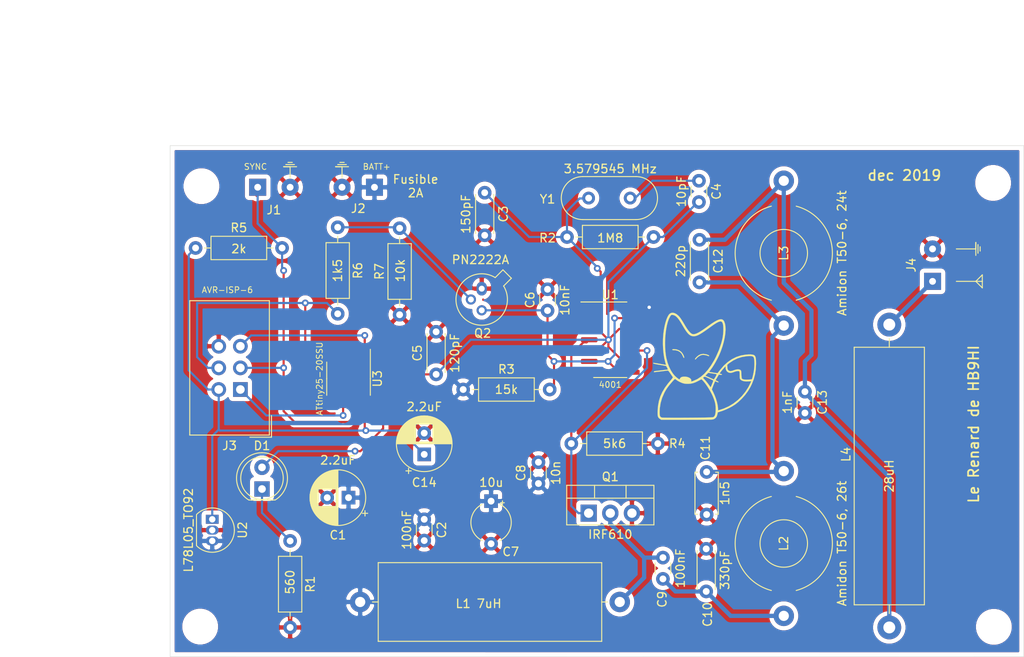
<source format=kicad_pcb>
(kicad_pcb (version 20171130) (host pcbnew 5.1.5)

  (general
    (thickness 1.6)
    (drawings 31)
    (tracks 170)
    (zones 0)
    (modules 41)
    (nets 21)
  )

  (page A4)
  (title_block
    (title "Tx Renard")
    (date 2019-05-30)
    (rev V1)
    (company "EGM / ICJ")
  )

  (layers
    (0 F.Cu signal)
    (31 B.Cu signal)
    (32 B.Adhes user hide)
    (33 F.Adhes user hide)
    (34 B.Paste user hide)
    (35 F.Paste user hide)
    (36 B.SilkS user)
    (37 F.SilkS user)
    (38 B.Mask user hide)
    (39 F.Mask user hide)
    (40 Dwgs.User user hide)
    (41 Cmts.User user hide)
    (42 Eco1.User user)
    (43 Eco2.User user)
    (44 Edge.Cuts user)
    (45 Margin user)
    (46 B.CrtYd user hide)
    (47 F.CrtYd user hide)
    (48 B.Fab user hide)
    (49 F.Fab user hide)
  )

  (setup
    (last_trace_width 0.25)
    (trace_clearance 0.2)
    (zone_clearance 0.508)
    (zone_45_only no)
    (trace_min 0.25)
    (via_size 0.8)
    (via_drill 0.4)
    (via_min_size 0.4)
    (via_min_drill 0.3)
    (uvia_size 0.3)
    (uvia_drill 0.1)
    (uvias_allowed no)
    (uvia_min_size 0.2)
    (uvia_min_drill 0.1)
    (edge_width 0.05)
    (segment_width 0.2)
    (pcb_text_width 0.3)
    (pcb_text_size 1.5 1.5)
    (mod_edge_width 0.12)
    (mod_text_size 1 1)
    (mod_text_width 0.15)
    (pad_size 1.524 1.524)
    (pad_drill 0.762)
    (pad_to_mask_clearance 0.051)
    (solder_mask_min_width 0.25)
    (aux_axis_origin 0 0)
    (grid_origin 74.168 94.742)
    (visible_elements 7FFFFFFF)
    (pcbplotparams
      (layerselection 0x010fc_ffffffff)
      (usegerberextensions false)
      (usegerberattributes false)
      (usegerberadvancedattributes false)
      (creategerberjobfile false)
      (excludeedgelayer true)
      (linewidth 0.100000)
      (plotframeref false)
      (viasonmask false)
      (mode 1)
      (useauxorigin false)
      (hpglpennumber 1)
      (hpglpenspeed 20)
      (hpglpendiameter 15.000000)
      (psnegative false)
      (psa4output false)
      (plotreference true)
      (plotvalue true)
      (plotinvisibletext false)
      (padsonsilk false)
      (subtractmaskfromsilk false)
      (outputformat 1)
      (mirror false)
      (drillshape 1)
      (scaleselection 1)
      (outputdirectory ""))
  )

  (net 0 "")
  (net 1 GND)
  (net 2 VCC)
  (net 3 "Net-(C3-Pad1)")
  (net 4 "Net-(C4-Pad1)")
  (net 5 "Net-(C9-Pad2)")
  (net 6 "Net-(C10-Pad1)")
  (net 7 "Net-(C11-Pad1)")
  (net 8 "Net-(C12-Pad1)")
  (net 9 "Net-(J4-Pad1)")
  (net 10 /CLK)
  (net 11 /PTT)
  (net 12 "Net-(C14-Pad1)")
  (net 13 "Net-(D1-Pad1)")
  (net 14 "Net-(D1-Pad2)")
  (net 15 /LogiqueRenard/SYNC_n)
  (net 16 "Net-(J3-Pad1)")
  (net 17 "Net-(J3-Pad4)")
  (net 18 "Net-(J3-Pad5)")
  (net 19 "Net-(Q2-Pad2)")
  (net 20 "Net-(Q1-Pad1)")

  (net_class Default "Ceci est la Netclass par défaut."
    (clearance 0.2)
    (trace_width 0.25)
    (via_dia 0.8)
    (via_drill 0.4)
    (uvia_dia 0.3)
    (uvia_drill 0.1)
    (add_net /CLK)
    (add_net /LogiqueRenard/SYNC_n)
    (add_net /PTT)
    (add_net GND)
    (add_net "Net-(C10-Pad1)")
    (add_net "Net-(C11-Pad1)")
    (add_net "Net-(C12-Pad1)")
    (add_net "Net-(C14-Pad1)")
    (add_net "Net-(C3-Pad1)")
    (add_net "Net-(C4-Pad1)")
    (add_net "Net-(C9-Pad2)")
    (add_net "Net-(D1-Pad1)")
    (add_net "Net-(D1-Pad2)")
    (add_net "Net-(J3-Pad1)")
    (add_net "Net-(J3-Pad4)")
    (add_net "Net-(J3-Pad5)")
    (add_net "Net-(J4-Pad1)")
    (add_net "Net-(Q1-Pad1)")
    (add_net "Net-(Q2-Pad2)")
    (add_net VCC)
  )

  (module renard:renardeau (layer F.Cu) (tedit 0) (tstamp 5DDDE0D9)
    (at 102.87 75.946)
    (fp_text reference G*** (at 0 0 180) (layer F.SilkS) hide
      (effects (font (size 1.524 1.524) (thickness 0.3)))
    )
    (fp_text value LOGO (at 0.75 0 180) (layer F.SilkS) hide
      (effects (font (size 1.524 1.524) (thickness 0.3)))
    )
    (fp_poly (pts (xy -3.381956 -1.912211) (xy -3.099913 -1.81173) (xy -2.864873 -1.653217) (xy -2.858275 -1.647194)
      (xy -2.749306 -1.526836) (xy -2.650263 -1.382535) (xy -2.568914 -1.231561) (xy -2.513031 -1.091181)
      (xy -2.490382 -0.978665) (xy -2.508739 -0.911281) (xy -2.523212 -0.902516) (xy -2.560738 -0.930141)
      (xy -2.612011 -1.018479) (xy -2.659463 -1.131647) (xy -2.79754 -1.399236) (xy -2.99121 -1.604379)
      (xy -3.235166 -1.743451) (xy -3.524101 -1.812822) (xy -3.667156 -1.820333) (xy -3.805754 -1.82628)
      (xy -3.876255 -1.847084) (xy -3.894667 -1.883833) (xy -3.871253 -1.924427) (xy -3.790665 -1.943804)
      (xy -3.690684 -1.947333) (xy -3.381956 -1.912211)) (layer F.SilkS) (width 0.01))
    (fp_poly (pts (xy 0.064847 -1.347093) (xy 0.1299 -1.329181) (xy 0.315453 -1.26601) (xy 0.419604 -1.209281)
      (xy 0.445205 -1.157126) (xy 0.429992 -1.132725) (xy 0.365001 -1.123348) (xy 0.254551 -1.163901)
      (xy 0.250194 -1.166135) (xy 0.129931 -1.209356) (xy -0.033161 -1.244747) (xy -0.155383 -1.260083)
      (xy -0.323831 -1.266685) (xy -0.454114 -1.248423) (xy -0.591102 -1.196957) (xy -0.652931 -1.167604)
      (xy -0.817969 -1.067281) (xy -0.965555 -0.944311) (xy -1.017776 -0.886758) (xy -1.123514 -0.767753)
      (xy -1.193021 -0.723003) (xy -1.225328 -0.752996) (xy -1.227667 -0.781151) (xy -1.199394 -0.840229)
      (xy -1.125204 -0.936479) (xy -1.021038 -1.049261) (xy -1.018979 -1.051323) (xy -0.778231 -1.24542)
      (xy -0.521922 -1.358307) (xy -0.243184 -1.391644) (xy 0.064847 -1.347093)) (layer F.SilkS) (width 0.01))
    (fp_poly (pts (xy -3.613436 -6.175212) (xy -3.388767 -6.056115) (xy -3.171653 -5.874302) (xy -3.075244 -5.771141)
      (xy -2.977113 -5.650418) (xy -2.869969 -5.501337) (xy -2.746524 -5.313104) (xy -2.599486 -5.074921)
      (xy -2.421565 -4.775995) (xy -2.365997 -4.681266) (xy -2.162068 -4.355782) (xy -1.967557 -4.090631)
      (xy -1.787281 -3.891416) (xy -1.626056 -3.76374) (xy -1.543831 -3.724892) (xy -1.411261 -3.702632)
      (xy -1.25534 -3.718887) (xy -1.070215 -3.776578) (xy -0.850031 -3.878627) (xy -0.588934 -4.027957)
      (xy -0.281071 -4.22749) (xy 0.079411 -4.480149) (xy 0.3175 -4.654101) (xy 0.707218 -4.932618)
      (xy 1.043164 -5.150774) (xy 1.329627 -5.309829) (xy 1.570894 -5.411045) (xy 1.771254 -5.455684)
      (xy 1.934994 -5.445007) (xy 2.066404 -5.380276) (xy 2.16977 -5.262754) (xy 2.200721 -5.2082)
      (xy 2.298903 -4.937775) (xy 2.353465 -4.603894) (xy 2.365424 -4.215047) (xy 2.335796 -3.779723)
      (xy 2.265598 -3.30641) (xy 2.155848 -2.803599) (xy 2.00756 -2.279777) (xy 1.821751 -1.743434)
      (xy 1.769667 -1.608666) (xy 1.611059 -1.238689) (xy 1.421084 -0.847416) (xy 1.211062 -0.455017)
      (xy 0.992314 -0.081664) (xy 0.776164 0.252473) (xy 0.57393 0.527223) (xy 0.56381 0.53975)
      (xy 0.486657 0.638076) (xy 0.440583 0.703426) (xy 0.434262 0.719667) (xy 0.48002 0.726726)
      (xy 0.591888 0.74591) (xy 0.752668 0.774223) (xy 0.930666 0.806064) (xy 1.12261 0.837469)
      (xy 1.283129 0.857797) (xy 1.394565 0.865206) (xy 1.4386 0.85898) (xy 1.474695 0.81331)
      (xy 1.55034 0.715948) (xy 1.653541 0.582375) (xy 1.743828 0.465116) (xy 2.164817 -0.021828)
      (xy 2.212213 -0.064664) (xy 2.55751 -0.064664) (xy 2.55828 -0.021696) (xy 2.572987 0.074395)
      (xy 2.58119 0.207789) (xy 2.581755 0.245341) (xy 2.600487 0.396815) (xy 2.664953 0.508463)
      (xy 2.686242 0.531091) (xy 2.802935 0.60909) (xy 2.949631 0.631694) (xy 3.13831 0.598866)
      (xy 3.336193 0.529167) (xy 3.581137 0.452065) (xy 3.805625 0.423995) (xy 3.993075 0.445491)
      (xy 4.112227 0.504197) (xy 4.157798 0.547961) (xy 4.187994 0.603063) (xy 4.206847 0.68776)
      (xy 4.218391 0.820312) (xy 4.226661 1.018977) (xy 4.226788 1.022781) (xy 4.236939 1.210921)
      (xy 4.252671 1.369691) (xy 4.271541 1.478502) (xy 4.285028 1.513586) (xy 4.381248 1.579471)
      (xy 4.54368 1.619648) (xy 4.777804 1.634997) (xy 5.011544 1.6304) (xy 5.190399 1.620801)
      (xy 5.334736 1.610171) (xy 5.425563 1.60007) (xy 5.44682 1.594625) (xy 5.47598 1.53314)
      (xy 5.515192 1.406027) (xy 5.560241 1.231113) (xy 5.60691 1.026226) (xy 5.650983 0.809193)
      (xy 5.688244 0.597841) (xy 5.6988 0.529167) (xy 5.730914 0.251199) (xy 5.74876 -0.034914)
      (xy 5.752762 -0.312701) (xy 5.743342 -0.56569) (xy 5.720924 -0.77741) (xy 5.685929 -0.931388)
      (xy 5.659865 -0.988008) (xy 5.587614 -1.063026) (xy 5.47984 -1.111096) (xy 5.324983 -1.133872)
      (xy 5.111478 -1.133011) (xy 4.827762 -1.110169) (xy 4.815608 -1.108907) (xy 4.269261 -1.017284)
      (xy 3.762769 -0.857981) (xy 3.281716 -0.625307) (xy 2.823442 -0.322391) (xy 2.677481 -0.208064)
      (xy 2.592461 -0.126264) (xy 2.55751 -0.064664) (xy 2.212213 -0.064664) (xy 2.620203 -0.433401)
      (xy 3.10793 -0.768505) (xy 3.625943 -1.026041) (xy 4.17219 -1.204913) (xy 4.744616 -1.304021)
      (xy 5.092411 -1.324612) (xy 5.347873 -1.323406) (xy 5.547193 -1.303117) (xy 5.69715 -1.254709)
      (xy 5.804525 -1.16915) (xy 5.876098 -1.037403) (xy 5.918647 -0.850433) (xy 5.938955 -0.599205)
      (xy 5.943799 -0.274686) (xy 5.94345 -0.1905) (xy 5.912382 0.442616) (xy 5.824153 1.029675)
      (xy 5.673692 1.591365) (xy 5.455927 2.148373) (xy 5.283102 2.503881) (xy 4.995711 2.985237)
      (xy 4.642608 3.45979) (xy 4.241638 3.90708) (xy 3.810647 4.306647) (xy 3.501828 4.546151)
      (xy 3.188966 4.747198) (xy 2.823068 4.946954) (xy 2.434645 5.130414) (xy 2.05421 5.282574)
      (xy 1.894359 5.336644) (xy 1.453183 5.475961) (xy 1.403273 5.7176) (xy 1.329495 5.952761)
      (xy 1.213074 6.124505) (xy 1.042882 6.247996) (xy 0.998161 6.269722) (xy 0.961249 6.284808)
      (xy 0.917623 6.297835) (xy 0.861155 6.308956) (xy 0.785718 6.318322) (xy 0.685186 6.326087)
      (xy 0.553431 6.332403) (xy 0.384326 6.337424) (xy 0.171744 6.341302) (xy -0.090441 6.344189)
      (xy -0.408357 6.346239) (xy -0.78813 6.347605) (xy -1.235889 6.348438) (xy -1.757759 6.348892)
      (xy -2.18449 6.34907) (xy -5.194479 6.35) (xy -5.338323 6.253906) (xy -5.448961 6.169576)
      (xy -5.528409 6.077318) (xy -5.580764 5.962509) (xy -5.610125 5.810526) (xy -5.620589 5.606746)
      (xy -5.617847 5.435959) (xy -5.376334 5.435959) (xy -5.370469 5.677001) (xy -5.349069 5.847966)
      (xy -5.306427 5.962873) (xy -5.236834 6.03574) (xy -5.134581 6.080585) (xy -5.111213 6.087036)
      (xy -5.046933 6.092653) (xy -4.905264 6.097472) (xy -4.693481 6.101453) (xy -4.418859 6.104556)
      (xy -4.088673 6.106739) (xy -3.710198 6.107964) (xy -3.290709 6.108189) (xy -2.83748 6.107374)
      (xy -2.357786 6.105479) (xy -2.075694 6.103902) (xy -1.487573 6.099979) (xy -0.978675 6.095906)
      (xy -0.543555 6.091547) (xy -0.176768 6.086765) (xy 0.127128 6.081423) (xy 0.37358 6.075386)
      (xy 0.56803 6.068516) (xy 0.715923 6.060678) (xy 0.822704 6.051735) (xy 0.893816 6.04155)
      (xy 0.934704 6.029987) (xy 0.938071 6.028382) (xy 1.046675 5.937049) (xy 1.125638 5.785878)
      (xy 1.176648 5.56886) (xy 1.201391 5.279984) (xy 1.204386 5.08) (xy 1.194002 4.779963)
      (xy 1.161928 4.508619) (xy 1.10258 4.241243) (xy 1.01037 3.953108) (xy 0.879714 3.619489)
      (xy 0.86824 3.592017) (xy 0.738735 3.312804) (xy 0.576557 3.00911) (xy 0.442392 2.782011)
      (xy 0.755027 2.782011) (xy 0.922955 3.116089) (xy 1.087314 3.477753) (xy 1.230483 3.860757)
      (xy 1.34671 4.244847) (xy 1.430241 4.609771) (xy 1.475326 4.935276) (xy 1.481666 5.083264)
      (xy 1.481666 5.24477) (xy 1.703917 5.178981) (xy 1.872348 5.125621) (xy 2.066123 5.059266)
      (xy 2.181666 5.017246) (xy 2.753323 4.758706) (xy 3.298538 4.425765) (xy 3.808534 4.026823)
      (xy 4.274536 3.570284) (xy 4.687771 3.064547) (xy 5.039462 2.518014) (xy 5.268442 2.061961)
      (xy 5.376848 1.816756) (xy 5.068606 1.844688) (xy 4.764656 1.851871) (xy 4.497381 1.817874)
      (xy 4.281059 1.745699) (xy 4.140769 1.649616) (xy 4.08647 1.591008) (xy 4.051814 1.532984)
      (xy 4.032402 1.455474) (xy 4.023833 1.338411) (xy 4.021707 1.161726) (xy 4.021667 1.106421)
      (xy 4.016819 0.888424) (xy 4.002837 0.736774) (xy 3.980567 0.659505) (xy 3.974035 0.652892)
      (xy 3.863503 0.625479) (xy 3.699865 0.6366) (xy 3.503891 0.683427) (xy 3.355758 0.737111)
      (xy 3.194028 0.794815) (xy 3.039163 0.834507) (xy 2.940905 0.846667) (xy 2.728716 0.808742)
      (xy 2.556234 0.702431) (xy 2.434263 0.538926) (xy 2.373605 0.329422) (xy 2.368903 0.254)
      (xy 2.366823 0.0635) (xy 2.154074 0.296334) (xy 2.021976 0.447088) (xy 1.889717 0.607949)
      (xy 1.797439 0.728571) (xy 1.653553 0.927976) (xy 1.800443 0.955533) (xy 1.916467 0.992411)
      (xy 1.954991 1.034818) (xy 1.92082 1.068418) (xy 1.818758 1.078877) (xy 1.760909 1.073495)
      (xy 1.574485 1.047942) (xy 1.38068 1.379019) (xy 1.186875 1.710095) (xy 1.320773 1.766395)
      (xy 1.467349 1.840127) (xy 1.541037 1.905897) (xy 1.54346 1.950094) (xy 1.495619 1.95552)
      (xy 1.39802 1.929905) (xy 1.331252 1.904036) (xy 1.140984 1.822478) (xy 1.038172 2.054953)
      (xy 0.962339 2.234411) (xy 0.88287 2.434476) (xy 0.845194 2.53472) (xy 0.755027 2.782011)
      (xy 0.442392 2.782011) (xy 0.392421 2.697426) (xy 0.197042 2.394244) (xy 0.001138 2.116055)
      (xy -0.184578 1.879348) (xy -0.349388 1.700616) (xy -0.378077 1.674014) (xy -0.470474 1.591194)
      (xy -0.838487 1.786933) (xy -1.148673 1.939119) (xy -1.42233 2.041714) (xy -1.68577 2.101868)
      (xy -1.965308 2.126726) (xy -2.0955 2.128352) (xy -2.324536 2.120455) (xy -2.506795 2.095579)
      (xy -2.679469 2.047605) (xy -2.75689 2.01955) (xy -3.023058 1.903448) (xy -3.266679 1.76965)
      (xy -3.460562 1.633473) (xy -3.494625 1.604003) (xy -3.533524 1.572477) (xy -3.570081 1.56363)
      (xy -3.616281 1.585921) (xy -3.684114 1.647814) (xy -3.785566 1.757769) (xy -3.906875 1.894984)
      (xy -4.157454 2.186784) (xy -4.359721 2.440189) (xy -4.527402 2.674423) (xy -4.674224 2.908711)
      (xy -4.81391 3.162278) (xy -4.819922 3.173824) (xy -5.079461 3.763101) (xy -5.259125 4.375995)
      (xy -5.357171 5.005414) (xy -5.376334 5.435959) (xy -5.617847 5.435959) (xy -5.616251 5.336545)
      (xy -5.613863 5.2705) (xy -5.563942 4.676339) (xy -5.458541 4.121553) (xy -5.292987 3.59513)
      (xy -5.062608 3.08606) (xy -4.762728 2.583331) (xy -4.388675 2.075934) (xy -4.124918 1.762651)
      (xy -3.971146 1.581473) (xy -3.874935 1.45259) (xy -3.832317 1.370138) (xy -3.834389 1.333317)
      (xy -3.873674 1.276895) (xy -3.948367 1.168004) (xy -4.046399 1.024277) (xy -4.11974 0.916373)
      (xy -4.23323 0.752454) (xy -4.313692 0.648087) (xy -4.373575 0.591403) (xy -4.425324 0.570535)
      (xy -4.479574 0.573297) (xy -4.550222 0.583448) (xy -4.684257 0.600956) (xy -4.864959 0.623787)
      (xy -5.075608 0.649907) (xy -5.299486 0.677284) (xy -5.519871 0.703882) (xy -5.720044 0.727668)
      (xy -5.883286 0.746609) (xy -5.992876 0.75867) (xy -6.030913 0.762) (xy -6.059333 0.736388)
      (xy -6.045809 0.683628) (xy -6.00467 0.639836) (xy -5.979584 0.632613) (xy -5.914919 0.626803)
      (xy -5.781376 0.61216) (xy -5.594074 0.590435) (xy -5.368139 0.563376) (xy -5.155999 0.537363)
      (xy -4.406498 0.4445) (xy -4.491392 0.255174) (xy -4.548478 0.139753) (xy -4.597779 0.06002)
      (xy -4.614969 0.041941) (xy -4.667498 0.027516) (xy -4.789392 0.002243) (xy -4.966439 -0.031183)
      (xy -5.184427 -0.070068) (xy -5.395993 -0.106184) (xy -5.698479 -0.159411) (xy -5.919824 -0.204434)
      (xy -6.06308 -0.241986) (xy -6.131301 -0.272799) (xy -6.138333 -0.284534) (xy -6.136721 -0.308694)
      (xy -6.124572 -0.324697) (xy -6.090919 -0.331653) (xy -6.024793 -0.328673) (xy -5.915226 -0.314868)
      (xy -5.751251 -0.289349) (xy -5.521899 -0.251227) (xy -5.332111 -0.219192) (xy -4.631722 -0.100835)
      (xy -4.724103 -0.420835) (xy -4.834474 -0.886777) (xy -4.917007 -1.41308) (xy -4.970453 -1.979722)
      (xy -4.993565 -2.566681) (xy -4.991251 -2.727098) (xy -4.73976 -2.727098) (xy -4.73327 -2.200192)
      (xy -4.700742 -1.686319) (xy -4.641087 -1.197467) (xy -4.589582 -0.910166) (xy -4.458278 -0.395966)
      (xy -4.283475 0.087257) (xy -4.071503 0.526107) (xy -3.828696 0.907187) (xy -3.604439 1.173986)
      (xy -3.486944 1.286446) (xy -3.354054 1.400691) (xy -3.224494 1.50214) (xy -3.116989 1.576211)
      (xy -3.050263 1.608322) (xy -3.046238 1.608667) (xy -3.01337 1.57299) (xy -2.989548 1.507875)
      (xy -2.920163 1.397808) (xy -2.782151 1.320791) (xy -2.586415 1.280836) (xy -2.369889 1.279882)
      (xy -2.130797 1.318188) (xy -1.928661 1.391533) (xy -1.774731 1.492037) (xy -1.68026 1.611823)
      (xy -1.656497 1.743012) (xy -1.662539 1.775219) (xy -1.676534 1.844685) (xy -1.674831 1.862667)
      (xy -1.632569 1.850028) (xy -1.533094 1.817121) (xy -1.416801 1.77753) (xy -0.970753 1.579975)
      (xy -0.720559 1.41732) (xy -0.285214 1.41732) (xy -0.038032 1.687077) (xy 0.11199 1.860743)
      (xy 0.270729 2.060093) (xy 0.4046 2.242897) (xy 0.408212 2.248168) (xy 0.499899 2.379733)
      (xy 0.571643 2.477739) (xy 0.611896 2.5266) (xy 0.616445 2.529169) (xy 0.635462 2.488156)
      (xy 0.67905 2.386416) (xy 0.739715 2.241582) (xy 0.779354 2.145797) (xy 0.843706 1.981617)
      (xy 0.890326 1.846919) (xy 0.913022 1.760505) (xy 0.912928 1.740135) (xy 0.868678 1.711189)
      (xy 0.762406 1.655698) (xy 0.609524 1.581354) (xy 0.425445 1.49585) (xy 0.404579 1.486378)
      (xy 0.202674 1.395595) (xy 0.062643 1.336272) (xy -0.030647 1.304682) (xy -0.092328 1.297094)
      (xy -0.137536 1.309782) (xy -0.181401 1.339018) (xy -0.18441 1.341284) (xy -0.285214 1.41732)
      (xy -0.720559 1.41732) (xy -0.539822 1.299821) (xy -0.391443 1.170432) (xy -0.00502 1.170432)
      (xy 0.47374 1.386142) (xy 0.658675 1.468824) (xy 0.814822 1.537422) (xy 0.926454 1.585115)
      (xy 0.977839 1.605077) (xy 0.978775 1.60526) (xy 1.010589 1.572852) (xy 1.072083 1.483663)
      (xy 1.151682 1.354848) (xy 1.177834 1.310228) (xy 1.267329 1.143449) (xy 1.308109 1.037181)
      (xy 1.299725 0.995135) (xy 1.23903 0.982017) (xy 1.114178 0.959418) (xy 0.944692 0.930762)
      (xy 0.79052 0.905843) (xy 0.332206 0.833206) (xy -0.00502 1.170432) (xy -0.391443 1.170432)
      (xy -0.124799 0.937913) (xy 0.273527 0.495098) (xy 0.654366 -0.027779) (xy 1.016929 -0.629871)
      (xy 1.250371 -1.0795) (xy 1.592343 -1.857487) (xy 1.858267 -2.638702) (xy 1.995573 -3.175)
      (xy 2.04469 -3.449092) (xy 2.078857 -3.74747) (xy 2.09793 -4.052758) (xy 2.101765 -4.347577)
      (xy 2.090218 -4.61455) (xy 2.063144 -4.836299) (xy 2.0204 -4.995447) (xy 2.010833 -5.0165)
      (xy 1.941895 -5.129562) (xy 1.867043 -5.183543) (xy 1.792161 -5.198832) (xy 1.661659 -5.185515)
      (xy 1.489913 -5.122317) (xy 1.272354 -5.006789) (xy 1.004408 -4.836482) (xy 0.681505 -4.608945)
      (xy 0.654804 -4.589402) (xy 0.259928 -4.302892) (xy -0.076966 -4.066143) (xy -0.363218 -3.875048)
      (xy -0.606167 -3.725498) (xy -0.813152 -3.613387) (xy -0.99151 -3.534607) (xy -1.148581 -3.485051)
      (xy -1.291705 -3.460611) (xy -1.369685 -3.456347) (xy -1.55052 -3.471695) (xy -1.720138 -3.527402)
      (xy -1.885132 -3.62978) (xy -2.052092 -3.785142) (xy -2.227608 -3.9998) (xy -2.418271 -4.280068)
      (xy -2.630673 -4.632256) (xy -2.671336 -4.7031) (xy -2.887957 -5.06928) (xy -3.080092 -5.362768)
      (xy -3.253601 -5.589916) (xy -3.41434 -5.757074) (xy -3.568167 -5.870592) (xy -3.72094 -5.936824)
      (xy -3.829048 -5.9583) (xy -3.936739 -5.966995) (xy -4.006187 -5.952156) (xy -4.064081 -5.898287)
      (xy -4.137111 -5.789891) (xy -4.147627 -5.773322) (xy -4.292901 -5.490865) (xy -4.419763 -5.137522)
      (xy -4.527123 -4.72528) (xy -4.613893 -4.266128) (xy -4.678981 -3.772054) (xy -4.7213 -3.255048)
      (xy -4.73976 -2.727098) (xy -4.991251 -2.727098) (xy -4.985095 -3.153935) (xy -4.943795 -3.721462)
      (xy -4.934838 -3.802386) (xy -4.869143 -4.267785) (xy -4.784656 -4.703785) (xy -4.68438 -5.100964)
      (xy -4.571317 -5.449899) (xy -4.448466 -5.74117) (xy -4.318831 -5.965352) (xy -4.203562 -6.097876)
      (xy -4.029907 -6.198059) (xy -3.830174 -6.223183) (xy -3.613436 -6.175212)) (layer F.SilkS) (width 0.01))
  )

  (module Inductor_THT:L_Toroid_Horizontal_D11.2mm_P17.00mm_Diameter12-5mm_Amidon-T44 (layer F.Cu) (tedit 5AE59B06) (tstamp 5CFEC76E)
    (at 112.07 71.23 90)
    (descr "L_Toroid, Horizontal series, Radial, pin pitch=17.00mm, , diameter=11.176mm, Diameter12-5mm, Amidon-T44")
    (tags "L_Toroid Horizontal series Radial pin pitch 17.00mm  diameter 11.176mm Diameter12-5mm Amidon-T44")
    (path /5CED0E64)
    (fp_text reference L3 (at 8.5 0 90) (layer F.SilkS)
      (effects (font (size 1 1) (thickness 0.15)))
    )
    (fp_text value "Amidon T50-6, 24t" (at 8.5 6.838 90) (layer F.SilkS)
      (effects (font (size 1 1) (thickness 0.15)))
    )
    (fp_text user %R (at 8.5 0 90) (layer F.Fab)
      (effects (font (size 1 1) (thickness 0.15)))
    )
    (fp_line (start 18.45 -5.84) (end -1.45 -5.84) (layer F.CrtYd) (width 0.05))
    (fp_line (start 18.45 5.84) (end 18.45 -5.84) (layer F.CrtYd) (width 0.05))
    (fp_line (start -1.45 5.84) (end 18.45 5.84) (layer F.CrtYd) (width 0.05))
    (fp_line (start -1.45 -5.84) (end -1.45 5.84) (layer F.CrtYd) (width 0.05))
    (fp_line (start 14.09384 -0.001037) (end 11.247299 0.735568) (layer F.Fab) (width 0.1))
    (fp_line (start 13.343932 -2.797743) (end 11.247026 -0.736586) (layer F.Fab) (width 0.1))
    (fp_line (start 11.296172 -4.844839) (end 10.510732 -2.011384) (layer F.Fab) (width 0.1))
    (fp_line (start 8.499223 -5.59384) (end 9.235695 -2.747265) (layer F.Fab) (width 0.1))
    (fp_line (start 5.702482 -4.844062) (end 7.763541 -2.74706) (layer F.Fab) (width 0.1))
    (fp_line (start 3.65529 -2.796396) (end 6.488709 -2.010825) (layer F.Fab) (width 0.1))
    (fp_line (start 2.90616 0.000518) (end 5.752769 -0.735823) (layer F.Fab) (width 0.1))
    (fp_line (start 3.655808 2.797294) (end 5.752906 0.736332) (layer F.Fab) (width 0.1))
    (fp_line (start 5.703379 4.84458) (end 6.489081 2.011198) (layer F.Fab) (width 0.1))
    (fp_line (start 8.500259 5.59384) (end 7.76405 2.747197) (layer F.Fab) (width 0.1))
    (fp_line (start 11.29707 4.844321) (end 9.236205 2.747128) (layer F.Fab) (width 0.1))
    (fp_line (start 13.344451 2.796845) (end 10.511105 2.011012) (layer F.Fab) (width 0.1))
    (fp_line (start 14.09384 0) (end 11.247162 0.736077) (layer F.Fab) (width 0.1))
    (fp_circle (center 8.5 0) (end 11.2883 0) (layer F.SilkS) (width 0.12))
    (fp_circle (center 8.5 0) (end 11.4083 0) (layer F.Fab) (width 0.1))
    (fp_circle (center 8.5 0) (end 14.088 0) (layer F.Fab) (width 0.1))
    (fp_arc (start 8.5 0) (end 2.981879 1.46) (angle -150.360221) (layer F.SilkS) (width 0.12))
    (fp_arc (start 8.5 0) (end 2.981879 -1.46) (angle 150.360221) (layer F.SilkS) (width 0.12))
    (pad 2 thru_hole circle (at 17 0 90) (size 2.4 2.4) (drill 1.2) (layers *.Cu *.Mask)
      (net 8 "Net-(C12-Pad1)"))
    (pad 1 thru_hole circle (at 0 0 90) (size 2.4 2.4) (drill 1.2) (layers *.Cu *.Mask)
      (net 7 "Net-(C11-Pad1)"))
    (model ${KISYS3DMOD}/Inductor_THT.3dshapes/L_Toroid_Horizontal_D11.2mm_P17.00mm_Diameter12-5mm_Amidon-T44.wrl
      (at (xyz 0 0 0))
      (scale (xyz 1 1 1))
      (rotate (xyz 0 0 0))
    )
  )

  (module Connector_Wire:SolderWirePad_1x02_P3.81mm_Drill0.8mm (layer F.Cu) (tedit 5AEE54BF) (tstamp 5DDD60E7)
    (at 129.54 66.04 90)
    (descr "Wire solder connection")
    (tags connector)
    (path /5DDD9157)
    (attr virtual)
    (fp_text reference J4 (at 1.905 -2.5 90) (layer F.SilkS)
      (effects (font (size 1 1) (thickness 0.15)))
    )
    (fp_text value Antenne (at 1.905 2.54 90) (layer F.Fab)
      (effects (font (size 1 1) (thickness 0.15)))
    )
    (fp_line (start 5.31 1.5) (end -1.49 1.5) (layer F.CrtYd) (width 0.05))
    (fp_line (start 5.31 1.5) (end 5.31 -1.5) (layer F.CrtYd) (width 0.05))
    (fp_line (start -1.49 -1.5) (end -1.49 1.5) (layer F.CrtYd) (width 0.05))
    (fp_line (start -1.49 -1.5) (end 5.31 -1.5) (layer F.CrtYd) (width 0.05))
    (fp_text user %R (at 1.905 0 90) (layer F.Fab)
      (effects (font (size 1 1) (thickness 0.15)))
    )
    (pad 2 thru_hole circle (at 3.81 0 90) (size 1.99898 1.99898) (drill 0.8001) (layers *.Cu *.Mask)
      (net 1 GND))
    (pad 1 thru_hole rect (at 0 0 90) (size 1.99898 1.99898) (drill 0.8001) (layers *.Cu *.Mask)
      (net 9 "Net-(J4-Pad1)"))
  )

  (module LED_THT:LED_D5.0mm (layer F.Cu) (tedit 5995936A) (tstamp 5CFEBA23)
    (at 50.8 90.424 90)
    (descr "LED, diameter 5.0mm, 2 pins, http://cdn-reichelt.de/documents/datenblatt/A500/LL-504BC2E-009.pdf")
    (tags "LED diameter 5.0mm 2 pins")
    (path /5CFF1004/5CFFAEA0)
    (fp_text reference D1 (at 5.08 0 180) (layer F.SilkS)
      (effects (font (size 1 1) (thickness 0.15)))
    )
    (fp_text value LED (at 1.27 3.96 90) (layer F.Fab)
      (effects (font (size 1 1) (thickness 0.15)))
    )
    (fp_text user %R (at 1.25 0 90) (layer F.Fab)
      (effects (font (size 0.8 0.8) (thickness 0.2)))
    )
    (fp_line (start 4.5 -3.25) (end -1.95 -3.25) (layer F.CrtYd) (width 0.05))
    (fp_line (start 4.5 3.25) (end 4.5 -3.25) (layer F.CrtYd) (width 0.05))
    (fp_line (start -1.95 3.25) (end 4.5 3.25) (layer F.CrtYd) (width 0.05))
    (fp_line (start -1.95 -3.25) (end -1.95 3.25) (layer F.CrtYd) (width 0.05))
    (fp_line (start -1.29 -1.545) (end -1.29 1.545) (layer F.SilkS) (width 0.12))
    (fp_line (start -1.23 -1.469694) (end -1.23 1.469694) (layer F.Fab) (width 0.1))
    (fp_circle (center 1.27 0) (end 3.77 0) (layer F.SilkS) (width 0.12))
    (fp_circle (center 1.27 0) (end 3.77 0) (layer F.Fab) (width 0.1))
    (fp_arc (start 1.27 0) (end -1.29 1.54483) (angle -148.9) (layer F.SilkS) (width 0.12))
    (fp_arc (start 1.27 0) (end -1.29 -1.54483) (angle 148.9) (layer F.SilkS) (width 0.12))
    (fp_arc (start 1.27 0) (end -1.23 -1.469694) (angle 299.1) (layer F.Fab) (width 0.1))
    (pad 2 thru_hole circle (at 2.54 0 90) (size 1.8 1.8) (drill 0.9) (layers *.Cu *.Mask)
      (net 14 "Net-(D1-Pad2)"))
    (pad 1 thru_hole rect (at 0 0 90) (size 1.8 1.8) (drill 0.9) (layers *.Cu *.Mask)
      (net 13 "Net-(D1-Pad1)"))
    (model ${KISYS3DMOD}/LED_THT.3dshapes/LED_D5.0mm.wrl
      (at (xyz 0 0 0))
      (scale (xyz 1 1 1))
      (rotate (xyz 0 0 0))
    )
  )

  (module Package_TO_SOT_THT:TO-18-3 (layer F.Cu) (tedit 5A02FF81) (tstamp 5DDB3013)
    (at 76.6 66.9 270)
    (descr TO-18-3)
    (tags TO-18-3)
    (path /5CFF1004/5D011962)
    (fp_text reference Q2 (at 5.236 -0.108 180) (layer F.SilkS)
      (effects (font (size 1 1) (thickness 0.15)))
    )
    (fp_text value PN2222A (at -3.4 0.146 180) (layer F.SilkS)
      (effects (font (size 1 1) (thickness 0.15)))
    )
    (fp_arc (start 1.27 0) (end -0.312331 -2.572281) (angle 333.2) (layer F.SilkS) (width 0.12))
    (fp_arc (start 1.27 0) (end -0.329057 -2.419301) (angle 336.9) (layer F.Fab) (width 0.1))
    (fp_circle (center 1.27 0) (end 3.67 0) (layer F.Fab) (width 0.1))
    (fp_line (start 4.42 -3.5) (end -2.23 -3.5) (layer F.CrtYd) (width 0.05))
    (fp_line (start 4.42 3.15) (end 4.42 -3.5) (layer F.CrtYd) (width 0.05))
    (fp_line (start -2.23 3.15) (end 4.42 3.15) (layer F.CrtYd) (width 0.05))
    (fp_line (start -2.23 -3.5) (end -2.23 3.15) (layer F.CrtYd) (width 0.05))
    (fp_line (start -2.214448 -2.494499) (end -1.302281 -1.582331) (layer F.SilkS) (width 0.12))
    (fp_line (start -1.224499 -3.484448) (end -2.214448 -2.494499) (layer F.SilkS) (width 0.12))
    (fp_line (start -0.312331 -2.572281) (end -1.224499 -3.484448) (layer F.SilkS) (width 0.12))
    (fp_line (start -1.976616 -2.426372) (end -1.149301 -1.599057) (layer F.Fab) (width 0.1))
    (fp_line (start -1.156372 -3.246616) (end -1.976616 -2.426372) (layer F.Fab) (width 0.1))
    (fp_line (start -0.329057 -2.419301) (end -1.156372 -3.246616) (layer F.Fab) (width 0.1))
    (fp_text user %R (at 1.27 -4.02 90) (layer F.Fab)
      (effects (font (size 1 1) (thickness 0.15)))
    )
    (pad 3 thru_hole oval (at 2.54 0 270) (size 1.2 1.2) (drill 0.7) (layers *.Cu *.Mask)
      (net 11 /PTT))
    (pad 2 thru_hole oval (at 1.27 1.27 270) (size 1.2 1.2) (drill 0.7) (layers *.Cu *.Mask)
      (net 19 "Net-(Q2-Pad2)"))
    (pad 1 thru_hole oval (at 0 0 270) (size 1.6 1.2) (drill 0.7) (layers *.Cu *.Mask)
      (net 1 GND))
    (model ${KISYS3DMOD}/Package_TO_SOT_THT.3dshapes/TO-18-3.wrl
      (at (xyz 0 0 0))
      (scale (xyz 1 1 1))
      (rotate (xyz 0 0 0))
    )
  )

  (module Package_SO:SOIC-14_3.9x8.7mm_P1.27mm (layer F.Cu) (tedit 5C97300E) (tstamp 5CFEC664)
    (at 91.694 72.898)
    (descr "SOIC, 14 Pin (JEDEC MS-012AB, https://www.analog.com/media/en/package-pcb-resources/package/pkg_pdf/soic_narrow-r/r_14.pdf), generated with kicad-footprint-generator ipc_gullwing_generator.py")
    (tags "SOIC SO")
    (path /5CF2982D)
    (attr smd)
    (fp_text reference U1 (at 0 -5.28) (layer F.SilkS)
      (effects (font (size 1 1) (thickness 0.15)))
    )
    (fp_text value 4001 (at 0 5.28) (layer F.SilkS)
      (effects (font (size 0.7 0.7) (thickness 0.1)))
    )
    (fp_text user %R (at 0 0) (layer F.Fab)
      (effects (font (size 0.98 0.98) (thickness 0.15)))
    )
    (fp_line (start 3.7 -4.58) (end -3.7 -4.58) (layer F.CrtYd) (width 0.05))
    (fp_line (start 3.7 4.58) (end 3.7 -4.58) (layer F.CrtYd) (width 0.05))
    (fp_line (start -3.7 4.58) (end 3.7 4.58) (layer F.CrtYd) (width 0.05))
    (fp_line (start -3.7 -4.58) (end -3.7 4.58) (layer F.CrtYd) (width 0.05))
    (fp_line (start -1.95 -3.35) (end -0.975 -4.325) (layer F.Fab) (width 0.1))
    (fp_line (start -1.95 4.325) (end -1.95 -3.35) (layer F.Fab) (width 0.1))
    (fp_line (start 1.95 4.325) (end -1.95 4.325) (layer F.Fab) (width 0.1))
    (fp_line (start 1.95 -4.325) (end 1.95 4.325) (layer F.Fab) (width 0.1))
    (fp_line (start -0.975 -4.325) (end 1.95 -4.325) (layer F.Fab) (width 0.1))
    (fp_line (start 0 -4.435) (end -3.45 -4.435) (layer F.SilkS) (width 0.12))
    (fp_line (start 0 -4.435) (end 1.95 -4.435) (layer F.SilkS) (width 0.12))
    (fp_line (start 0 4.435) (end -1.95 4.435) (layer F.SilkS) (width 0.12))
    (fp_line (start 0 4.435) (end 1.95 4.435) (layer F.SilkS) (width 0.12))
    (pad 14 smd roundrect (at 2.475 -3.81) (size 1.95 0.6) (layers F.Cu F.Paste F.Mask) (roundrect_rratio 0.25)
      (net 2 VCC))
    (pad 13 smd roundrect (at 2.475 -2.54) (size 1.95 0.6) (layers F.Cu F.Paste F.Mask) (roundrect_rratio 0.25)
      (net 11 /PTT))
    (pad 12 smd roundrect (at 2.475 -1.27) (size 1.95 0.6) (layers F.Cu F.Paste F.Mask) (roundrect_rratio 0.25)
      (net 10 /CLK))
    (pad 11 smd roundrect (at 2.475 0) (size 1.95 0.6) (layers F.Cu F.Paste F.Mask) (roundrect_rratio 0.25)
      (net 20 "Net-(Q1-Pad1)"))
    (pad 10 smd roundrect (at 2.475 1.27) (size 1.95 0.6) (layers F.Cu F.Paste F.Mask) (roundrect_rratio 0.25)
      (net 20 "Net-(Q1-Pad1)"))
    (pad 9 smd roundrect (at 2.475 2.54) (size 1.95 0.6) (layers F.Cu F.Paste F.Mask) (roundrect_rratio 0.25)
      (net 10 /CLK))
    (pad 8 smd roundrect (at 2.475 3.81) (size 1.95 0.6) (layers F.Cu F.Paste F.Mask) (roundrect_rratio 0.25)
      (net 11 /PTT))
    (pad 7 smd roundrect (at -2.475 3.81) (size 1.95 0.6) (layers F.Cu F.Paste F.Mask) (roundrect_rratio 0.25)
      (net 1 GND))
    (pad 6 smd roundrect (at -2.475 2.54) (size 1.95 0.6) (layers F.Cu F.Paste F.Mask) (roundrect_rratio 0.25)
      (net 11 /PTT))
    (pad 5 smd roundrect (at -2.475 1.27) (size 1.95 0.6) (layers F.Cu F.Paste F.Mask) (roundrect_rratio 0.25)
      (net 10 /CLK))
    (pad 4 smd roundrect (at -2.475 0) (size 1.95 0.6) (layers F.Cu F.Paste F.Mask) (roundrect_rratio 0.25)
      (net 20 "Net-(Q1-Pad1)"))
    (pad 3 smd roundrect (at -2.475 -1.27) (size 1.95 0.6) (layers F.Cu F.Paste F.Mask) (roundrect_rratio 0.25)
      (net 10 /CLK))
    (pad 2 smd roundrect (at -2.475 -2.54) (size 1.95 0.6) (layers F.Cu F.Paste F.Mask) (roundrect_rratio 0.25)
      (net 3 "Net-(C3-Pad1)"))
    (pad 1 smd roundrect (at -2.475 -3.81) (size 1.95 0.6) (layers F.Cu F.Paste F.Mask) (roundrect_rratio 0.25)
      (net 1 GND))
    (model ${KISYS3DMOD}/Package_SO.3dshapes/SOIC-14_3.9x8.7mm_P1.27mm.wrl
      (at (xyz 0 0 0))
      (scale (xyz 1 1 1))
      (rotate (xyz 0 0 0))
    )
  )

  (module Capacitor_THT:C_Disc_D3.0mm_W1.6mm_P2.50mm (layer F.Cu) (tedit 5AE50EF0) (tstamp 5CFECB01)
    (at 84.328 69.469 90)
    (descr "C, Disc series, Radial, pin pitch=2.50mm, , diameter*width=3.0*1.6mm^2, Capacitor, http://www.vishay.com/docs/45233/krseries.pdf")
    (tags "C Disc series Radial pin pitch 2.50mm  diameter 3.0mm width 1.6mm Capacitor")
    (path /5CECAA3B)
    (fp_text reference C6 (at 1.25 -2.05 90) (layer F.SilkS)
      (effects (font (size 1 1) (thickness 0.15)))
    )
    (fp_text value 10nF (at 1.25 2.05 90) (layer F.SilkS)
      (effects (font (size 1 1) (thickness 0.15)))
    )
    (fp_text user %R (at 1.25 0 90) (layer F.Fab)
      (effects (font (size 0.6 0.6) (thickness 0.09)))
    )
    (fp_line (start 3.55 -1.05) (end -1.05 -1.05) (layer F.CrtYd) (width 0.05))
    (fp_line (start 3.55 1.05) (end 3.55 -1.05) (layer F.CrtYd) (width 0.05))
    (fp_line (start -1.05 1.05) (end 3.55 1.05) (layer F.CrtYd) (width 0.05))
    (fp_line (start -1.05 -1.05) (end -1.05 1.05) (layer F.CrtYd) (width 0.05))
    (fp_line (start 0.621 0.92) (end 1.879 0.92) (layer F.SilkS) (width 0.12))
    (fp_line (start 0.621 -0.92) (end 1.879 -0.92) (layer F.SilkS) (width 0.12))
    (fp_line (start 2.75 -0.8) (end -0.25 -0.8) (layer F.Fab) (width 0.1))
    (fp_line (start 2.75 0.8) (end 2.75 -0.8) (layer F.Fab) (width 0.1))
    (fp_line (start -0.25 0.8) (end 2.75 0.8) (layer F.Fab) (width 0.1))
    (fp_line (start -0.25 -0.8) (end -0.25 0.8) (layer F.Fab) (width 0.1))
    (pad 2 thru_hole circle (at 2.5 0 90) (size 1.6 1.6) (drill 0.8) (layers *.Cu *.Mask)
      (net 1 GND))
    (pad 1 thru_hole circle (at 0 0 90) (size 1.6 1.6) (drill 0.8) (layers *.Cu *.Mask)
      (net 11 /PTT))
    (model ${KISYS3DMOD}/Capacitor_THT.3dshapes/C_Disc_D3.0mm_W1.6mm_P2.50mm.wrl
      (at (xyz 0 0 0))
      (scale (xyz 1 1 1))
      (rotate (xyz 0 0 0))
    )
  )

  (module Capacitor_THT:C_Disc_D4.3mm_W1.9mm_P5.00mm (layer F.Cu) (tedit 5AE50EF0) (tstamp 5CFEC8A7)
    (at 71.247 76.962 90)
    (descr "C, Disc series, Radial, pin pitch=5.00mm, , diameter*width=4.3*1.9mm^2, Capacitor, http://www.vishay.com/docs/45233/krseries.pdf")
    (tags "C Disc series Radial pin pitch 5.00mm  diameter 4.3mm width 1.9mm Capacitor")
    (path /5CEC9678)
    (fp_text reference C5 (at 2.5 -2.2 90) (layer F.SilkS)
      (effects (font (size 1 1) (thickness 0.15)))
    )
    (fp_text value 120pF (at 2.5 2.2 90) (layer F.SilkS)
      (effects (font (size 1 1) (thickness 0.15)))
    )
    (fp_text user %R (at 2.5 0 90) (layer F.Fab)
      (effects (font (size 0.86 0.86) (thickness 0.129)))
    )
    (fp_line (start 6.05 -1.2) (end -1.05 -1.2) (layer F.CrtYd) (width 0.05))
    (fp_line (start 6.05 1.2) (end 6.05 -1.2) (layer F.CrtYd) (width 0.05))
    (fp_line (start -1.05 1.2) (end 6.05 1.2) (layer F.CrtYd) (width 0.05))
    (fp_line (start -1.05 -1.2) (end -1.05 1.2) (layer F.CrtYd) (width 0.05))
    (fp_line (start 4.77 1.055) (end 4.77 1.07) (layer F.SilkS) (width 0.12))
    (fp_line (start 4.77 -1.07) (end 4.77 -1.055) (layer F.SilkS) (width 0.12))
    (fp_line (start 0.23 1.055) (end 0.23 1.07) (layer F.SilkS) (width 0.12))
    (fp_line (start 0.23 -1.07) (end 0.23 -1.055) (layer F.SilkS) (width 0.12))
    (fp_line (start 0.23 1.07) (end 4.77 1.07) (layer F.SilkS) (width 0.12))
    (fp_line (start 0.23 -1.07) (end 4.77 -1.07) (layer F.SilkS) (width 0.12))
    (fp_line (start 4.65 -0.95) (end 0.35 -0.95) (layer F.Fab) (width 0.1))
    (fp_line (start 4.65 0.95) (end 4.65 -0.95) (layer F.Fab) (width 0.1))
    (fp_line (start 0.35 0.95) (end 4.65 0.95) (layer F.Fab) (width 0.1))
    (fp_line (start 0.35 -0.95) (end 0.35 0.95) (layer F.Fab) (width 0.1))
    (pad 2 thru_hole circle (at 5 0 90) (size 1.6 1.6) (drill 0.8) (layers *.Cu *.Mask)
      (net 1 GND))
    (pad 1 thru_hole circle (at 0 0 90) (size 1.6 1.6) (drill 0.8) (layers *.Cu *.Mask)
      (net 10 /CLK))
    (model ${KISYS3DMOD}/Capacitor_THT.3dshapes/C_Disc_D4.3mm_W1.9mm_P5.00mm.wrl
      (at (xyz 0 0 0))
      (scale (xyz 1 1 1))
      (rotate (xyz 0 0 0))
    )
  )

  (module Resistor_THT:R_Axial_DIN0207_L6.3mm_D2.5mm_P10.16mm_Horizontal (layer F.Cu) (tedit 5AE5139B) (tstamp 5CFEBABE)
    (at 43 62.12)
    (descr "Resistor, Axial_DIN0207 series, Axial, Horizontal, pin pitch=10.16mm, 0.25W = 1/4W, length*diameter=6.3*2.5mm^2, http://cdn-reichelt.de/documents/datenblatt/B400/1_4W%23YAG.pdf")
    (tags "Resistor Axial_DIN0207 series Axial Horizontal pin pitch 10.16mm 0.25W = 1/4W length 6.3mm diameter 2.5mm")
    (path /5CFF1004/5CFFCCDA)
    (fp_text reference R5 (at 5.08 -2.37) (layer F.SilkS)
      (effects (font (size 1 1) (thickness 0.15)))
    )
    (fp_text value 2k (at 5.08 0.11) (layer F.SilkS)
      (effects (font (size 1 1) (thickness 0.15)))
    )
    (fp_line (start 1.93 -1.25) (end 1.93 1.25) (layer F.Fab) (width 0.1))
    (fp_line (start 1.93 1.25) (end 8.23 1.25) (layer F.Fab) (width 0.1))
    (fp_line (start 8.23 1.25) (end 8.23 -1.25) (layer F.Fab) (width 0.1))
    (fp_line (start 8.23 -1.25) (end 1.93 -1.25) (layer F.Fab) (width 0.1))
    (fp_line (start 0 0) (end 1.93 0) (layer F.Fab) (width 0.1))
    (fp_line (start 10.16 0) (end 8.23 0) (layer F.Fab) (width 0.1))
    (fp_line (start 1.81 -1.37) (end 1.81 1.37) (layer F.SilkS) (width 0.12))
    (fp_line (start 1.81 1.37) (end 8.35 1.37) (layer F.SilkS) (width 0.12))
    (fp_line (start 8.35 1.37) (end 8.35 -1.37) (layer F.SilkS) (width 0.12))
    (fp_line (start 8.35 -1.37) (end 1.81 -1.37) (layer F.SilkS) (width 0.12))
    (fp_line (start 1.04 0) (end 1.81 0) (layer F.SilkS) (width 0.12))
    (fp_line (start 9.12 0) (end 8.35 0) (layer F.SilkS) (width 0.12))
    (fp_line (start -1.05 -1.5) (end -1.05 1.5) (layer F.CrtYd) (width 0.05))
    (fp_line (start -1.05 1.5) (end 11.21 1.5) (layer F.CrtYd) (width 0.05))
    (fp_line (start 11.21 1.5) (end 11.21 -1.5) (layer F.CrtYd) (width 0.05))
    (fp_line (start 11.21 -1.5) (end -1.05 -1.5) (layer F.CrtYd) (width 0.05))
    (fp_text user %R (at 5.08 0) (layer F.Fab)
      (effects (font (size 1 1) (thickness 0.15)))
    )
    (pad 1 thru_hole circle (at 0 0) (size 1.6 1.6) (drill 0.8) (layers *.Cu *.Mask)
      (net 12 "Net-(C14-Pad1)"))
    (pad 2 thru_hole oval (at 10.16 0) (size 1.6 1.6) (drill 0.8) (layers *.Cu *.Mask)
      (net 15 /LogiqueRenard/SYNC_n))
    (model ${KISYS3DMOD}/Resistor_THT.3dshapes/R_Axial_DIN0207_L6.3mm_D2.5mm_P10.16mm_Horizontal.wrl
      (at (xyz 0 0 0))
      (scale (xyz 1 1 1))
      (rotate (xyz 0 0 0))
    )
  )

  (module MountingHole:MountingHole_3.2mm_M3 locked (layer F.Cu) (tedit 56D1B4CB) (tstamp 5CEFFACA)
    (at 43.54 106.58)
    (descr "Mounting Hole 3.2mm, no annular, M3")
    (tags "mounting hole 3.2mm no annular m3")
    (attr virtual)
    (fp_text reference REF** (at 0 -4.2) (layer F.SilkS) hide
      (effects (font (size 1 1) (thickness 0.15)))
    )
    (fp_text value MountingHole_3.2mm_M3 (at 0 4.2) (layer F.Fab)
      (effects (font (size 1 1) (thickness 0.15)))
    )
    (fp_circle (center 0 0) (end 3.45 0) (layer F.CrtYd) (width 0.05))
    (fp_circle (center 0 0) (end 3.2 0) (layer Cmts.User) (width 0.15))
    (fp_text user %R (at 0.3 0) (layer F.Fab)
      (effects (font (size 1 1) (thickness 0.15)))
    )
    (pad 1 np_thru_hole circle (at 0 0) (size 3.2 3.2) (drill 3.2) (layers *.Cu *.Mask))
  )

  (module MountingHole:MountingHole_3.2mm_M3 locked (layer F.Cu) (tedit 56D1B4CB) (tstamp 5CEFFAAD)
    (at 136.74 106.61)
    (descr "Mounting Hole 3.2mm, no annular, M3")
    (tags "mounting hole 3.2mm no annular m3")
    (attr virtual)
    (fp_text reference REF** (at 0 -4.2) (layer F.SilkS) hide
      (effects (font (size 1 1) (thickness 0.15)))
    )
    (fp_text value MountingHole_3.2mm_M3 (at 0 4.2) (layer F.Fab)
      (effects (font (size 1 1) (thickness 0.15)))
    )
    (fp_circle (center 0 0) (end 3.45 0) (layer F.CrtYd) (width 0.05))
    (fp_circle (center 0 0) (end 3.2 0) (layer Cmts.User) (width 0.15))
    (fp_text user %R (at 0.3 0) (layer F.Fab)
      (effects (font (size 1 1) (thickness 0.15)))
    )
    (pad 1 np_thru_hole circle (at 0 0) (size 3.2 3.2) (drill 3.2) (layers *.Cu *.Mask))
  )

  (module MountingHole:MountingHole_3.2mm_M3 locked (layer F.Cu) (tedit 56D1B4CB) (tstamp 5CEFFA90)
    (at 136.652 54.483)
    (descr "Mounting Hole 3.2mm, no annular, M3")
    (tags "mounting hole 3.2mm no annular m3")
    (attr virtual)
    (fp_text reference REF** (at 0 -4.2) (layer F.SilkS) hide
      (effects (font (size 1 1) (thickness 0.15)))
    )
    (fp_text value MountingHole_3.2mm_M3 (at 0 4.2) (layer F.Fab)
      (effects (font (size 1 1) (thickness 0.15)))
    )
    (fp_circle (center 0 0) (end 3.45 0) (layer F.CrtYd) (width 0.05))
    (fp_circle (center 0 0) (end 3.2 0) (layer Cmts.User) (width 0.15))
    (fp_text user %R (at 0.3 0) (layer F.Fab)
      (effects (font (size 1 1) (thickness 0.15)))
    )
    (pad 1 np_thru_hole circle (at 0 0) (size 3.2 3.2) (drill 3.2) (layers *.Cu *.Mask))
  )

  (module MountingHole:MountingHole_3.2mm_M3 locked (layer F.Cu) (tedit 56D1B4CB) (tstamp 5CEFFA73)
    (at 43.688 54.864)
    (descr "Mounting Hole 3.2mm, no annular, M3")
    (tags "mounting hole 3.2mm no annular m3")
    (attr virtual)
    (fp_text reference REF** (at 0 -4.2) (layer F.SilkS) hide
      (effects (font (size 1 1) (thickness 0.15)))
    )
    (fp_text value MountingHole_3.2mm_M3 (at 0 4.2) (layer F.Fab)
      (effects (font (size 1 1) (thickness 0.15)))
    )
    (fp_circle (center 0 0) (end 3.45 0) (layer F.CrtYd) (width 0.05))
    (fp_circle (center 0 0) (end 3.2 0) (layer Cmts.User) (width 0.15))
    (fp_text user %R (at 0.3 0) (layer F.Fab)
      (effects (font (size 1 1) (thickness 0.15)))
    )
    (pad 1 np_thru_hole circle (at 0 0) (size 3.2 3.2) (drill 3.2) (layers *.Cu *.Mask))
  )

  (module Capacitor_THT:C_Disc_D3.0mm_W1.6mm_P2.50mm (layer F.Cu) (tedit 5AE50EF0) (tstamp 5CFEC825)
    (at 69.85 93.98 270)
    (descr "C, Disc series, Radial, pin pitch=2.50mm, , diameter*width=3.0*1.6mm^2, Capacitor, http://www.vishay.com/docs/45233/krseries.pdf")
    (tags "C Disc series Radial pin pitch 2.50mm  diameter 3.0mm width 1.6mm Capacitor")
    (path /5CEC8432)
    (fp_text reference C2 (at 1.25 -2.05 90) (layer F.SilkS)
      (effects (font (size 1 1) (thickness 0.15)))
    )
    (fp_text value 100nF (at 1.25 2.05 90) (layer F.SilkS)
      (effects (font (size 1 1) (thickness 0.15)))
    )
    (fp_text user %R (at 1.25 0 90) (layer F.Fab)
      (effects (font (size 0.6 0.6) (thickness 0.09)))
    )
    (fp_line (start 3.55 -1.05) (end -1.05 -1.05) (layer F.CrtYd) (width 0.05))
    (fp_line (start 3.55 1.05) (end 3.55 -1.05) (layer F.CrtYd) (width 0.05))
    (fp_line (start -1.05 1.05) (end 3.55 1.05) (layer F.CrtYd) (width 0.05))
    (fp_line (start -1.05 -1.05) (end -1.05 1.05) (layer F.CrtYd) (width 0.05))
    (fp_line (start 0.621 0.92) (end 1.879 0.92) (layer F.SilkS) (width 0.12))
    (fp_line (start 0.621 -0.92) (end 1.879 -0.92) (layer F.SilkS) (width 0.12))
    (fp_line (start 2.75 -0.8) (end -0.25 -0.8) (layer F.Fab) (width 0.1))
    (fp_line (start 2.75 0.8) (end 2.75 -0.8) (layer F.Fab) (width 0.1))
    (fp_line (start -0.25 0.8) (end 2.75 0.8) (layer F.Fab) (width 0.1))
    (fp_line (start -0.25 -0.8) (end -0.25 0.8) (layer F.Fab) (width 0.1))
    (pad 2 thru_hole circle (at 2.5 0 270) (size 1.6 1.6) (drill 0.8) (layers *.Cu *.Mask)
      (net 1 GND))
    (pad 1 thru_hole circle (at 0 0 270) (size 1.6 1.6) (drill 0.8) (layers *.Cu *.Mask)
      (net 2 VCC))
    (model ${KISYS3DMOD}/Capacitor_THT.3dshapes/C_Disc_D3.0mm_W1.6mm_P2.50mm.wrl
      (at (xyz 0 0 0))
      (scale (xyz 1 1 1))
      (rotate (xyz 0 0 0))
    )
  )

  (module Capacitor_THT:C_Disc_D4.3mm_W1.9mm_P5.00mm (layer F.Cu) (tedit 5AE50EF0) (tstamp 5CFEC94F)
    (at 76.95 55.63 270)
    (descr "C, Disc series, Radial, pin pitch=5.00mm, , diameter*width=4.3*1.9mm^2, Capacitor, http://www.vishay.com/docs/45233/krseries.pdf")
    (tags "C Disc series Radial pin pitch 5.00mm  diameter 4.3mm width 1.9mm Capacitor")
    (path /5CEC8DB6)
    (fp_text reference C3 (at 2.5 -2.2 90) (layer F.SilkS)
      (effects (font (size 1 1) (thickness 0.15)))
    )
    (fp_text value 150pF (at 2.5 2.2 90) (layer F.SilkS)
      (effects (font (size 1 1) (thickness 0.15)))
    )
    (fp_line (start 0.35 -0.95) (end 0.35 0.95) (layer F.Fab) (width 0.1))
    (fp_line (start 0.35 0.95) (end 4.65 0.95) (layer F.Fab) (width 0.1))
    (fp_line (start 4.65 0.95) (end 4.65 -0.95) (layer F.Fab) (width 0.1))
    (fp_line (start 4.65 -0.95) (end 0.35 -0.95) (layer F.Fab) (width 0.1))
    (fp_line (start 0.23 -1.07) (end 4.77 -1.07) (layer F.SilkS) (width 0.12))
    (fp_line (start 0.23 1.07) (end 4.77 1.07) (layer F.SilkS) (width 0.12))
    (fp_line (start 0.23 -1.07) (end 0.23 -1.055) (layer F.SilkS) (width 0.12))
    (fp_line (start 0.23 1.055) (end 0.23 1.07) (layer F.SilkS) (width 0.12))
    (fp_line (start 4.77 -1.07) (end 4.77 -1.055) (layer F.SilkS) (width 0.12))
    (fp_line (start 4.77 1.055) (end 4.77 1.07) (layer F.SilkS) (width 0.12))
    (fp_line (start -1.05 -1.2) (end -1.05 1.2) (layer F.CrtYd) (width 0.05))
    (fp_line (start -1.05 1.2) (end 6.05 1.2) (layer F.CrtYd) (width 0.05))
    (fp_line (start 6.05 1.2) (end 6.05 -1.2) (layer F.CrtYd) (width 0.05))
    (fp_line (start 6.05 -1.2) (end -1.05 -1.2) (layer F.CrtYd) (width 0.05))
    (fp_text user %R (at 2.5 0) (layer F.Fab)
      (effects (font (size 0.86 0.86) (thickness 0.129)))
    )
    (pad 1 thru_hole circle (at 0 0 270) (size 1.6 1.6) (drill 0.8) (layers *.Cu *.Mask)
      (net 3 "Net-(C3-Pad1)"))
    (pad 2 thru_hole circle (at 5 0 270) (size 1.6 1.6) (drill 0.8) (layers *.Cu *.Mask)
      (net 1 GND))
    (model ${KISYS3DMOD}/Capacitor_THT.3dshapes/C_Disc_D4.3mm_W1.9mm_P5.00mm.wrl
      (at (xyz 0 0 0))
      (scale (xyz 1 1 1))
      (rotate (xyz 0 0 0))
    )
  )

  (module Capacitor_THT:C_Disc_D3.0mm_W1.6mm_P2.50mm (layer F.Cu) (tedit 5AE50EF0) (tstamp 5DDD6604)
    (at 102.108 54.229 270)
    (descr "C, Disc series, Radial, pin pitch=2.50mm, , diameter*width=3.0*1.6mm^2, Capacitor, http://www.vishay.com/docs/45233/krseries.pdf")
    (tags "C Disc series Radial pin pitch 2.50mm  diameter 3.0mm width 1.6mm Capacitor")
    (path /5CEC9FF7)
    (fp_text reference C4 (at 1.25 -2.05 90) (layer F.SilkS)
      (effects (font (size 1 1) (thickness 0.15)))
    )
    (fp_text value 10pF (at 1.25 2.05 90) (layer F.SilkS)
      (effects (font (size 1 1) (thickness 0.15)))
    )
    (fp_line (start -0.25 -0.8) (end -0.25 0.8) (layer F.Fab) (width 0.1))
    (fp_line (start -0.25 0.8) (end 2.75 0.8) (layer F.Fab) (width 0.1))
    (fp_line (start 2.75 0.8) (end 2.75 -0.8) (layer F.Fab) (width 0.1))
    (fp_line (start 2.75 -0.8) (end -0.25 -0.8) (layer F.Fab) (width 0.1))
    (fp_line (start 0.621 -0.92) (end 1.879 -0.92) (layer F.SilkS) (width 0.12))
    (fp_line (start 0.621 0.92) (end 1.879 0.92) (layer F.SilkS) (width 0.12))
    (fp_line (start -1.05 -1.05) (end -1.05 1.05) (layer F.CrtYd) (width 0.05))
    (fp_line (start -1.05 1.05) (end 3.55 1.05) (layer F.CrtYd) (width 0.05))
    (fp_line (start 3.55 1.05) (end 3.55 -1.05) (layer F.CrtYd) (width 0.05))
    (fp_line (start 3.55 -1.05) (end -1.05 -1.05) (layer F.CrtYd) (width 0.05))
    (fp_text user %R (at 1.25 0 90) (layer F.Fab)
      (effects (font (size 0.6 0.6) (thickness 0.09)))
    )
    (pad 1 thru_hole circle (at 0 0 270) (size 1.6 1.6) (drill 0.8) (layers *.Cu *.Mask)
      (net 4 "Net-(C4-Pad1)"))
    (pad 2 thru_hole circle (at 2.5 0 270) (size 1.6 1.6) (drill 0.8) (layers *.Cu *.Mask)
      (net 10 /CLK))
    (model ${KISYS3DMOD}/Capacitor_THT.3dshapes/C_Disc_D3.0mm_W1.6mm_P2.50mm.wrl
      (at (xyz 0 0 0))
      (scale (xyz 1 1 1))
      (rotate (xyz 0 0 0))
    )
  )

  (module Capacitor_THT:CP_Radial_Tantal_D4.5mm_P5.00mm (layer F.Cu) (tedit 5AE50EF0) (tstamp 5CFEC8DD)
    (at 77.7 91.85 270)
    (descr "CP, Radial_Tantal series, Radial, pin pitch=5.00mm, , diameter=4.5mm, Tantal Electrolytic Capacitor, http://cdn-reichelt.de/documents/datenblatt/B300/TANTAL-TB-Serie%23.pdf")
    (tags "CP Radial_Tantal series Radial pin pitch 5.00mm  diameter 4.5mm Tantal Electrolytic Capacitor")
    (path /5CEDCC7C)
    (fp_text reference C7 (at 5.94 -2.31 180) (layer F.SilkS)
      (effects (font (size 1 1) (thickness 0.15)))
    )
    (fp_text value 10u (at -2.188 -0.024 180) (layer F.SilkS)
      (effects (font (size 1 1) (thickness 0.15)))
    )
    (fp_arc (start 2.5 0) (end 0.380259 -1.06) (angle 126.864288) (layer F.SilkS) (width 0.12))
    (fp_arc (start 2.5 0) (end 0.380259 1.06) (angle -126.864288) (layer F.SilkS) (width 0.12))
    (fp_circle (center 2.5 0) (end 4.75 0) (layer F.Fab) (width 0.1))
    (fp_circle (center 2.5 0) (end 6.22 0) (layer F.CrtYd) (width 0.05))
    (fp_line (start 0.58192 -0.9775) (end 1.03192 -0.9775) (layer F.Fab) (width 0.1))
    (fp_line (start 0.80692 -1.2025) (end 0.80692 -0.7525) (layer F.Fab) (width 0.1))
    (fp_line (start -0.037288 -1.335) (end 0.412712 -1.335) (layer F.SilkS) (width 0.12))
    (fp_line (start 0.187712 -1.56) (end 0.187712 -1.11) (layer F.SilkS) (width 0.12))
    (fp_text user %R (at 2.5 0 90) (layer F.Fab)
      (effects (font (size 0.9 0.9) (thickness 0.135)))
    )
    (pad 1 thru_hole rect (at 0 0 270) (size 1.6 1.6) (drill 0.8) (layers *.Cu *.Mask)
      (net 2 VCC))
    (pad 2 thru_hole circle (at 5 0 270) (size 1.6 1.6) (drill 0.8) (layers *.Cu *.Mask)
      (net 1 GND))
    (model ${KISYS3DMOD}/Capacitor_THT.3dshapes/CP_Radial_Tantal_D4.5mm_P5.00mm.wrl
      (at (xyz 0 0 0))
      (scale (xyz 1 1 1))
      (rotate (xyz 0 0 0))
    )
  )

  (module Capacitor_THT:C_Disc_D3.0mm_W1.6mm_P2.50mm (layer F.Cu) (tedit 5AE50EF0) (tstamp 5CFEC6C6)
    (at 83.26 89.78 90)
    (descr "C, Disc series, Radial, pin pitch=2.50mm, , diameter*width=3.0*1.6mm^2, Capacitor, http://www.vishay.com/docs/45233/krseries.pdf")
    (tags "C Disc series Radial pin pitch 2.50mm  diameter 3.0mm width 1.6mm Capacitor")
    (path /5CECB4D9)
    (fp_text reference C8 (at 1.25 -2.05 90) (layer F.SilkS)
      (effects (font (size 1 1) (thickness 0.15)))
    )
    (fp_text value 10n (at 1.25 2.05 90) (layer F.SilkS)
      (effects (font (size 1 1) (thickness 0.15)))
    )
    (fp_line (start -0.25 -0.8) (end -0.25 0.8) (layer F.Fab) (width 0.1))
    (fp_line (start -0.25 0.8) (end 2.75 0.8) (layer F.Fab) (width 0.1))
    (fp_line (start 2.75 0.8) (end 2.75 -0.8) (layer F.Fab) (width 0.1))
    (fp_line (start 2.75 -0.8) (end -0.25 -0.8) (layer F.Fab) (width 0.1))
    (fp_line (start 0.621 -0.92) (end 1.879 -0.92) (layer F.SilkS) (width 0.12))
    (fp_line (start 0.621 0.92) (end 1.879 0.92) (layer F.SilkS) (width 0.12))
    (fp_line (start -1.05 -1.05) (end -1.05 1.05) (layer F.CrtYd) (width 0.05))
    (fp_line (start -1.05 1.05) (end 3.55 1.05) (layer F.CrtYd) (width 0.05))
    (fp_line (start 3.55 1.05) (end 3.55 -1.05) (layer F.CrtYd) (width 0.05))
    (fp_line (start 3.55 -1.05) (end -1.05 -1.05) (layer F.CrtYd) (width 0.05))
    (fp_text user %R (at 1.25 0 90) (layer F.Fab)
      (effects (font (size 0.6 0.6) (thickness 0.09)))
    )
    (pad 1 thru_hole circle (at 0 0 90) (size 1.6 1.6) (drill 0.8) (layers *.Cu *.Mask)
      (net 2 VCC))
    (pad 2 thru_hole circle (at 2.5 0 90) (size 1.6 1.6) (drill 0.8) (layers *.Cu *.Mask)
      (net 1 GND))
    (model ${KISYS3DMOD}/Capacitor_THT.3dshapes/C_Disc_D3.0mm_W1.6mm_P2.50mm.wrl
      (at (xyz 0 0 0))
      (scale (xyz 1 1 1))
      (rotate (xyz 0 0 0))
    )
  )

  (module Capacitor_THT:C_Disc_D3.0mm_W1.6mm_P2.50mm (layer F.Cu) (tedit 5AE50EF0) (tstamp 5CFEC9C3)
    (at 97.88 100.98 90)
    (descr "C, Disc series, Radial, pin pitch=2.50mm, , diameter*width=3.0*1.6mm^2, Capacitor, http://www.vishay.com/docs/45233/krseries.pdf")
    (tags "C Disc series Radial pin pitch 2.50mm  diameter 3.0mm width 1.6mm Capacitor")
    (path /5CECBD83)
    (fp_text reference C9 (at -2.398 -0.09 90) (layer F.SilkS)
      (effects (font (size 1 1) (thickness 0.15)))
    )
    (fp_text value 100nF (at 1.25 2.05 90) (layer F.SilkS)
      (effects (font (size 1 1) (thickness 0.15)))
    )
    (fp_text user %R (at 1.25 0 90) (layer F.Fab)
      (effects (font (size 0.6 0.6) (thickness 0.09)))
    )
    (fp_line (start 3.55 -1.05) (end -1.05 -1.05) (layer F.CrtYd) (width 0.05))
    (fp_line (start 3.55 1.05) (end 3.55 -1.05) (layer F.CrtYd) (width 0.05))
    (fp_line (start -1.05 1.05) (end 3.55 1.05) (layer F.CrtYd) (width 0.05))
    (fp_line (start -1.05 -1.05) (end -1.05 1.05) (layer F.CrtYd) (width 0.05))
    (fp_line (start 0.621 0.92) (end 1.879 0.92) (layer F.SilkS) (width 0.12))
    (fp_line (start 0.621 -0.92) (end 1.879 -0.92) (layer F.SilkS) (width 0.12))
    (fp_line (start 2.75 -0.8) (end -0.25 -0.8) (layer F.Fab) (width 0.1))
    (fp_line (start 2.75 0.8) (end 2.75 -0.8) (layer F.Fab) (width 0.1))
    (fp_line (start -0.25 0.8) (end 2.75 0.8) (layer F.Fab) (width 0.1))
    (fp_line (start -0.25 -0.8) (end -0.25 0.8) (layer F.Fab) (width 0.1))
    (pad 2 thru_hole circle (at 2.5 0 90) (size 1.6 1.6) (drill 0.8) (layers *.Cu *.Mask)
      (net 5 "Net-(C9-Pad2)"))
    (pad 1 thru_hole circle (at 0 0 90) (size 1.6 1.6) (drill 0.8) (layers *.Cu *.Mask)
      (net 6 "Net-(C10-Pad1)"))
    (model ${KISYS3DMOD}/Capacitor_THT.3dshapes/C_Disc_D3.0mm_W1.6mm_P2.50mm.wrl
      (at (xyz 0 0 0))
      (scale (xyz 1 1 1))
      (rotate (xyz 0 0 0))
    )
  )

  (module Capacitor_THT:C_Disc_D4.3mm_W1.9mm_P5.00mm (layer F.Cu) (tedit 5AE50EF0) (tstamp 5CFEC98B)
    (at 102.96 102.45 90)
    (descr "C, Disc series, Radial, pin pitch=5.00mm, , diameter*width=4.3*1.9mm^2, Capacitor, http://www.vishay.com/docs/45233/krseries.pdf")
    (tags "C Disc series Radial pin pitch 5.00mm  diameter 4.3mm width 1.9mm Capacitor")
    (path /5CECC6F4)
    (fp_text reference C10 (at -2.706 0.164 90) (layer F.SilkS)
      (effects (font (size 1 1) (thickness 0.15)))
    )
    (fp_text value 330pF (at 2.5 2.2 90) (layer F.SilkS)
      (effects (font (size 1 1) (thickness 0.15)))
    )
    (fp_text user %R (at 2.5 0 90) (layer F.Fab)
      (effects (font (size 0.86 0.86) (thickness 0.129)))
    )
    (fp_line (start 6.05 -1.2) (end -1.05 -1.2) (layer F.CrtYd) (width 0.05))
    (fp_line (start 6.05 1.2) (end 6.05 -1.2) (layer F.CrtYd) (width 0.05))
    (fp_line (start -1.05 1.2) (end 6.05 1.2) (layer F.CrtYd) (width 0.05))
    (fp_line (start -1.05 -1.2) (end -1.05 1.2) (layer F.CrtYd) (width 0.05))
    (fp_line (start 4.77 1.055) (end 4.77 1.07) (layer F.SilkS) (width 0.12))
    (fp_line (start 4.77 -1.07) (end 4.77 -1.055) (layer F.SilkS) (width 0.12))
    (fp_line (start 0.23 1.055) (end 0.23 1.07) (layer F.SilkS) (width 0.12))
    (fp_line (start 0.23 -1.07) (end 0.23 -1.055) (layer F.SilkS) (width 0.12))
    (fp_line (start 0.23 1.07) (end 4.77 1.07) (layer F.SilkS) (width 0.12))
    (fp_line (start 0.23 -1.07) (end 4.77 -1.07) (layer F.SilkS) (width 0.12))
    (fp_line (start 4.65 -0.95) (end 0.35 -0.95) (layer F.Fab) (width 0.1))
    (fp_line (start 4.65 0.95) (end 4.65 -0.95) (layer F.Fab) (width 0.1))
    (fp_line (start 0.35 0.95) (end 4.65 0.95) (layer F.Fab) (width 0.1))
    (fp_line (start 0.35 -0.95) (end 0.35 0.95) (layer F.Fab) (width 0.1))
    (pad 2 thru_hole circle (at 5 0 90) (size 1.6 1.6) (drill 0.8) (layers *.Cu *.Mask)
      (net 1 GND))
    (pad 1 thru_hole circle (at 0 0 90) (size 1.6 1.6) (drill 0.8) (layers *.Cu *.Mask)
      (net 6 "Net-(C10-Pad1)"))
    (model ${KISYS3DMOD}/Capacitor_THT.3dshapes/C_Disc_D4.3mm_W1.9mm_P5.00mm.wrl
      (at (xyz 0 0 0))
      (scale (xyz 1 1 1))
      (rotate (xyz 0 0 0))
    )
  )

  (module Capacitor_THT:C_Disc_D4.7mm_W2.5mm_P5.00mm (layer F.Cu) (tedit 5AE50EF0) (tstamp 5CFEC7ED)
    (at 103.01 88.42 270)
    (descr "C, Disc series, Radial, pin pitch=5.00mm, , diameter*width=4.7*2.5mm^2, Capacitor, http://www.vishay.com/docs/45233/krseries.pdf")
    (tags "C Disc series Radial pin pitch 5.00mm  diameter 4.7mm width 2.5mm Capacitor")
    (path /5CECD600)
    (fp_text reference C11 (at -2.822 0.14 90) (layer F.SilkS)
      (effects (font (size 1 1) (thickness 0.15)))
    )
    (fp_text value 1n5 (at 2.5 -2.146 90) (layer F.SilkS)
      (effects (font (size 1 1) (thickness 0.15)))
    )
    (fp_line (start 0.15 -1.25) (end 0.15 1.25) (layer F.Fab) (width 0.1))
    (fp_line (start 0.15 1.25) (end 4.85 1.25) (layer F.Fab) (width 0.1))
    (fp_line (start 4.85 1.25) (end 4.85 -1.25) (layer F.Fab) (width 0.1))
    (fp_line (start 4.85 -1.25) (end 0.15 -1.25) (layer F.Fab) (width 0.1))
    (fp_line (start 0.03 -1.37) (end 4.97 -1.37) (layer F.SilkS) (width 0.12))
    (fp_line (start 0.03 1.37) (end 4.97 1.37) (layer F.SilkS) (width 0.12))
    (fp_line (start 0.03 -1.37) (end 0.03 -1.055) (layer F.SilkS) (width 0.12))
    (fp_line (start 0.03 1.055) (end 0.03 1.37) (layer F.SilkS) (width 0.12))
    (fp_line (start 4.97 -1.37) (end 4.97 -1.055) (layer F.SilkS) (width 0.12))
    (fp_line (start 4.97 1.055) (end 4.97 1.37) (layer F.SilkS) (width 0.12))
    (fp_line (start -1.05 -1.5) (end -1.05 1.5) (layer F.CrtYd) (width 0.05))
    (fp_line (start -1.05 1.5) (end 6.05 1.5) (layer F.CrtYd) (width 0.05))
    (fp_line (start 6.05 1.5) (end 6.05 -1.5) (layer F.CrtYd) (width 0.05))
    (fp_line (start 6.05 -1.5) (end -1.05 -1.5) (layer F.CrtYd) (width 0.05))
    (fp_text user %R (at 2.5 0 90) (layer F.Fab)
      (effects (font (size 0.94 0.94) (thickness 0.141)))
    )
    (pad 1 thru_hole circle (at 0 0 270) (size 1.6 1.6) (drill 0.8) (layers *.Cu *.Mask)
      (net 7 "Net-(C11-Pad1)"))
    (pad 2 thru_hole circle (at 5 0 270) (size 1.6 1.6) (drill 0.8) (layers *.Cu *.Mask)
      (net 1 GND))
    (model ${KISYS3DMOD}/Capacitor_THT.3dshapes/C_Disc_D4.7mm_W2.5mm_P5.00mm.wrl
      (at (xyz 0 0 0))
      (scale (xyz 1 1 1))
      (rotate (xyz 0 0 0))
    )
  )

  (module Capacitor_THT:C_Disc_D4.3mm_W1.9mm_P5.00mm (layer F.Cu) (tedit 5AE50EF0) (tstamp 5CFEC6FA)
    (at 102.17 61.16 270)
    (descr "C, Disc series, Radial, pin pitch=5.00mm, , diameter*width=4.3*1.9mm^2, Capacitor, http://www.vishay.com/docs/45233/krseries.pdf")
    (tags "C Disc series Radial pin pitch 5.00mm  diameter 4.3mm width 1.9mm Capacitor")
    (path /5CECE249)
    (fp_text reference C12 (at 2.5 -2.2 90) (layer F.SilkS)
      (effects (font (size 1 1) (thickness 0.15)))
    )
    (fp_text value 220p (at 2.5 2.2 90) (layer F.SilkS)
      (effects (font (size 1 1) (thickness 0.15)))
    )
    (fp_line (start 0.35 -0.95) (end 0.35 0.95) (layer F.Fab) (width 0.1))
    (fp_line (start 0.35 0.95) (end 4.65 0.95) (layer F.Fab) (width 0.1))
    (fp_line (start 4.65 0.95) (end 4.65 -0.95) (layer F.Fab) (width 0.1))
    (fp_line (start 4.65 -0.95) (end 0.35 -0.95) (layer F.Fab) (width 0.1))
    (fp_line (start 0.23 -1.07) (end 4.77 -1.07) (layer F.SilkS) (width 0.12))
    (fp_line (start 0.23 1.07) (end 4.77 1.07) (layer F.SilkS) (width 0.12))
    (fp_line (start 0.23 -1.07) (end 0.23 -1.055) (layer F.SilkS) (width 0.12))
    (fp_line (start 0.23 1.055) (end 0.23 1.07) (layer F.SilkS) (width 0.12))
    (fp_line (start 4.77 -1.07) (end 4.77 -1.055) (layer F.SilkS) (width 0.12))
    (fp_line (start 4.77 1.055) (end 4.77 1.07) (layer F.SilkS) (width 0.12))
    (fp_line (start -1.05 -1.2) (end -1.05 1.2) (layer F.CrtYd) (width 0.05))
    (fp_line (start -1.05 1.2) (end 6.05 1.2) (layer F.CrtYd) (width 0.05))
    (fp_line (start 6.05 1.2) (end 6.05 -1.2) (layer F.CrtYd) (width 0.05))
    (fp_line (start 6.05 -1.2) (end -1.05 -1.2) (layer F.CrtYd) (width 0.05))
    (fp_text user %R (at 2.55 0.09 180) (layer F.Fab)
      (effects (font (size 0.86 0.86) (thickness 0.129)))
    )
    (pad 1 thru_hole circle (at 0 0 270) (size 1.6 1.6) (drill 0.8) (layers *.Cu *.Mask)
      (net 8 "Net-(C12-Pad1)"))
    (pad 2 thru_hole circle (at 5 0 270) (size 1.6 1.6) (drill 0.8) (layers *.Cu *.Mask)
      (net 7 "Net-(C11-Pad1)"))
    (model ${KISYS3DMOD}/Capacitor_THT.3dshapes/C_Disc_D4.3mm_W1.9mm_P5.00mm.wrl
      (at (xyz 0 0 0))
      (scale (xyz 1 1 1))
      (rotate (xyz 0 0 0))
    )
  )

  (module Capacitor_THT:C_Disc_D3.0mm_W1.6mm_P2.50mm (layer F.Cu) (tedit 5AE50EF0) (tstamp 5CFEC7B6)
    (at 114.554 78.994 270)
    (descr "C, Disc series, Radial, pin pitch=2.50mm, , diameter*width=3.0*1.6mm^2, Capacitor, http://www.vishay.com/docs/45233/krseries.pdf")
    (tags "C Disc series Radial pin pitch 2.50mm  diameter 3.0mm width 1.6mm Capacitor")
    (path /5CECEADC)
    (fp_text reference C13 (at 1.25 -2.05 90) (layer F.SilkS)
      (effects (font (size 1 1) (thickness 0.15)))
    )
    (fp_text value 1nF (at 1.25 2.05 90) (layer F.SilkS)
      (effects (font (size 1 1) (thickness 0.15)))
    )
    (fp_line (start -0.25 -0.8) (end -0.25 0.8) (layer F.Fab) (width 0.1))
    (fp_line (start -0.25 0.8) (end 2.75 0.8) (layer F.Fab) (width 0.1))
    (fp_line (start 2.75 0.8) (end 2.75 -0.8) (layer F.Fab) (width 0.1))
    (fp_line (start 2.75 -0.8) (end -0.25 -0.8) (layer F.Fab) (width 0.1))
    (fp_line (start 0.621 -0.92) (end 1.879 -0.92) (layer F.SilkS) (width 0.12))
    (fp_line (start 0.621 0.92) (end 1.879 0.92) (layer F.SilkS) (width 0.12))
    (fp_line (start -1.05 -1.05) (end -1.05 1.05) (layer F.CrtYd) (width 0.05))
    (fp_line (start -1.05 1.05) (end 3.55 1.05) (layer F.CrtYd) (width 0.05))
    (fp_line (start 3.55 1.05) (end 3.55 -1.05) (layer F.CrtYd) (width 0.05))
    (fp_line (start 3.55 -1.05) (end -1.05 -1.05) (layer F.CrtYd) (width 0.05))
    (fp_text user %R (at 1.25 0 90) (layer F.Fab)
      (effects (font (size 0.6 0.6) (thickness 0.09)))
    )
    (pad 1 thru_hole circle (at 0 0 270) (size 1.6 1.6) (drill 0.8) (layers *.Cu *.Mask)
      (net 8 "Net-(C12-Pad1)"))
    (pad 2 thru_hole circle (at 2.5 0 270) (size 1.6 1.6) (drill 0.8) (layers *.Cu *.Mask)
      (net 1 GND))
    (model ${KISYS3DMOD}/Capacitor_THT.3dshapes/C_Disc_D3.0mm_W1.6mm_P2.50mm.wrl
      (at (xyz 0 0 0))
      (scale (xyz 1 1 1))
      (rotate (xyz 0 0 0))
    )
  )

  (module Connector_Wire:SolderWirePad_1x02_P3.81mm_Drill0.8mm (layer F.Cu) (tedit 5AEE54BF) (tstamp 5CEFC471)
    (at 64.008 54.991 180)
    (descr "Wire solder connection")
    (tags connector)
    (path /5CEDE34D)
    (attr virtual)
    (fp_text reference J2 (at 1.905 -2.5) (layer F.SilkS)
      (effects (font (size 1 1) (thickness 0.15)))
    )
    (fp_text value Conn_01x02_Female (at 1.905 2.54) (layer F.Fab)
      (effects (font (size 1 1) (thickness 0.15)))
    )
    (fp_line (start 5.31 1.5) (end -1.49 1.5) (layer F.CrtYd) (width 0.05))
    (fp_line (start 5.31 1.5) (end 5.31 -1.5) (layer F.CrtYd) (width 0.05))
    (fp_line (start -1.49 -1.5) (end -1.49 1.5) (layer F.CrtYd) (width 0.05))
    (fp_line (start -1.49 -1.5) (end 5.31 -1.5) (layer F.CrtYd) (width 0.05))
    (fp_text user %R (at 1.905 0) (layer F.Fab)
      (effects (font (size 1 1) (thickness 0.15)))
    )
    (pad 2 thru_hole circle (at 3.81 0 180) (size 1.99898 1.99898) (drill 0.8001) (layers *.Cu *.Mask)
      (net 1 GND))
    (pad 1 thru_hole rect (at 0 0 180) (size 1.99898 1.99898) (drill 0.8001) (layers *.Cu *.Mask)
      (net 2 VCC))
  )

  (module Inductor_THT:L_Toroid_Horizontal_D11.2mm_P17.00mm_Diameter12-5mm_Amidon-T44 (layer F.Cu) (tedit 5AE59B06) (tstamp 5CFEC603)
    (at 112.07 105.32 90)
    (descr "L_Toroid, Horizontal series, Radial, pin pitch=17.00mm, , diameter=11.176mm, Diameter12-5mm, Amidon-T44")
    (tags "L_Toroid Horizontal series Radial pin pitch 17.00mm  diameter 11.176mm Diameter12-5mm Amidon-T44")
    (path /5CED09F9)
    (fp_text reference L2 (at 8.5 0 90) (layer F.SilkS)
      (effects (font (size 1 1) (thickness 0.15)))
    )
    (fp_text value "Amidon T50-6, 26t" (at 8.5 6.838 90) (layer F.SilkS)
      (effects (font (size 1 1) (thickness 0.15)))
    )
    (fp_arc (start 8.5 0) (end 2.981879 -1.46) (angle 150.360221) (layer F.SilkS) (width 0.12))
    (fp_arc (start 8.5 0) (end 2.981879 1.46) (angle -150.360221) (layer F.SilkS) (width 0.12))
    (fp_circle (center 8.5 0) (end 14.088 0) (layer F.Fab) (width 0.1))
    (fp_circle (center 8.5 0) (end 11.4083 0) (layer F.Fab) (width 0.1))
    (fp_circle (center 8.5 0) (end 11.2883 0) (layer F.SilkS) (width 0.12))
    (fp_line (start 14.09384 0) (end 11.247162 0.736077) (layer F.Fab) (width 0.1))
    (fp_line (start 13.344451 2.796845) (end 10.511105 2.011012) (layer F.Fab) (width 0.1))
    (fp_line (start 11.29707 4.844321) (end 9.236205 2.747128) (layer F.Fab) (width 0.1))
    (fp_line (start 8.500259 5.59384) (end 7.76405 2.747197) (layer F.Fab) (width 0.1))
    (fp_line (start 5.703379 4.84458) (end 6.489081 2.011198) (layer F.Fab) (width 0.1))
    (fp_line (start 3.655808 2.797294) (end 5.752906 0.736332) (layer F.Fab) (width 0.1))
    (fp_line (start 2.90616 0.000518) (end 5.752769 -0.735823) (layer F.Fab) (width 0.1))
    (fp_line (start 3.65529 -2.796396) (end 6.488709 -2.010825) (layer F.Fab) (width 0.1))
    (fp_line (start 5.702482 -4.844062) (end 7.763541 -2.74706) (layer F.Fab) (width 0.1))
    (fp_line (start 8.499223 -5.59384) (end 9.235695 -2.747265) (layer F.Fab) (width 0.1))
    (fp_line (start 11.296172 -4.844839) (end 10.510732 -2.011384) (layer F.Fab) (width 0.1))
    (fp_line (start 13.343932 -2.797743) (end 11.247026 -0.736586) (layer F.Fab) (width 0.1))
    (fp_line (start 14.09384 -0.001037) (end 11.247299 0.735568) (layer F.Fab) (width 0.1))
    (fp_line (start -1.45 -5.84) (end -1.45 5.84) (layer F.CrtYd) (width 0.05))
    (fp_line (start -1.45 5.84) (end 18.45 5.84) (layer F.CrtYd) (width 0.05))
    (fp_line (start 18.45 5.84) (end 18.45 -5.84) (layer F.CrtYd) (width 0.05))
    (fp_line (start 18.45 -5.84) (end -1.45 -5.84) (layer F.CrtYd) (width 0.05))
    (fp_text user %R (at 8.5 0 90) (layer F.Fab)
      (effects (font (size 1 1) (thickness 0.15)))
    )
    (pad 1 thru_hole circle (at 0 0 90) (size 2.4 2.4) (drill 1.2) (layers *.Cu *.Mask)
      (net 6 "Net-(C10-Pad1)"))
    (pad 2 thru_hole circle (at 17 0 90) (size 2.4 2.4) (drill 1.2) (layers *.Cu *.Mask)
      (net 7 "Net-(C11-Pad1)"))
    (model ${KISYS3DMOD}/Inductor_THT.3dshapes/L_Toroid_Horizontal_D11.2mm_P17.00mm_Diameter12-5mm_Amidon-T44.wrl
      (at (xyz 0 0 0))
      (scale (xyz 1 1 1))
      (rotate (xyz 0 0 0))
    )
  )

  (module Package_TO_SOT_THT:TO-220-3_Vertical (layer F.Cu) (tedit 5AC8BA0D) (tstamp 5CFEC85E)
    (at 89.16 93.26)
    (descr "TO-220-3, Vertical, RM 2.54mm, see https://www.vishay.com/docs/66542/to-220-1.pdf")
    (tags "TO-220-3 Vertical RM 2.54mm")
    (path /5CEC60F7)
    (fp_text reference Q1 (at 2.54 -4.27) (layer F.SilkS)
      (effects (font (size 1 1) (thickness 0.15)))
    )
    (fp_text value IRF610 (at 2.54 2.5) (layer F.SilkS)
      (effects (font (size 1 1) (thickness 0.15)))
    )
    (fp_line (start -2.46 -3.15) (end -2.46 1.25) (layer F.Fab) (width 0.1))
    (fp_line (start -2.46 1.25) (end 7.54 1.25) (layer F.Fab) (width 0.1))
    (fp_line (start 7.54 1.25) (end 7.54 -3.15) (layer F.Fab) (width 0.1))
    (fp_line (start 7.54 -3.15) (end -2.46 -3.15) (layer F.Fab) (width 0.1))
    (fp_line (start -2.46 -1.88) (end 7.54 -1.88) (layer F.Fab) (width 0.1))
    (fp_line (start 0.69 -3.15) (end 0.69 -1.88) (layer F.Fab) (width 0.1))
    (fp_line (start 4.39 -3.15) (end 4.39 -1.88) (layer F.Fab) (width 0.1))
    (fp_line (start -2.58 -3.27) (end 7.66 -3.27) (layer F.SilkS) (width 0.12))
    (fp_line (start -2.58 1.371) (end 7.66 1.371) (layer F.SilkS) (width 0.12))
    (fp_line (start -2.58 -3.27) (end -2.58 1.371) (layer F.SilkS) (width 0.12))
    (fp_line (start 7.66 -3.27) (end 7.66 1.371) (layer F.SilkS) (width 0.12))
    (fp_line (start -2.58 -1.76) (end 7.66 -1.76) (layer F.SilkS) (width 0.12))
    (fp_line (start 0.69 -3.27) (end 0.69 -1.76) (layer F.SilkS) (width 0.12))
    (fp_line (start 4.391 -3.27) (end 4.391 -1.76) (layer F.SilkS) (width 0.12))
    (fp_line (start -2.71 -3.4) (end -2.71 1.51) (layer F.CrtYd) (width 0.05))
    (fp_line (start -2.71 1.51) (end 7.79 1.51) (layer F.CrtYd) (width 0.05))
    (fp_line (start 7.79 1.51) (end 7.79 -3.4) (layer F.CrtYd) (width 0.05))
    (fp_line (start 7.79 -3.4) (end -2.71 -3.4) (layer F.CrtYd) (width 0.05))
    (fp_text user %R (at 2.54 -4.27) (layer F.Fab)
      (effects (font (size 1 1) (thickness 0.15)))
    )
    (pad 1 thru_hole rect (at 0 0) (size 1.905 2) (drill 1.1) (layers *.Cu *.Mask)
      (net 20 "Net-(Q1-Pad1)"))
    (pad 2 thru_hole oval (at 2.54 0) (size 1.905 2) (drill 1.1) (layers *.Cu *.Mask)
      (net 5 "Net-(C9-Pad2)"))
    (pad 3 thru_hole oval (at 5.08 0) (size 1.905 2) (drill 1.1) (layers *.Cu *.Mask)
      (net 1 GND))
    (model ${KISYS3DMOD}/Package_TO_SOT_THT.3dshapes/TO-220-3_Vertical.wrl
      (at (xyz 0 0 0))
      (scale (xyz 1 1 1))
      (rotate (xyz 0 0 0))
    )
  )

  (module Resistor_THT:R_Axial_DIN0207_L6.3mm_D2.5mm_P10.16mm_Horizontal (layer F.Cu) (tedit 5AE5139B) (tstamp 5CFECAC5)
    (at 86.614 60.833)
    (descr "Resistor, Axial_DIN0207 series, Axial, Horizontal, pin pitch=10.16mm, 0.25W = 1/4W, length*diameter=6.3*2.5mm^2, http://cdn-reichelt.de/documents/datenblatt/B400/1_4W%23YAG.pdf")
    (tags "Resistor Axial_DIN0207 series Axial Horizontal pin pitch 10.16mm 0.25W = 1/4W length 6.3mm diameter 2.5mm")
    (path /5CEC4AC5)
    (fp_text reference R2 (at -2.286 0.127) (layer F.SilkS)
      (effects (font (size 1 1) (thickness 0.15)))
    )
    (fp_text value 1M8 (at 5.08 0.127) (layer F.SilkS)
      (effects (font (size 1 1) (thickness 0.15)))
    )
    (fp_line (start 1.93 -1.25) (end 1.93 1.25) (layer F.Fab) (width 0.1))
    (fp_line (start 1.93 1.25) (end 8.23 1.25) (layer F.Fab) (width 0.1))
    (fp_line (start 8.23 1.25) (end 8.23 -1.25) (layer F.Fab) (width 0.1))
    (fp_line (start 8.23 -1.25) (end 1.93 -1.25) (layer F.Fab) (width 0.1))
    (fp_line (start 0 0) (end 1.93 0) (layer F.Fab) (width 0.1))
    (fp_line (start 10.16 0) (end 8.23 0) (layer F.Fab) (width 0.1))
    (fp_line (start 1.81 -1.37) (end 1.81 1.37) (layer F.SilkS) (width 0.12))
    (fp_line (start 1.81 1.37) (end 8.35 1.37) (layer F.SilkS) (width 0.12))
    (fp_line (start 8.35 1.37) (end 8.35 -1.37) (layer F.SilkS) (width 0.12))
    (fp_line (start 8.35 -1.37) (end 1.81 -1.37) (layer F.SilkS) (width 0.12))
    (fp_line (start 1.04 0) (end 1.81 0) (layer F.SilkS) (width 0.12))
    (fp_line (start 9.12 0) (end 8.35 0) (layer F.SilkS) (width 0.12))
    (fp_line (start -1.05 -1.5) (end -1.05 1.5) (layer F.CrtYd) (width 0.05))
    (fp_line (start -1.05 1.5) (end 11.21 1.5) (layer F.CrtYd) (width 0.05))
    (fp_line (start 11.21 1.5) (end 11.21 -1.5) (layer F.CrtYd) (width 0.05))
    (fp_line (start 11.21 -1.5) (end -1.05 -1.5) (layer F.CrtYd) (width 0.05))
    (fp_text user %R (at 5.08 0) (layer F.Fab)
      (effects (font (size 1 1) (thickness 0.15)))
    )
    (pad 1 thru_hole circle (at 0 0) (size 1.6 1.6) (drill 0.8) (layers *.Cu *.Mask)
      (net 3 "Net-(C3-Pad1)"))
    (pad 2 thru_hole oval (at 10.16 0) (size 1.6 1.6) (drill 0.8) (layers *.Cu *.Mask)
      (net 10 /CLK))
    (model ${KISYS3DMOD}/Resistor_THT.3dshapes/R_Axial_DIN0207_L6.3mm_D2.5mm_P10.16mm_Horizontal.wrl
      (at (xyz 0 0 0))
      (scale (xyz 1 1 1))
      (rotate (xyz 0 0 0))
    )
  )

  (module Resistor_THT:R_Axial_DIN0207_L6.3mm_D2.5mm_P10.16mm_Horizontal (layer F.Cu) (tedit 5AE5139B) (tstamp 5CFEC90F)
    (at 74.422 78.74)
    (descr "Resistor, Axial_DIN0207 series, Axial, Horizontal, pin pitch=10.16mm, 0.25W = 1/4W, length*diameter=6.3*2.5mm^2, http://cdn-reichelt.de/documents/datenblatt/B400/1_4W%23YAG.pdf")
    (tags "Resistor Axial_DIN0207 series Axial Horizontal pin pitch 10.16mm 0.25W = 1/4W length 6.3mm diameter 2.5mm")
    (path /5CEC36D3)
    (fp_text reference R3 (at 5.08 -2.37) (layer F.SilkS)
      (effects (font (size 1 1) (thickness 0.15)))
    )
    (fp_text value 15k (at 5.08 0) (layer F.SilkS)
      (effects (font (size 1 1) (thickness 0.15)))
    )
    (fp_line (start 1.93 -1.25) (end 1.93 1.25) (layer F.Fab) (width 0.1))
    (fp_line (start 1.93 1.25) (end 8.23 1.25) (layer F.Fab) (width 0.1))
    (fp_line (start 8.23 1.25) (end 8.23 -1.25) (layer F.Fab) (width 0.1))
    (fp_line (start 8.23 -1.25) (end 1.93 -1.25) (layer F.Fab) (width 0.1))
    (fp_line (start 0 0) (end 1.93 0) (layer F.Fab) (width 0.1))
    (fp_line (start 10.16 0) (end 8.23 0) (layer F.Fab) (width 0.1))
    (fp_line (start 1.81 -1.37) (end 1.81 1.37) (layer F.SilkS) (width 0.12))
    (fp_line (start 1.81 1.37) (end 8.35 1.37) (layer F.SilkS) (width 0.12))
    (fp_line (start 8.35 1.37) (end 8.35 -1.37) (layer F.SilkS) (width 0.12))
    (fp_line (start 8.35 -1.37) (end 1.81 -1.37) (layer F.SilkS) (width 0.12))
    (fp_line (start 1.04 0) (end 1.81 0) (layer F.SilkS) (width 0.12))
    (fp_line (start 9.12 0) (end 8.35 0) (layer F.SilkS) (width 0.12))
    (fp_line (start -1.05 -1.5) (end -1.05 1.5) (layer F.CrtYd) (width 0.05))
    (fp_line (start -1.05 1.5) (end 11.21 1.5) (layer F.CrtYd) (width 0.05))
    (fp_line (start 11.21 1.5) (end 11.21 -1.5) (layer F.CrtYd) (width 0.05))
    (fp_line (start 11.21 -1.5) (end -1.05 -1.5) (layer F.CrtYd) (width 0.05))
    (fp_text user %R (at 5.08 0) (layer F.Fab)
      (effects (font (size 1 1) (thickness 0.15)))
    )
    (pad 1 thru_hole circle (at 0 0) (size 1.6 1.6) (drill 0.8) (layers *.Cu *.Mask)
      (net 2 VCC))
    (pad 2 thru_hole oval (at 10.16 0) (size 1.6 1.6) (drill 0.8) (layers *.Cu *.Mask)
      (net 11 /PTT))
    (model ${KISYS3DMOD}/Resistor_THT.3dshapes/R_Axial_DIN0207_L6.3mm_D2.5mm_P10.16mm_Horizontal.wrl
      (at (xyz 0 0 0))
      (scale (xyz 1 1 1))
      (rotate (xyz 0 0 0))
    )
  )

  (module Resistor_THT:R_Axial_DIN0207_L6.3mm_D2.5mm_P10.16mm_Horizontal (layer F.Cu) (tedit 5AE5139B) (tstamp 5CFECA83)
    (at 87.122 85.09)
    (descr "Resistor, Axial_DIN0207 series, Axial, Horizontal, pin pitch=10.16mm, 0.25W = 1/4W, length*diameter=6.3*2.5mm^2, http://cdn-reichelt.de/documents/datenblatt/B400/1_4W%23YAG.pdf")
    (tags "Resistor Axial_DIN0207 series Axial Horizontal pin pitch 10.16mm 0.25W = 1/4W length 6.3mm diameter 2.5mm")
    (path /5CEC4050)
    (fp_text reference R4 (at 12.446 0) (layer F.SilkS)
      (effects (font (size 1 1) (thickness 0.15)))
    )
    (fp_text value 5k6 (at 5.08 0) (layer F.SilkS)
      (effects (font (size 1 1) (thickness 0.15)))
    )
    (fp_text user %R (at 5.08 0) (layer F.Fab)
      (effects (font (size 1 1) (thickness 0.15)))
    )
    (fp_line (start 11.21 -1.5) (end -1.05 -1.5) (layer F.CrtYd) (width 0.05))
    (fp_line (start 11.21 1.5) (end 11.21 -1.5) (layer F.CrtYd) (width 0.05))
    (fp_line (start -1.05 1.5) (end 11.21 1.5) (layer F.CrtYd) (width 0.05))
    (fp_line (start -1.05 -1.5) (end -1.05 1.5) (layer F.CrtYd) (width 0.05))
    (fp_line (start 9.12 0) (end 8.35 0) (layer F.SilkS) (width 0.12))
    (fp_line (start 1.04 0) (end 1.81 0) (layer F.SilkS) (width 0.12))
    (fp_line (start 8.35 -1.37) (end 1.81 -1.37) (layer F.SilkS) (width 0.12))
    (fp_line (start 8.35 1.37) (end 8.35 -1.37) (layer F.SilkS) (width 0.12))
    (fp_line (start 1.81 1.37) (end 8.35 1.37) (layer F.SilkS) (width 0.12))
    (fp_line (start 1.81 -1.37) (end 1.81 1.37) (layer F.SilkS) (width 0.12))
    (fp_line (start 10.16 0) (end 8.23 0) (layer F.Fab) (width 0.1))
    (fp_line (start 0 0) (end 1.93 0) (layer F.Fab) (width 0.1))
    (fp_line (start 8.23 -1.25) (end 1.93 -1.25) (layer F.Fab) (width 0.1))
    (fp_line (start 8.23 1.25) (end 8.23 -1.25) (layer F.Fab) (width 0.1))
    (fp_line (start 1.93 1.25) (end 8.23 1.25) (layer F.Fab) (width 0.1))
    (fp_line (start 1.93 -1.25) (end 1.93 1.25) (layer F.Fab) (width 0.1))
    (pad 2 thru_hole oval (at 10.16 0) (size 1.6 1.6) (drill 0.8) (layers *.Cu *.Mask)
      (net 1 GND))
    (pad 1 thru_hole circle (at 0 0) (size 1.6 1.6) (drill 0.8) (layers *.Cu *.Mask)
      (net 20 "Net-(Q1-Pad1)"))
    (model ${KISYS3DMOD}/Resistor_THT.3dshapes/R_Axial_DIN0207_L6.3mm_D2.5mm_P10.16mm_Horizontal.wrl
      (at (xyz 0 0 0))
      (scale (xyz 1 1 1))
      (rotate (xyz 0 0 0))
    )
  )

  (module Capacitor_THT:CP_Radial_D6.3mm_P2.50mm (layer F.Cu) (tedit 5AE50EF0) (tstamp 5CFEB97C)
    (at 60.96 91.44 180)
    (descr "CP, Radial series, Radial, pin pitch=2.50mm, , diameter=6.3mm, Electrolytic Capacitor")
    (tags "CP Radial series Radial pin pitch 2.50mm  diameter 6.3mm Electrolytic Capacitor")
    (path /5CFF1004/5CFF6D4A)
    (fp_text reference C1 (at 1.25 -4.4) (layer F.SilkS)
      (effects (font (size 1 1) (thickness 0.15)))
    )
    (fp_text value 2.2uF (at 1.25 4.4) (layer F.SilkS)
      (effects (font (size 1 1) (thickness 0.15)))
    )
    (fp_circle (center 1.25 0) (end 4.4 0) (layer F.Fab) (width 0.1))
    (fp_circle (center 1.25 0) (end 4.52 0) (layer F.SilkS) (width 0.12))
    (fp_circle (center 1.25 0) (end 4.65 0) (layer F.CrtYd) (width 0.05))
    (fp_line (start -1.443972 -1.3735) (end -0.813972 -1.3735) (layer F.Fab) (width 0.1))
    (fp_line (start -1.128972 -1.6885) (end -1.128972 -1.0585) (layer F.Fab) (width 0.1))
    (fp_line (start 1.25 -3.23) (end 1.25 3.23) (layer F.SilkS) (width 0.12))
    (fp_line (start 1.29 -3.23) (end 1.29 3.23) (layer F.SilkS) (width 0.12))
    (fp_line (start 1.33 -3.23) (end 1.33 3.23) (layer F.SilkS) (width 0.12))
    (fp_line (start 1.37 -3.228) (end 1.37 3.228) (layer F.SilkS) (width 0.12))
    (fp_line (start 1.41 -3.227) (end 1.41 3.227) (layer F.SilkS) (width 0.12))
    (fp_line (start 1.45 -3.224) (end 1.45 3.224) (layer F.SilkS) (width 0.12))
    (fp_line (start 1.49 -3.222) (end 1.49 -1.04) (layer F.SilkS) (width 0.12))
    (fp_line (start 1.49 1.04) (end 1.49 3.222) (layer F.SilkS) (width 0.12))
    (fp_line (start 1.53 -3.218) (end 1.53 -1.04) (layer F.SilkS) (width 0.12))
    (fp_line (start 1.53 1.04) (end 1.53 3.218) (layer F.SilkS) (width 0.12))
    (fp_line (start 1.57 -3.215) (end 1.57 -1.04) (layer F.SilkS) (width 0.12))
    (fp_line (start 1.57 1.04) (end 1.57 3.215) (layer F.SilkS) (width 0.12))
    (fp_line (start 1.61 -3.211) (end 1.61 -1.04) (layer F.SilkS) (width 0.12))
    (fp_line (start 1.61 1.04) (end 1.61 3.211) (layer F.SilkS) (width 0.12))
    (fp_line (start 1.65 -3.206) (end 1.65 -1.04) (layer F.SilkS) (width 0.12))
    (fp_line (start 1.65 1.04) (end 1.65 3.206) (layer F.SilkS) (width 0.12))
    (fp_line (start 1.69 -3.201) (end 1.69 -1.04) (layer F.SilkS) (width 0.12))
    (fp_line (start 1.69 1.04) (end 1.69 3.201) (layer F.SilkS) (width 0.12))
    (fp_line (start 1.73 -3.195) (end 1.73 -1.04) (layer F.SilkS) (width 0.12))
    (fp_line (start 1.73 1.04) (end 1.73 3.195) (layer F.SilkS) (width 0.12))
    (fp_line (start 1.77 -3.189) (end 1.77 -1.04) (layer F.SilkS) (width 0.12))
    (fp_line (start 1.77 1.04) (end 1.77 3.189) (layer F.SilkS) (width 0.12))
    (fp_line (start 1.81 -3.182) (end 1.81 -1.04) (layer F.SilkS) (width 0.12))
    (fp_line (start 1.81 1.04) (end 1.81 3.182) (layer F.SilkS) (width 0.12))
    (fp_line (start 1.85 -3.175) (end 1.85 -1.04) (layer F.SilkS) (width 0.12))
    (fp_line (start 1.85 1.04) (end 1.85 3.175) (layer F.SilkS) (width 0.12))
    (fp_line (start 1.89 -3.167) (end 1.89 -1.04) (layer F.SilkS) (width 0.12))
    (fp_line (start 1.89 1.04) (end 1.89 3.167) (layer F.SilkS) (width 0.12))
    (fp_line (start 1.93 -3.159) (end 1.93 -1.04) (layer F.SilkS) (width 0.12))
    (fp_line (start 1.93 1.04) (end 1.93 3.159) (layer F.SilkS) (width 0.12))
    (fp_line (start 1.971 -3.15) (end 1.971 -1.04) (layer F.SilkS) (width 0.12))
    (fp_line (start 1.971 1.04) (end 1.971 3.15) (layer F.SilkS) (width 0.12))
    (fp_line (start 2.011 -3.141) (end 2.011 -1.04) (layer F.SilkS) (width 0.12))
    (fp_line (start 2.011 1.04) (end 2.011 3.141) (layer F.SilkS) (width 0.12))
    (fp_line (start 2.051 -3.131) (end 2.051 -1.04) (layer F.SilkS) (width 0.12))
    (fp_line (start 2.051 1.04) (end 2.051 3.131) (layer F.SilkS) (width 0.12))
    (fp_line (start 2.091 -3.121) (end 2.091 -1.04) (layer F.SilkS) (width 0.12))
    (fp_line (start 2.091 1.04) (end 2.091 3.121) (layer F.SilkS) (width 0.12))
    (fp_line (start 2.131 -3.11) (end 2.131 -1.04) (layer F.SilkS) (width 0.12))
    (fp_line (start 2.131 1.04) (end 2.131 3.11) (layer F.SilkS) (width 0.12))
    (fp_line (start 2.171 -3.098) (end 2.171 -1.04) (layer F.SilkS) (width 0.12))
    (fp_line (start 2.171 1.04) (end 2.171 3.098) (layer F.SilkS) (width 0.12))
    (fp_line (start 2.211 -3.086) (end 2.211 -1.04) (layer F.SilkS) (width 0.12))
    (fp_line (start 2.211 1.04) (end 2.211 3.086) (layer F.SilkS) (width 0.12))
    (fp_line (start 2.251 -3.074) (end 2.251 -1.04) (layer F.SilkS) (width 0.12))
    (fp_line (start 2.251 1.04) (end 2.251 3.074) (layer F.SilkS) (width 0.12))
    (fp_line (start 2.291 -3.061) (end 2.291 -1.04) (layer F.SilkS) (width 0.12))
    (fp_line (start 2.291 1.04) (end 2.291 3.061) (layer F.SilkS) (width 0.12))
    (fp_line (start 2.331 -3.047) (end 2.331 -1.04) (layer F.SilkS) (width 0.12))
    (fp_line (start 2.331 1.04) (end 2.331 3.047) (layer F.SilkS) (width 0.12))
    (fp_line (start 2.371 -3.033) (end 2.371 -1.04) (layer F.SilkS) (width 0.12))
    (fp_line (start 2.371 1.04) (end 2.371 3.033) (layer F.SilkS) (width 0.12))
    (fp_line (start 2.411 -3.018) (end 2.411 -1.04) (layer F.SilkS) (width 0.12))
    (fp_line (start 2.411 1.04) (end 2.411 3.018) (layer F.SilkS) (width 0.12))
    (fp_line (start 2.451 -3.002) (end 2.451 -1.04) (layer F.SilkS) (width 0.12))
    (fp_line (start 2.451 1.04) (end 2.451 3.002) (layer F.SilkS) (width 0.12))
    (fp_line (start 2.491 -2.986) (end 2.491 -1.04) (layer F.SilkS) (width 0.12))
    (fp_line (start 2.491 1.04) (end 2.491 2.986) (layer F.SilkS) (width 0.12))
    (fp_line (start 2.531 -2.97) (end 2.531 -1.04) (layer F.SilkS) (width 0.12))
    (fp_line (start 2.531 1.04) (end 2.531 2.97) (layer F.SilkS) (width 0.12))
    (fp_line (start 2.571 -2.952) (end 2.571 -1.04) (layer F.SilkS) (width 0.12))
    (fp_line (start 2.571 1.04) (end 2.571 2.952) (layer F.SilkS) (width 0.12))
    (fp_line (start 2.611 -2.934) (end 2.611 -1.04) (layer F.SilkS) (width 0.12))
    (fp_line (start 2.611 1.04) (end 2.611 2.934) (layer F.SilkS) (width 0.12))
    (fp_line (start 2.651 -2.916) (end 2.651 -1.04) (layer F.SilkS) (width 0.12))
    (fp_line (start 2.651 1.04) (end 2.651 2.916) (layer F.SilkS) (width 0.12))
    (fp_line (start 2.691 -2.896) (end 2.691 -1.04) (layer F.SilkS) (width 0.12))
    (fp_line (start 2.691 1.04) (end 2.691 2.896) (layer F.SilkS) (width 0.12))
    (fp_line (start 2.731 -2.876) (end 2.731 -1.04) (layer F.SilkS) (width 0.12))
    (fp_line (start 2.731 1.04) (end 2.731 2.876) (layer F.SilkS) (width 0.12))
    (fp_line (start 2.771 -2.856) (end 2.771 -1.04) (layer F.SilkS) (width 0.12))
    (fp_line (start 2.771 1.04) (end 2.771 2.856) (layer F.SilkS) (width 0.12))
    (fp_line (start 2.811 -2.834) (end 2.811 -1.04) (layer F.SilkS) (width 0.12))
    (fp_line (start 2.811 1.04) (end 2.811 2.834) (layer F.SilkS) (width 0.12))
    (fp_line (start 2.851 -2.812) (end 2.851 -1.04) (layer F.SilkS) (width 0.12))
    (fp_line (start 2.851 1.04) (end 2.851 2.812) (layer F.SilkS) (width 0.12))
    (fp_line (start 2.891 -2.79) (end 2.891 -1.04) (layer F.SilkS) (width 0.12))
    (fp_line (start 2.891 1.04) (end 2.891 2.79) (layer F.SilkS) (width 0.12))
    (fp_line (start 2.931 -2.766) (end 2.931 -1.04) (layer F.SilkS) (width 0.12))
    (fp_line (start 2.931 1.04) (end 2.931 2.766) (layer F.SilkS) (width 0.12))
    (fp_line (start 2.971 -2.742) (end 2.971 -1.04) (layer F.SilkS) (width 0.12))
    (fp_line (start 2.971 1.04) (end 2.971 2.742) (layer F.SilkS) (width 0.12))
    (fp_line (start 3.011 -2.716) (end 3.011 -1.04) (layer F.SilkS) (width 0.12))
    (fp_line (start 3.011 1.04) (end 3.011 2.716) (layer F.SilkS) (width 0.12))
    (fp_line (start 3.051 -2.69) (end 3.051 -1.04) (layer F.SilkS) (width 0.12))
    (fp_line (start 3.051 1.04) (end 3.051 2.69) (layer F.SilkS) (width 0.12))
    (fp_line (start 3.091 -2.664) (end 3.091 -1.04) (layer F.SilkS) (width 0.12))
    (fp_line (start 3.091 1.04) (end 3.091 2.664) (layer F.SilkS) (width 0.12))
    (fp_line (start 3.131 -2.636) (end 3.131 -1.04) (layer F.SilkS) (width 0.12))
    (fp_line (start 3.131 1.04) (end 3.131 2.636) (layer F.SilkS) (width 0.12))
    (fp_line (start 3.171 -2.607) (end 3.171 -1.04) (layer F.SilkS) (width 0.12))
    (fp_line (start 3.171 1.04) (end 3.171 2.607) (layer F.SilkS) (width 0.12))
    (fp_line (start 3.211 -2.578) (end 3.211 -1.04) (layer F.SilkS) (width 0.12))
    (fp_line (start 3.211 1.04) (end 3.211 2.578) (layer F.SilkS) (width 0.12))
    (fp_line (start 3.251 -2.548) (end 3.251 -1.04) (layer F.SilkS) (width 0.12))
    (fp_line (start 3.251 1.04) (end 3.251 2.548) (layer F.SilkS) (width 0.12))
    (fp_line (start 3.291 -2.516) (end 3.291 -1.04) (layer F.SilkS) (width 0.12))
    (fp_line (start 3.291 1.04) (end 3.291 2.516) (layer F.SilkS) (width 0.12))
    (fp_line (start 3.331 -2.484) (end 3.331 -1.04) (layer F.SilkS) (width 0.12))
    (fp_line (start 3.331 1.04) (end 3.331 2.484) (layer F.SilkS) (width 0.12))
    (fp_line (start 3.371 -2.45) (end 3.371 -1.04) (layer F.SilkS) (width 0.12))
    (fp_line (start 3.371 1.04) (end 3.371 2.45) (layer F.SilkS) (width 0.12))
    (fp_line (start 3.411 -2.416) (end 3.411 -1.04) (layer F.SilkS) (width 0.12))
    (fp_line (start 3.411 1.04) (end 3.411 2.416) (layer F.SilkS) (width 0.12))
    (fp_line (start 3.451 -2.38) (end 3.451 -1.04) (layer F.SilkS) (width 0.12))
    (fp_line (start 3.451 1.04) (end 3.451 2.38) (layer F.SilkS) (width 0.12))
    (fp_line (start 3.491 -2.343) (end 3.491 -1.04) (layer F.SilkS) (width 0.12))
    (fp_line (start 3.491 1.04) (end 3.491 2.343) (layer F.SilkS) (width 0.12))
    (fp_line (start 3.531 -2.305) (end 3.531 -1.04) (layer F.SilkS) (width 0.12))
    (fp_line (start 3.531 1.04) (end 3.531 2.305) (layer F.SilkS) (width 0.12))
    (fp_line (start 3.571 -2.265) (end 3.571 2.265) (layer F.SilkS) (width 0.12))
    (fp_line (start 3.611 -2.224) (end 3.611 2.224) (layer F.SilkS) (width 0.12))
    (fp_line (start 3.651 -2.182) (end 3.651 2.182) (layer F.SilkS) (width 0.12))
    (fp_line (start 3.691 -2.137) (end 3.691 2.137) (layer F.SilkS) (width 0.12))
    (fp_line (start 3.731 -2.092) (end 3.731 2.092) (layer F.SilkS) (width 0.12))
    (fp_line (start 3.771 -2.044) (end 3.771 2.044) (layer F.SilkS) (width 0.12))
    (fp_line (start 3.811 -1.995) (end 3.811 1.995) (layer F.SilkS) (width 0.12))
    (fp_line (start 3.851 -1.944) (end 3.851 1.944) (layer F.SilkS) (width 0.12))
    (fp_line (start 3.891 -1.89) (end 3.891 1.89) (layer F.SilkS) (width 0.12))
    (fp_line (start 3.931 -1.834) (end 3.931 1.834) (layer F.SilkS) (width 0.12))
    (fp_line (start 3.971 -1.776) (end 3.971 1.776) (layer F.SilkS) (width 0.12))
    (fp_line (start 4.011 -1.714) (end 4.011 1.714) (layer F.SilkS) (width 0.12))
    (fp_line (start 4.051 -1.65) (end 4.051 1.65) (layer F.SilkS) (width 0.12))
    (fp_line (start 4.091 -1.581) (end 4.091 1.581) (layer F.SilkS) (width 0.12))
    (fp_line (start 4.131 -1.509) (end 4.131 1.509) (layer F.SilkS) (width 0.12))
    (fp_line (start 4.171 -1.432) (end 4.171 1.432) (layer F.SilkS) (width 0.12))
    (fp_line (start 4.211 -1.35) (end 4.211 1.35) (layer F.SilkS) (width 0.12))
    (fp_line (start 4.251 -1.262) (end 4.251 1.262) (layer F.SilkS) (width 0.12))
    (fp_line (start 4.291 -1.165) (end 4.291 1.165) (layer F.SilkS) (width 0.12))
    (fp_line (start 4.331 -1.059) (end 4.331 1.059) (layer F.SilkS) (width 0.12))
    (fp_line (start 4.371 -0.94) (end 4.371 0.94) (layer F.SilkS) (width 0.12))
    (fp_line (start 4.411 -0.802) (end 4.411 0.802) (layer F.SilkS) (width 0.12))
    (fp_line (start 4.451 -0.633) (end 4.451 0.633) (layer F.SilkS) (width 0.12))
    (fp_line (start 4.491 -0.402) (end 4.491 0.402) (layer F.SilkS) (width 0.12))
    (fp_line (start -2.250241 -1.839) (end -1.620241 -1.839) (layer F.SilkS) (width 0.12))
    (fp_line (start -1.935241 -2.154) (end -1.935241 -1.524) (layer F.SilkS) (width 0.12))
    (fp_text user %R (at 1.25 0) (layer F.Fab)
      (effects (font (size 1 1) (thickness 0.15)))
    )
    (pad 1 thru_hole rect (at 0 0 180) (size 1.6 1.6) (drill 0.8) (layers *.Cu *.Mask)
      (net 2 VCC))
    (pad 2 thru_hole circle (at 2.5 0 180) (size 1.6 1.6) (drill 0.8) (layers *.Cu *.Mask)
      (net 1 GND))
    (model ${KISYS3DMOD}/Capacitor_THT.3dshapes/CP_Radial_D6.3mm_P2.50mm.wrl
      (at (xyz 0 0 0))
      (scale (xyz 1 1 1))
      (rotate (xyz 0 0 0))
    )
  )

  (module Capacitor_THT:CP_Radial_D6.3mm_P2.50mm (layer F.Cu) (tedit 5AE50EF0) (tstamp 5CFEBA10)
    (at 69.85 86.36 90)
    (descr "CP, Radial series, Radial, pin pitch=2.50mm, , diameter=6.3mm, Electrolytic Capacitor")
    (tags "CP Radial series Radial pin pitch 2.50mm  diameter 6.3mm Electrolytic Capacitor")
    (path /5CFF1004/5CFF7448)
    (fp_text reference C14 (at -3.302 0 180) (layer F.SilkS)
      (effects (font (size 1 1) (thickness 0.15)))
    )
    (fp_text value 2.2uF (at 5.588 0 180) (layer F.SilkS)
      (effects (font (size 1 1) (thickness 0.15)))
    )
    (fp_text user %R (at 1.25 0 90) (layer F.Fab)
      (effects (font (size 1 1) (thickness 0.15)))
    )
    (fp_line (start -1.935241 -2.154) (end -1.935241 -1.524) (layer F.SilkS) (width 0.12))
    (fp_line (start -2.250241 -1.839) (end -1.620241 -1.839) (layer F.SilkS) (width 0.12))
    (fp_line (start 4.491 -0.402) (end 4.491 0.402) (layer F.SilkS) (width 0.12))
    (fp_line (start 4.451 -0.633) (end 4.451 0.633) (layer F.SilkS) (width 0.12))
    (fp_line (start 4.411 -0.802) (end 4.411 0.802) (layer F.SilkS) (width 0.12))
    (fp_line (start 4.371 -0.94) (end 4.371 0.94) (layer F.SilkS) (width 0.12))
    (fp_line (start 4.331 -1.059) (end 4.331 1.059) (layer F.SilkS) (width 0.12))
    (fp_line (start 4.291 -1.165) (end 4.291 1.165) (layer F.SilkS) (width 0.12))
    (fp_line (start 4.251 -1.262) (end 4.251 1.262) (layer F.SilkS) (width 0.12))
    (fp_line (start 4.211 -1.35) (end 4.211 1.35) (layer F.SilkS) (width 0.12))
    (fp_line (start 4.171 -1.432) (end 4.171 1.432) (layer F.SilkS) (width 0.12))
    (fp_line (start 4.131 -1.509) (end 4.131 1.509) (layer F.SilkS) (width 0.12))
    (fp_line (start 4.091 -1.581) (end 4.091 1.581) (layer F.SilkS) (width 0.12))
    (fp_line (start 4.051 -1.65) (end 4.051 1.65) (layer F.SilkS) (width 0.12))
    (fp_line (start 4.011 -1.714) (end 4.011 1.714) (layer F.SilkS) (width 0.12))
    (fp_line (start 3.971 -1.776) (end 3.971 1.776) (layer F.SilkS) (width 0.12))
    (fp_line (start 3.931 -1.834) (end 3.931 1.834) (layer F.SilkS) (width 0.12))
    (fp_line (start 3.891 -1.89) (end 3.891 1.89) (layer F.SilkS) (width 0.12))
    (fp_line (start 3.851 -1.944) (end 3.851 1.944) (layer F.SilkS) (width 0.12))
    (fp_line (start 3.811 -1.995) (end 3.811 1.995) (layer F.SilkS) (width 0.12))
    (fp_line (start 3.771 -2.044) (end 3.771 2.044) (layer F.SilkS) (width 0.12))
    (fp_line (start 3.731 -2.092) (end 3.731 2.092) (layer F.SilkS) (width 0.12))
    (fp_line (start 3.691 -2.137) (end 3.691 2.137) (layer F.SilkS) (width 0.12))
    (fp_line (start 3.651 -2.182) (end 3.651 2.182) (layer F.SilkS) (width 0.12))
    (fp_line (start 3.611 -2.224) (end 3.611 2.224) (layer F.SilkS) (width 0.12))
    (fp_line (start 3.571 -2.265) (end 3.571 2.265) (layer F.SilkS) (width 0.12))
    (fp_line (start 3.531 1.04) (end 3.531 2.305) (layer F.SilkS) (width 0.12))
    (fp_line (start 3.531 -2.305) (end 3.531 -1.04) (layer F.SilkS) (width 0.12))
    (fp_line (start 3.491 1.04) (end 3.491 2.343) (layer F.SilkS) (width 0.12))
    (fp_line (start 3.491 -2.343) (end 3.491 -1.04) (layer F.SilkS) (width 0.12))
    (fp_line (start 3.451 1.04) (end 3.451 2.38) (layer F.SilkS) (width 0.12))
    (fp_line (start 3.451 -2.38) (end 3.451 -1.04) (layer F.SilkS) (width 0.12))
    (fp_line (start 3.411 1.04) (end 3.411 2.416) (layer F.SilkS) (width 0.12))
    (fp_line (start 3.411 -2.416) (end 3.411 -1.04) (layer F.SilkS) (width 0.12))
    (fp_line (start 3.371 1.04) (end 3.371 2.45) (layer F.SilkS) (width 0.12))
    (fp_line (start 3.371 -2.45) (end 3.371 -1.04) (layer F.SilkS) (width 0.12))
    (fp_line (start 3.331 1.04) (end 3.331 2.484) (layer F.SilkS) (width 0.12))
    (fp_line (start 3.331 -2.484) (end 3.331 -1.04) (layer F.SilkS) (width 0.12))
    (fp_line (start 3.291 1.04) (end 3.291 2.516) (layer F.SilkS) (width 0.12))
    (fp_line (start 3.291 -2.516) (end 3.291 -1.04) (layer F.SilkS) (width 0.12))
    (fp_line (start 3.251 1.04) (end 3.251 2.548) (layer F.SilkS) (width 0.12))
    (fp_line (start 3.251 -2.548) (end 3.251 -1.04) (layer F.SilkS) (width 0.12))
    (fp_line (start 3.211 1.04) (end 3.211 2.578) (layer F.SilkS) (width 0.12))
    (fp_line (start 3.211 -2.578) (end 3.211 -1.04) (layer F.SilkS) (width 0.12))
    (fp_line (start 3.171 1.04) (end 3.171 2.607) (layer F.SilkS) (width 0.12))
    (fp_line (start 3.171 -2.607) (end 3.171 -1.04) (layer F.SilkS) (width 0.12))
    (fp_line (start 3.131 1.04) (end 3.131 2.636) (layer F.SilkS) (width 0.12))
    (fp_line (start 3.131 -2.636) (end 3.131 -1.04) (layer F.SilkS) (width 0.12))
    (fp_line (start 3.091 1.04) (end 3.091 2.664) (layer F.SilkS) (width 0.12))
    (fp_line (start 3.091 -2.664) (end 3.091 -1.04) (layer F.SilkS) (width 0.12))
    (fp_line (start 3.051 1.04) (end 3.051 2.69) (layer F.SilkS) (width 0.12))
    (fp_line (start 3.051 -2.69) (end 3.051 -1.04) (layer F.SilkS) (width 0.12))
    (fp_line (start 3.011 1.04) (end 3.011 2.716) (layer F.SilkS) (width 0.12))
    (fp_line (start 3.011 -2.716) (end 3.011 -1.04) (layer F.SilkS) (width 0.12))
    (fp_line (start 2.971 1.04) (end 2.971 2.742) (layer F.SilkS) (width 0.12))
    (fp_line (start 2.971 -2.742) (end 2.971 -1.04) (layer F.SilkS) (width 0.12))
    (fp_line (start 2.931 1.04) (end 2.931 2.766) (layer F.SilkS) (width 0.12))
    (fp_line (start 2.931 -2.766) (end 2.931 -1.04) (layer F.SilkS) (width 0.12))
    (fp_line (start 2.891 1.04) (end 2.891 2.79) (layer F.SilkS) (width 0.12))
    (fp_line (start 2.891 -2.79) (end 2.891 -1.04) (layer F.SilkS) (width 0.12))
    (fp_line (start 2.851 1.04) (end 2.851 2.812) (layer F.SilkS) (width 0.12))
    (fp_line (start 2.851 -2.812) (end 2.851 -1.04) (layer F.SilkS) (width 0.12))
    (fp_line (start 2.811 1.04) (end 2.811 2.834) (layer F.SilkS) (width 0.12))
    (fp_line (start 2.811 -2.834) (end 2.811 -1.04) (layer F.SilkS) (width 0.12))
    (fp_line (start 2.771 1.04) (end 2.771 2.856) (layer F.SilkS) (width 0.12))
    (fp_line (start 2.771 -2.856) (end 2.771 -1.04) (layer F.SilkS) (width 0.12))
    (fp_line (start 2.731 1.04) (end 2.731 2.876) (layer F.SilkS) (width 0.12))
    (fp_line (start 2.731 -2.876) (end 2.731 -1.04) (layer F.SilkS) (width 0.12))
    (fp_line (start 2.691 1.04) (end 2.691 2.896) (layer F.SilkS) (width 0.12))
    (fp_line (start 2.691 -2.896) (end 2.691 -1.04) (layer F.SilkS) (width 0.12))
    (fp_line (start 2.651 1.04) (end 2.651 2.916) (layer F.SilkS) (width 0.12))
    (fp_line (start 2.651 -2.916) (end 2.651 -1.04) (layer F.SilkS) (width 0.12))
    (fp_line (start 2.611 1.04) (end 2.611 2.934) (layer F.SilkS) (width 0.12))
    (fp_line (start 2.611 -2.934) (end 2.611 -1.04) (layer F.SilkS) (width 0.12))
    (fp_line (start 2.571 1.04) (end 2.571 2.952) (layer F.SilkS) (width 0.12))
    (fp_line (start 2.571 -2.952) (end 2.571 -1.04) (layer F.SilkS) (width 0.12))
    (fp_line (start 2.531 1.04) (end 2.531 2.97) (layer F.SilkS) (width 0.12))
    (fp_line (start 2.531 -2.97) (end 2.531 -1.04) (layer F.SilkS) (width 0.12))
    (fp_line (start 2.491 1.04) (end 2.491 2.986) (layer F.SilkS) (width 0.12))
    (fp_line (start 2.491 -2.986) (end 2.491 -1.04) (layer F.SilkS) (width 0.12))
    (fp_line (start 2.451 1.04) (end 2.451 3.002) (layer F.SilkS) (width 0.12))
    (fp_line (start 2.451 -3.002) (end 2.451 -1.04) (layer F.SilkS) (width 0.12))
    (fp_line (start 2.411 1.04) (end 2.411 3.018) (layer F.SilkS) (width 0.12))
    (fp_line (start 2.411 -3.018) (end 2.411 -1.04) (layer F.SilkS) (width 0.12))
    (fp_line (start 2.371 1.04) (end 2.371 3.033) (layer F.SilkS) (width 0.12))
    (fp_line (start 2.371 -3.033) (end 2.371 -1.04) (layer F.SilkS) (width 0.12))
    (fp_line (start 2.331 1.04) (end 2.331 3.047) (layer F.SilkS) (width 0.12))
    (fp_line (start 2.331 -3.047) (end 2.331 -1.04) (layer F.SilkS) (width 0.12))
    (fp_line (start 2.291 1.04) (end 2.291 3.061) (layer F.SilkS) (width 0.12))
    (fp_line (start 2.291 -3.061) (end 2.291 -1.04) (layer F.SilkS) (width 0.12))
    (fp_line (start 2.251 1.04) (end 2.251 3.074) (layer F.SilkS) (width 0.12))
    (fp_line (start 2.251 -3.074) (end 2.251 -1.04) (layer F.SilkS) (width 0.12))
    (fp_line (start 2.211 1.04) (end 2.211 3.086) (layer F.SilkS) (width 0.12))
    (fp_line (start 2.211 -3.086) (end 2.211 -1.04) (layer F.SilkS) (width 0.12))
    (fp_line (start 2.171 1.04) (end 2.171 3.098) (layer F.SilkS) (width 0.12))
    (fp_line (start 2.171 -3.098) (end 2.171 -1.04) (layer F.SilkS) (width 0.12))
    (fp_line (start 2.131 1.04) (end 2.131 3.11) (layer F.SilkS) (width 0.12))
    (fp_line (start 2.131 -3.11) (end 2.131 -1.04) (layer F.SilkS) (width 0.12))
    (fp_line (start 2.091 1.04) (end 2.091 3.121) (layer F.SilkS) (width 0.12))
    (fp_line (start 2.091 -3.121) (end 2.091 -1.04) (layer F.SilkS) (width 0.12))
    (fp_line (start 2.051 1.04) (end 2.051 3.131) (layer F.SilkS) (width 0.12))
    (fp_line (start 2.051 -3.131) (end 2.051 -1.04) (layer F.SilkS) (width 0.12))
    (fp_line (start 2.011 1.04) (end 2.011 3.141) (layer F.SilkS) (width 0.12))
    (fp_line (start 2.011 -3.141) (end 2.011 -1.04) (layer F.SilkS) (width 0.12))
    (fp_line (start 1.971 1.04) (end 1.971 3.15) (layer F.SilkS) (width 0.12))
    (fp_line (start 1.971 -3.15) (end 1.971 -1.04) (layer F.SilkS) (width 0.12))
    (fp_line (start 1.93 1.04) (end 1.93 3.159) (layer F.SilkS) (width 0.12))
    (fp_line (start 1.93 -3.159) (end 1.93 -1.04) (layer F.SilkS) (width 0.12))
    (fp_line (start 1.89 1.04) (end 1.89 3.167) (layer F.SilkS) (width 0.12))
    (fp_line (start 1.89 -3.167) (end 1.89 -1.04) (layer F.SilkS) (width 0.12))
    (fp_line (start 1.85 1.04) (end 1.85 3.175) (layer F.SilkS) (width 0.12))
    (fp_line (start 1.85 -3.175) (end 1.85 -1.04) (layer F.SilkS) (width 0.12))
    (fp_line (start 1.81 1.04) (end 1.81 3.182) (layer F.SilkS) (width 0.12))
    (fp_line (start 1.81 -3.182) (end 1.81 -1.04) (layer F.SilkS) (width 0.12))
    (fp_line (start 1.77 1.04) (end 1.77 3.189) (layer F.SilkS) (width 0.12))
    (fp_line (start 1.77 -3.189) (end 1.77 -1.04) (layer F.SilkS) (width 0.12))
    (fp_line (start 1.73 1.04) (end 1.73 3.195) (layer F.SilkS) (width 0.12))
    (fp_line (start 1.73 -3.195) (end 1.73 -1.04) (layer F.SilkS) (width 0.12))
    (fp_line (start 1.69 1.04) (end 1.69 3.201) (layer F.SilkS) (width 0.12))
    (fp_line (start 1.69 -3.201) (end 1.69 -1.04) (layer F.SilkS) (width 0.12))
    (fp_line (start 1.65 1.04) (end 1.65 3.206) (layer F.SilkS) (width 0.12))
    (fp_line (start 1.65 -3.206) (end 1.65 -1.04) (layer F.SilkS) (width 0.12))
    (fp_line (start 1.61 1.04) (end 1.61 3.211) (layer F.SilkS) (width 0.12))
    (fp_line (start 1.61 -3.211) (end 1.61 -1.04) (layer F.SilkS) (width 0.12))
    (fp_line (start 1.57 1.04) (end 1.57 3.215) (layer F.SilkS) (width 0.12))
    (fp_line (start 1.57 -3.215) (end 1.57 -1.04) (layer F.SilkS) (width 0.12))
    (fp_line (start 1.53 1.04) (end 1.53 3.218) (layer F.SilkS) (width 0.12))
    (fp_line (start 1.53 -3.218) (end 1.53 -1.04) (layer F.SilkS) (width 0.12))
    (fp_line (start 1.49 1.04) (end 1.49 3.222) (layer F.SilkS) (width 0.12))
    (fp_line (start 1.49 -3.222) (end 1.49 -1.04) (layer F.SilkS) (width 0.12))
    (fp_line (start 1.45 -3.224) (end 1.45 3.224) (layer F.SilkS) (width 0.12))
    (fp_line (start 1.41 -3.227) (end 1.41 3.227) (layer F.SilkS) (width 0.12))
    (fp_line (start 1.37 -3.228) (end 1.37 3.228) (layer F.SilkS) (width 0.12))
    (fp_line (start 1.33 -3.23) (end 1.33 3.23) (layer F.SilkS) (width 0.12))
    (fp_line (start 1.29 -3.23) (end 1.29 3.23) (layer F.SilkS) (width 0.12))
    (fp_line (start 1.25 -3.23) (end 1.25 3.23) (layer F.SilkS) (width 0.12))
    (fp_line (start -1.128972 -1.6885) (end -1.128972 -1.0585) (layer F.Fab) (width 0.1))
    (fp_line (start -1.443972 -1.3735) (end -0.813972 -1.3735) (layer F.Fab) (width 0.1))
    (fp_circle (center 1.25 0) (end 4.65 0) (layer F.CrtYd) (width 0.05))
    (fp_circle (center 1.25 0) (end 4.52 0) (layer F.SilkS) (width 0.12))
    (fp_circle (center 1.25 0) (end 4.4 0) (layer F.Fab) (width 0.1))
    (pad 2 thru_hole circle (at 2.5 0 90) (size 1.6 1.6) (drill 0.8) (layers *.Cu *.Mask)
      (net 1 GND))
    (pad 1 thru_hole rect (at 0 0 90) (size 1.6 1.6) (drill 0.8) (layers *.Cu *.Mask)
      (net 12 "Net-(C14-Pad1)"))
    (model ${KISYS3DMOD}/Capacitor_THT.3dshapes/CP_Radial_D6.3mm_P2.50mm.wrl
      (at (xyz 0 0 0))
      (scale (xyz 1 1 1))
      (rotate (xyz 0 0 0))
    )
  )

  (module Connector_Wire:SolderWirePad_1x02_P3.81mm_Drill0.8mm (layer F.Cu) (tedit 5AEE54BF) (tstamp 5CFEBA2E)
    (at 50.292 54.991)
    (descr "Wire solder connection")
    (tags connector)
    (path /5D0296D2)
    (attr virtual)
    (fp_text reference J1 (at 1.905 2.667) (layer F.SilkS)
      (effects (font (size 1 1) (thickness 0.15)))
    )
    (fp_text value Conn_01x02_Female (at -0.254 -4.953) (layer F.Fab)
      (effects (font (size 1 1) (thickness 0.15)))
    )
    (fp_text user %R (at 1.905 0) (layer F.Fab)
      (effects (font (size 1 1) (thickness 0.15)))
    )
    (fp_line (start -1.49 -1.5) (end 5.31 -1.5) (layer F.CrtYd) (width 0.05))
    (fp_line (start -1.49 -1.5) (end -1.49 1.5) (layer F.CrtYd) (width 0.05))
    (fp_line (start 5.31 1.5) (end 5.31 -1.5) (layer F.CrtYd) (width 0.05))
    (fp_line (start 5.31 1.5) (end -1.49 1.5) (layer F.CrtYd) (width 0.05))
    (pad 1 thru_hole rect (at 0 0) (size 1.99898 1.99898) (drill 0.8001) (layers *.Cu *.Mask)
      (net 15 /LogiqueRenard/SYNC_n))
    (pad 2 thru_hole circle (at 3.81 0) (size 1.99898 1.99898) (drill 0.8001) (layers *.Cu *.Mask)
      (net 1 GND))
  )

  (module Connector_IDC:IDC-Header_2x03_P2.54mm_Vertical (layer F.Cu) (tedit 59DE0819) (tstamp 5CFEBA52)
    (at 48.26 78.74 180)
    (descr "Through hole straight IDC box header, 2x03, 2.54mm pitch, double rows")
    (tags "Through hole IDC box header THT 2x03 2.54mm double row")
    (path /5CFF1004/5CFFDB2B)
    (fp_text reference J3 (at 1.27 -6.604) (layer F.SilkS)
      (effects (font (size 1 1) (thickness 0.15)))
    )
    (fp_text value AVR-ISP-6 (at 1.524 11.684) (layer F.SilkS)
      (effects (font (size 0.7 0.7) (thickness 0.1)))
    )
    (fp_text user %R (at 1.27 2.54) (layer F.Fab)
      (effects (font (size 1 1) (thickness 0.15)))
    )
    (fp_line (start 5.695 -5.1) (end 5.695 10.18) (layer F.Fab) (width 0.1))
    (fp_line (start 5.145 -4.56) (end 5.145 9.62) (layer F.Fab) (width 0.1))
    (fp_line (start -3.155 -5.1) (end -3.155 10.18) (layer F.Fab) (width 0.1))
    (fp_line (start -2.605 -4.56) (end -2.605 0.29) (layer F.Fab) (width 0.1))
    (fp_line (start -2.605 4.79) (end -2.605 9.62) (layer F.Fab) (width 0.1))
    (fp_line (start -2.605 0.29) (end -3.155 0.29) (layer F.Fab) (width 0.1))
    (fp_line (start -2.605 4.79) (end -3.155 4.79) (layer F.Fab) (width 0.1))
    (fp_line (start 5.695 -5.1) (end -3.155 -5.1) (layer F.Fab) (width 0.1))
    (fp_line (start 5.145 -4.56) (end -2.605 -4.56) (layer F.Fab) (width 0.1))
    (fp_line (start 5.695 10.18) (end -3.155 10.18) (layer F.Fab) (width 0.1))
    (fp_line (start 5.145 9.62) (end -2.605 9.62) (layer F.Fab) (width 0.1))
    (fp_line (start 5.695 -5.1) (end 5.145 -4.56) (layer F.Fab) (width 0.1))
    (fp_line (start 5.695 10.18) (end 5.145 9.62) (layer F.Fab) (width 0.1))
    (fp_line (start -3.155 -5.1) (end -2.605 -4.56) (layer F.Fab) (width 0.1))
    (fp_line (start -3.155 10.18) (end -2.605 9.62) (layer F.Fab) (width 0.1))
    (fp_line (start 5.95 -5.35) (end 5.95 10.43) (layer F.CrtYd) (width 0.05))
    (fp_line (start 5.95 10.43) (end -3.41 10.43) (layer F.CrtYd) (width 0.05))
    (fp_line (start -3.41 10.43) (end -3.41 -5.35) (layer F.CrtYd) (width 0.05))
    (fp_line (start -3.41 -5.35) (end 5.95 -5.35) (layer F.CrtYd) (width 0.05))
    (fp_line (start 5.945 -5.35) (end 5.945 10.43) (layer F.SilkS) (width 0.12))
    (fp_line (start 5.945 10.43) (end -3.405 10.43) (layer F.SilkS) (width 0.12))
    (fp_line (start -3.405 10.43) (end -3.405 -5.35) (layer F.SilkS) (width 0.12))
    (fp_line (start -3.405 -5.35) (end 5.945 -5.35) (layer F.SilkS) (width 0.12))
    (fp_line (start -3.655 -5.6) (end -3.655 -3.06) (layer F.SilkS) (width 0.12))
    (fp_line (start -3.655 -5.6) (end -1.115 -5.6) (layer F.SilkS) (width 0.12))
    (pad 1 thru_hole rect (at 0 0 180) (size 1.7272 1.7272) (drill 1.016) (layers *.Cu *.Mask)
      (net 16 "Net-(J3-Pad1)"))
    (pad 2 thru_hole oval (at 2.54 0 180) (size 1.7272 1.7272) (drill 1.016) (layers *.Cu *.Mask)
      (net 12 "Net-(C14-Pad1)"))
    (pad 3 thru_hole oval (at 0 2.54 180) (size 1.7272 1.7272) (drill 1.016) (layers *.Cu *.Mask)
      (net 15 /LogiqueRenard/SYNC_n))
    (pad 4 thru_hole oval (at 2.54 2.54 180) (size 1.7272 1.7272) (drill 1.016) (layers *.Cu *.Mask)
      (net 17 "Net-(J3-Pad4)"))
    (pad 5 thru_hole oval (at 0 5.08 180) (size 1.7272 1.7272) (drill 1.016) (layers *.Cu *.Mask)
      (net 18 "Net-(J3-Pad5)"))
    (pad 6 thru_hole oval (at 2.54 5.08 180) (size 1.7272 1.7272) (drill 1.016) (layers *.Cu *.Mask)
      (net 1 GND))
    (model ${KISYS3DMOD}/Connector_IDC.3dshapes/IDC-Header_2x03_P2.54mm_Vertical.wrl
      (at (xyz 0 0 0))
      (scale (xyz 1 1 1))
      (rotate (xyz 0 0 0))
    )
  )

  (module Inductor_THT:L_Axial_L26.0mm_D9.0mm_P30.48mm_Horizontal_Fastron_77A (layer F.Cu) (tedit 5AE59B05) (tstamp 5CFEC9F9)
    (at 92.81 103.69 180)
    (descr "Inductor, Axial series, Axial, Horizontal, pin pitch=30.48mm, , length*diameter=26*9mm^2, Fastron, 77A, http://cdn-reichelt.de/documents/datenblatt/B400/DS_77A.pdf")
    (tags "Inductor Axial series Axial Horizontal pin pitch 30.48mm  length 26mm diameter 9mm Fastron 77A")
    (path /5CECF9F6)
    (fp_text reference L1 (at 18.388 -0.196) (layer F.SilkS)
      (effects (font (size 1 1) (thickness 0.15)))
    )
    (fp_text value 7uH (at 15.34 -0.196) (layer F.SilkS)
      (effects (font (size 1 1) (thickness 0.15)))
    )
    (fp_line (start 2.24 -4.5) (end 2.24 4.5) (layer F.Fab) (width 0.1))
    (fp_line (start 2.24 4.5) (end 28.24 4.5) (layer F.Fab) (width 0.1))
    (fp_line (start 28.24 4.5) (end 28.24 -4.5) (layer F.Fab) (width 0.1))
    (fp_line (start 28.24 -4.5) (end 2.24 -4.5) (layer F.Fab) (width 0.1))
    (fp_line (start 0 0) (end 2.24 0) (layer F.Fab) (width 0.1))
    (fp_line (start 30.48 0) (end 28.24 0) (layer F.Fab) (width 0.1))
    (fp_line (start 2.12 -4.62) (end 2.12 4.62) (layer F.SilkS) (width 0.12))
    (fp_line (start 2.12 4.62) (end 28.36 4.62) (layer F.SilkS) (width 0.12))
    (fp_line (start 28.36 4.62) (end 28.36 -4.62) (layer F.SilkS) (width 0.12))
    (fp_line (start 28.36 -4.62) (end 2.12 -4.62) (layer F.SilkS) (width 0.12))
    (fp_line (start 1.44 0) (end 2.12 0) (layer F.SilkS) (width 0.12))
    (fp_line (start 29.04 0) (end 28.36 0) (layer F.SilkS) (width 0.12))
    (fp_line (start -1.45 -4.75) (end -1.45 4.75) (layer F.CrtYd) (width 0.05))
    (fp_line (start -1.45 4.75) (end 31.94 4.75) (layer F.CrtYd) (width 0.05))
    (fp_line (start 31.94 4.75) (end 31.94 -4.75) (layer F.CrtYd) (width 0.05))
    (fp_line (start 31.94 -4.75) (end -1.45 -4.75) (layer F.CrtYd) (width 0.05))
    (fp_text user %R (at 15.24 0) (layer F.Fab)
      (effects (font (size 1 1) (thickness 0.15)))
    )
    (pad 1 thru_hole circle (at 0 0 180) (size 2.4 2.4) (drill 1.2) (layers *.Cu *.Mask)
      (net 5 "Net-(C9-Pad2)"))
    (pad 2 thru_hole oval (at 30.48 0 180) (size 2.4 2.4) (drill 1.2) (layers *.Cu *.Mask)
      (net 2 VCC))
    (model ${KISYS3DMOD}/Inductor_THT.3dshapes/L_Axial_L26.0mm_D9.0mm_P30.48mm_Horizontal_Fastron_77A.wrl
      (at (xyz 0 0 0))
      (scale (xyz 1 1 1))
      (rotate (xyz 0 0 0))
    )
  )

  (module Inductor_THT:L_Axial_L30.0mm_D8.0mm_P35.56mm_Horizontal_Fastron_77A (layer F.Cu) (tedit 5AE59B05) (tstamp 5CFEBA69)
    (at 124.46 106.68 90)
    (descr "Inductor, Axial series, Axial, Horizontal, pin pitch=35.56mm, , length*diameter=30*8mm^2, Fastron, 77A, http://cdn-reichelt.de/documents/datenblatt/B400/DS_77A.pdf")
    (tags "Inductor Axial series Axial Horizontal pin pitch 35.56mm  length 30mm diameter 8mm Fastron 77A")
    (path /5CED146C)
    (fp_text reference L4 (at 20.32 -5.08 90) (layer F.SilkS)
      (effects (font (size 1 1) (thickness 0.15)))
    )
    (fp_text value 28uH (at 17.78 0 90) (layer F.SilkS)
      (effects (font (size 1 1) (thickness 0.15)))
    )
    (fp_line (start 2.78 -4) (end 2.78 4) (layer F.Fab) (width 0.1))
    (fp_line (start 2.78 4) (end 32.78 4) (layer F.Fab) (width 0.1))
    (fp_line (start 32.78 4) (end 32.78 -4) (layer F.Fab) (width 0.1))
    (fp_line (start 32.78 -4) (end 2.78 -4) (layer F.Fab) (width 0.1))
    (fp_line (start 0 0) (end 2.78 0) (layer F.Fab) (width 0.1))
    (fp_line (start 35.56 0) (end 32.78 0) (layer F.Fab) (width 0.1))
    (fp_line (start 2.66 -4.12) (end 2.66 4.12) (layer F.SilkS) (width 0.12))
    (fp_line (start 2.66 4.12) (end 32.9 4.12) (layer F.SilkS) (width 0.12))
    (fp_line (start 32.9 4.12) (end 32.9 -4.12) (layer F.SilkS) (width 0.12))
    (fp_line (start 32.9 -4.12) (end 2.66 -4.12) (layer F.SilkS) (width 0.12))
    (fp_line (start 1.64 0) (end 2.66 0) (layer F.SilkS) (width 0.12))
    (fp_line (start 33.92 0) (end 32.9 0) (layer F.SilkS) (width 0.12))
    (fp_line (start -1.65 -4.25) (end -1.65 4.25) (layer F.CrtYd) (width 0.05))
    (fp_line (start -1.65 4.25) (end 37.21 4.25) (layer F.CrtYd) (width 0.05))
    (fp_line (start 37.21 4.25) (end 37.21 -4.25) (layer F.CrtYd) (width 0.05))
    (fp_line (start 37.21 -4.25) (end -1.65 -4.25) (layer F.CrtYd) (width 0.05))
    (fp_text user %R (at 17.78 0 90) (layer F.Fab)
      (effects (font (size 1 1) (thickness 0.15)))
    )
    (pad 1 thru_hole circle (at 0 0 90) (size 2.8 2.8) (drill 1.4) (layers *.Cu *.Mask)
      (net 8 "Net-(C12-Pad1)"))
    (pad 2 thru_hole oval (at 35.56 0 90) (size 2.8 2.8) (drill 1.4) (layers *.Cu *.Mask)
      (net 9 "Net-(J4-Pad1)"))
    (model ${KISYS3DMOD}/Inductor_THT.3dshapes/L_Axial_L30.0mm_D8.0mm_P35.56mm_Horizontal_Fastron_77A.wrl
      (at (xyz 0 0 0))
      (scale (xyz 1 1 1))
      (rotate (xyz 0 0 0))
    )
  )

  (module Resistor_THT:R_Axial_DIN0207_L6.3mm_D2.5mm_P10.16mm_Horizontal (layer F.Cu) (tedit 5AE5139B) (tstamp 5CFEBAA7)
    (at 54.102 96.52 270)
    (descr "Resistor, Axial_DIN0207 series, Axial, Horizontal, pin pitch=10.16mm, 0.25W = 1/4W, length*diameter=6.3*2.5mm^2, http://cdn-reichelt.de/documents/datenblatt/B400/1_4W%23YAG.pdf")
    (tags "Resistor Axial_DIN0207 series Axial Horizontal pin pitch 10.16mm 0.25W = 1/4W length 6.3mm diameter 2.5mm")
    (path /5CFF1004/5CFFC0CA)
    (fp_text reference R1 (at 5.08 -2.37 90) (layer F.SilkS)
      (effects (font (size 1 1) (thickness 0.15)))
    )
    (fp_text value 560 (at 4.826 0 90) (layer F.SilkS)
      (effects (font (size 1 1) (thickness 0.15)))
    )
    (fp_text user %R (at 5.08 0 90) (layer F.Fab)
      (effects (font (size 1 1) (thickness 0.15)))
    )
    (fp_line (start 11.21 -1.5) (end -1.05 -1.5) (layer F.CrtYd) (width 0.05))
    (fp_line (start 11.21 1.5) (end 11.21 -1.5) (layer F.CrtYd) (width 0.05))
    (fp_line (start -1.05 1.5) (end 11.21 1.5) (layer F.CrtYd) (width 0.05))
    (fp_line (start -1.05 -1.5) (end -1.05 1.5) (layer F.CrtYd) (width 0.05))
    (fp_line (start 9.12 0) (end 8.35 0) (layer F.SilkS) (width 0.12))
    (fp_line (start 1.04 0) (end 1.81 0) (layer F.SilkS) (width 0.12))
    (fp_line (start 8.35 -1.37) (end 1.81 -1.37) (layer F.SilkS) (width 0.12))
    (fp_line (start 8.35 1.37) (end 8.35 -1.37) (layer F.SilkS) (width 0.12))
    (fp_line (start 1.81 1.37) (end 8.35 1.37) (layer F.SilkS) (width 0.12))
    (fp_line (start 1.81 -1.37) (end 1.81 1.37) (layer F.SilkS) (width 0.12))
    (fp_line (start 10.16 0) (end 8.23 0) (layer F.Fab) (width 0.1))
    (fp_line (start 0 0) (end 1.93 0) (layer F.Fab) (width 0.1))
    (fp_line (start 8.23 -1.25) (end 1.93 -1.25) (layer F.Fab) (width 0.1))
    (fp_line (start 8.23 1.25) (end 8.23 -1.25) (layer F.Fab) (width 0.1))
    (fp_line (start 1.93 1.25) (end 8.23 1.25) (layer F.Fab) (width 0.1))
    (fp_line (start 1.93 -1.25) (end 1.93 1.25) (layer F.Fab) (width 0.1))
    (pad 2 thru_hole oval (at 10.16 0 270) (size 1.6 1.6) (drill 0.8) (layers *.Cu *.Mask)
      (net 1 GND))
    (pad 1 thru_hole circle (at 0 0 270) (size 1.6 1.6) (drill 0.8) (layers *.Cu *.Mask)
      (net 13 "Net-(D1-Pad1)"))
    (model ${KISYS3DMOD}/Resistor_THT.3dshapes/R_Axial_DIN0207_L6.3mm_D2.5mm_P10.16mm_Horizontal.wrl
      (at (xyz 0 0 0))
      (scale (xyz 1 1 1))
      (rotate (xyz 0 0 0))
    )
  )

  (module Resistor_THT:R_Axial_DIN0207_L6.3mm_D2.5mm_P10.16mm_Horizontal (layer F.Cu) (tedit 5AE5139B) (tstamp 5CFEBAD5)
    (at 59.69 59.69 270)
    (descr "Resistor, Axial_DIN0207 series, Axial, Horizontal, pin pitch=10.16mm, 0.25W = 1/4W, length*diameter=6.3*2.5mm^2, http://cdn-reichelt.de/documents/datenblatt/B400/1_4W%23YAG.pdf")
    (tags "Resistor Axial_DIN0207 series Axial Horizontal pin pitch 10.16mm 0.25W = 1/4W length 6.3mm diameter 2.5mm")
    (path /5CFF1004/5D00B415)
    (fp_text reference R6 (at 5.08 -2.37 90) (layer F.SilkS)
      (effects (font (size 1 1) (thickness 0.15)))
    )
    (fp_text value 1k5 (at 5.08 0 90) (layer F.SilkS)
      (effects (font (size 1 1) (thickness 0.15)))
    )
    (fp_text user %R (at 5.08 0 90) (layer F.Fab)
      (effects (font (size 1 1) (thickness 0.15)))
    )
    (fp_line (start 11.21 -1.5) (end -1.05 -1.5) (layer F.CrtYd) (width 0.05))
    (fp_line (start 11.21 1.5) (end 11.21 -1.5) (layer F.CrtYd) (width 0.05))
    (fp_line (start -1.05 1.5) (end 11.21 1.5) (layer F.CrtYd) (width 0.05))
    (fp_line (start -1.05 -1.5) (end -1.05 1.5) (layer F.CrtYd) (width 0.05))
    (fp_line (start 9.12 0) (end 8.35 0) (layer F.SilkS) (width 0.12))
    (fp_line (start 1.04 0) (end 1.81 0) (layer F.SilkS) (width 0.12))
    (fp_line (start 8.35 -1.37) (end 1.81 -1.37) (layer F.SilkS) (width 0.12))
    (fp_line (start 8.35 1.37) (end 8.35 -1.37) (layer F.SilkS) (width 0.12))
    (fp_line (start 1.81 1.37) (end 8.35 1.37) (layer F.SilkS) (width 0.12))
    (fp_line (start 1.81 -1.37) (end 1.81 1.37) (layer F.SilkS) (width 0.12))
    (fp_line (start 10.16 0) (end 8.23 0) (layer F.Fab) (width 0.1))
    (fp_line (start 0 0) (end 1.93 0) (layer F.Fab) (width 0.1))
    (fp_line (start 8.23 -1.25) (end 1.93 -1.25) (layer F.Fab) (width 0.1))
    (fp_line (start 8.23 1.25) (end 8.23 -1.25) (layer F.Fab) (width 0.1))
    (fp_line (start 1.93 1.25) (end 8.23 1.25) (layer F.Fab) (width 0.1))
    (fp_line (start 1.93 -1.25) (end 1.93 1.25) (layer F.Fab) (width 0.1))
    (pad 2 thru_hole oval (at 10.16 0 270) (size 1.6 1.6) (drill 0.8) (layers *.Cu *.Mask)
      (net 17 "Net-(J3-Pad4)"))
    (pad 1 thru_hole circle (at 0 0 270) (size 1.6 1.6) (drill 0.8) (layers *.Cu *.Mask)
      (net 19 "Net-(Q2-Pad2)"))
    (model ${KISYS3DMOD}/Resistor_THT.3dshapes/R_Axial_DIN0207_L6.3mm_D2.5mm_P10.16mm_Horizontal.wrl
      (at (xyz 0 0 0))
      (scale (xyz 1 1 1))
      (rotate (xyz 0 0 0))
    )
  )

  (module Resistor_THT:R_Axial_DIN0207_L6.3mm_D2.5mm_P10.16mm_Horizontal (layer F.Cu) (tedit 5AE5139B) (tstamp 5CFEBAEC)
    (at 66.96 69.96 90)
    (descr "Resistor, Axial_DIN0207 series, Axial, Horizontal, pin pitch=10.16mm, 0.25W = 1/4W, length*diameter=6.3*2.5mm^2, http://cdn-reichelt.de/documents/datenblatt/B400/1_4W%23YAG.pdf")
    (tags "Resistor Axial_DIN0207 series Axial Horizontal pin pitch 10.16mm 0.25W = 1/4W length 6.3mm diameter 2.5mm")
    (path /5CFF1004/5D00BAAE)
    (fp_text reference R7 (at 5.08 -2.37 90) (layer F.SilkS)
      (effects (font (size 1 1) (thickness 0.15)))
    )
    (fp_text value 10k (at 5.19 0.096 90) (layer F.SilkS)
      (effects (font (size 1 1) (thickness 0.15)))
    )
    (fp_line (start 1.93 -1.25) (end 1.93 1.25) (layer F.Fab) (width 0.1))
    (fp_line (start 1.93 1.25) (end 8.23 1.25) (layer F.Fab) (width 0.1))
    (fp_line (start 8.23 1.25) (end 8.23 -1.25) (layer F.Fab) (width 0.1))
    (fp_line (start 8.23 -1.25) (end 1.93 -1.25) (layer F.Fab) (width 0.1))
    (fp_line (start 0 0) (end 1.93 0) (layer F.Fab) (width 0.1))
    (fp_line (start 10.16 0) (end 8.23 0) (layer F.Fab) (width 0.1))
    (fp_line (start 1.81 -1.37) (end 1.81 1.37) (layer F.SilkS) (width 0.12))
    (fp_line (start 1.81 1.37) (end 8.35 1.37) (layer F.SilkS) (width 0.12))
    (fp_line (start 8.35 1.37) (end 8.35 -1.37) (layer F.SilkS) (width 0.12))
    (fp_line (start 8.35 -1.37) (end 1.81 -1.37) (layer F.SilkS) (width 0.12))
    (fp_line (start 1.04 0) (end 1.81 0) (layer F.SilkS) (width 0.12))
    (fp_line (start 9.12 0) (end 8.35 0) (layer F.SilkS) (width 0.12))
    (fp_line (start -1.05 -1.5) (end -1.05 1.5) (layer F.CrtYd) (width 0.05))
    (fp_line (start -1.05 1.5) (end 11.21 1.5) (layer F.CrtYd) (width 0.05))
    (fp_line (start 11.21 1.5) (end 11.21 -1.5) (layer F.CrtYd) (width 0.05))
    (fp_line (start 11.21 -1.5) (end -1.05 -1.5) (layer F.CrtYd) (width 0.05))
    (fp_text user %R (at 5.08 0 90) (layer F.Fab)
      (effects (font (size 1 1) (thickness 0.15)))
    )
    (pad 1 thru_hole circle (at 0 0 90) (size 1.6 1.6) (drill 0.8) (layers *.Cu *.Mask)
      (net 1 GND))
    (pad 2 thru_hole oval (at 10.16 0 90) (size 1.6 1.6) (drill 0.8) (layers *.Cu *.Mask)
      (net 19 "Net-(Q2-Pad2)"))
    (model ${KISYS3DMOD}/Resistor_THT.3dshapes/R_Axial_DIN0207_L6.3mm_D2.5mm_P10.16mm_Horizontal.wrl
      (at (xyz 0 0 0))
      (scale (xyz 1 1 1))
      (rotate (xyz 0 0 0))
    )
  )

  (module Package_TO_SOT_THT:TO-92_Inline (layer F.Cu) (tedit 5A1DD157) (tstamp 5CFEBAFE)
    (at 44.958 93.98 270)
    (descr "TO-92 leads in-line, narrow, oval pads, drill 0.75mm (see NXP sot054_po.pdf)")
    (tags "to-92 sc-43 sc-43a sot54 PA33 transistor")
    (path /5CFF1004/5CFF4FE9)
    (fp_text reference U2 (at 1.27 -3.56 90) (layer F.SilkS)
      (effects (font (size 1 1) (thickness 0.15)))
    )
    (fp_text value L78L05_TO92 (at 1.27 2.79 90) (layer F.SilkS)
      (effects (font (size 1 1) (thickness 0.15)))
    )
    (fp_arc (start 1.27 0) (end 1.27 -2.6) (angle 135) (layer F.SilkS) (width 0.12))
    (fp_arc (start 1.27 0) (end 1.27 -2.48) (angle -135) (layer F.Fab) (width 0.1))
    (fp_arc (start 1.27 0) (end 1.27 -2.6) (angle -135) (layer F.SilkS) (width 0.12))
    (fp_arc (start 1.27 0) (end 1.27 -2.48) (angle 135) (layer F.Fab) (width 0.1))
    (fp_line (start 4 2.01) (end -1.46 2.01) (layer F.CrtYd) (width 0.05))
    (fp_line (start 4 2.01) (end 4 -2.73) (layer F.CrtYd) (width 0.05))
    (fp_line (start -1.46 -2.73) (end -1.46 2.01) (layer F.CrtYd) (width 0.05))
    (fp_line (start -1.46 -2.73) (end 4 -2.73) (layer F.CrtYd) (width 0.05))
    (fp_line (start -0.5 1.75) (end 3 1.75) (layer F.Fab) (width 0.1))
    (fp_line (start -0.53 1.85) (end 3.07 1.85) (layer F.SilkS) (width 0.12))
    (fp_text user %R (at 1.27 -3.56 90) (layer F.Fab)
      (effects (font (size 1 1) (thickness 0.15)))
    )
    (pad 1 thru_hole rect (at 0 0 270) (size 1.05 1.5) (drill 0.75) (layers *.Cu *.Mask)
      (net 12 "Net-(C14-Pad1)"))
    (pad 3 thru_hole oval (at 2.54 0 270) (size 1.05 1.5) (drill 0.75) (layers *.Cu *.Mask)
      (net 2 VCC))
    (pad 2 thru_hole oval (at 1.27 0 270) (size 1.05 1.5) (drill 0.75) (layers *.Cu *.Mask)
      (net 1 GND))
    (model ${KISYS3DMOD}/Package_TO_SOT_THT.3dshapes/TO-92_Inline.wrl
      (at (xyz 0 0 0))
      (scale (xyz 1 1 1))
      (rotate (xyz 0 0 0))
    )
  )

  (module Package_SO:SOIC-8_3.9x4.9mm_P1.27mm (layer F.Cu) (tedit 5C97300E) (tstamp 5DDB2F09)
    (at 60.96 77.47 270)
    (descr "SOIC, 8 Pin (JEDEC MS-012AA, https://www.analog.com/media/en/package-pcb-resources/package/pkg_pdf/soic_narrow-r/r_8.pdf), generated with kicad-footprint-generator ipc_gullwing_generator.py")
    (tags "SOIC SO")
    (path /5CFF1004/5CFF95B7)
    (attr smd)
    (fp_text reference U3 (at 0 -3.4 90) (layer F.SilkS)
      (effects (font (size 1 1) (thickness 0.15)))
    )
    (fp_text value ATtiny25-20SSU (at 0 3.4 90) (layer F.SilkS)
      (effects (font (size 0.7 0.7) (thickness 0.1)))
    )
    (fp_line (start 0 2.56) (end 1.95 2.56) (layer F.SilkS) (width 0.12))
    (fp_line (start 0 2.56) (end -1.95 2.56) (layer F.SilkS) (width 0.12))
    (fp_line (start 0 -2.56) (end 1.95 -2.56) (layer F.SilkS) (width 0.12))
    (fp_line (start 0 -2.56) (end -3.45 -2.56) (layer F.SilkS) (width 0.12))
    (fp_line (start -0.975 -2.45) (end 1.95 -2.45) (layer F.Fab) (width 0.1))
    (fp_line (start 1.95 -2.45) (end 1.95 2.45) (layer F.Fab) (width 0.1))
    (fp_line (start 1.95 2.45) (end -1.95 2.45) (layer F.Fab) (width 0.1))
    (fp_line (start -1.95 2.45) (end -1.95 -1.475) (layer F.Fab) (width 0.1))
    (fp_line (start -1.95 -1.475) (end -0.975 -2.45) (layer F.Fab) (width 0.1))
    (fp_line (start -3.7 -2.7) (end -3.7 2.7) (layer F.CrtYd) (width 0.05))
    (fp_line (start -3.7 2.7) (end 3.7 2.7) (layer F.CrtYd) (width 0.05))
    (fp_line (start 3.7 2.7) (end 3.7 -2.7) (layer F.CrtYd) (width 0.05))
    (fp_line (start 3.7 -2.7) (end -3.7 -2.7) (layer F.CrtYd) (width 0.05))
    (fp_text user %R (at 0 0 90) (layer F.Fab)
      (effects (font (size 0.98 0.98) (thickness 0.15)))
    )
    (pad 1 smd roundrect (at -2.475 -1.905 270) (size 1.95 0.6) (layers F.Cu F.Paste F.Mask) (roundrect_rratio 0.25)
      (net 18 "Net-(J3-Pad5)"))
    (pad 2 smd roundrect (at -2.475 -0.635 270) (size 1.95 0.6) (layers F.Cu F.Paste F.Mask) (roundrect_rratio 0.25)
      (net 10 /CLK))
    (pad 3 smd roundrect (at -2.475 0.635 270) (size 1.95 0.6) (layers F.Cu F.Paste F.Mask) (roundrect_rratio 0.25)
      (net 14 "Net-(D1-Pad2)"))
    (pad 4 smd roundrect (at -2.475 1.905 270) (size 1.95 0.6) (layers F.Cu F.Paste F.Mask) (roundrect_rratio 0.25)
      (net 1 GND))
    (pad 5 smd roundrect (at 2.475 1.905 270) (size 1.95 0.6) (layers F.Cu F.Paste F.Mask) (roundrect_rratio 0.25)
      (net 17 "Net-(J3-Pad4)"))
    (pad 6 smd roundrect (at 2.475 0.635 270) (size 1.95 0.6) (layers F.Cu F.Paste F.Mask) (roundrect_rratio 0.25)
      (net 16 "Net-(J3-Pad1)"))
    (pad 7 smd roundrect (at 2.475 -0.635 270) (size 1.95 0.6) (layers F.Cu F.Paste F.Mask) (roundrect_rratio 0.25)
      (net 15 /LogiqueRenard/SYNC_n))
    (pad 8 smd roundrect (at 2.475 -1.905 270) (size 1.95 0.6) (layers F.Cu F.Paste F.Mask) (roundrect_rratio 0.25)
      (net 12 "Net-(C14-Pad1)"))
    (model ${KISYS3DMOD}/Package_SO.3dshapes/SOIC-8_3.9x4.9mm_P1.27mm.wrl
      (at (xyz 0 0 0))
      (scale (xyz 1 1 1))
      (rotate (xyz 0 0 0))
    )
  )

  (module Crystal:Crystal_HC49-U_Vertical (layer F.Cu) (tedit 5A1AD3B8) (tstamp 5CFECA41)
    (at 89.154 56.261)
    (descr "Crystal THT HC-49/U http://5hertz.com/pdfs/04404_D.pdf")
    (tags "THT crystalHC-49/U")
    (path /5CEC6D10)
    (fp_text reference Y1 (at -4.826 0.127 180) (layer F.SilkS)
      (effects (font (size 1 1) (thickness 0.15)))
    )
    (fp_text value "3.579545 MHz" (at 2.54 -3.429) (layer F.SilkS)
      (effects (font (size 1 1) (thickness 0.15)))
    )
    (fp_text user %R (at 2.44 0) (layer F.Fab)
      (effects (font (size 1 1) (thickness 0.15)))
    )
    (fp_line (start -0.685 -2.325) (end 5.565 -2.325) (layer F.Fab) (width 0.1))
    (fp_line (start -0.685 2.325) (end 5.565 2.325) (layer F.Fab) (width 0.1))
    (fp_line (start -0.56 -2) (end 5.44 -2) (layer F.Fab) (width 0.1))
    (fp_line (start -0.56 2) (end 5.44 2) (layer F.Fab) (width 0.1))
    (fp_line (start -0.685 -2.525) (end 5.565 -2.525) (layer F.SilkS) (width 0.12))
    (fp_line (start -0.685 2.525) (end 5.565 2.525) (layer F.SilkS) (width 0.12))
    (fp_line (start -3.5 -2.8) (end -3.5 2.8) (layer F.CrtYd) (width 0.05))
    (fp_line (start -3.5 2.8) (end 8.4 2.8) (layer F.CrtYd) (width 0.05))
    (fp_line (start 8.4 2.8) (end 8.4 -2.8) (layer F.CrtYd) (width 0.05))
    (fp_line (start 8.4 -2.8) (end -3.5 -2.8) (layer F.CrtYd) (width 0.05))
    (fp_arc (start -0.685 0) (end -0.685 -2.325) (angle -180) (layer F.Fab) (width 0.1))
    (fp_arc (start 5.565 0) (end 5.565 -2.325) (angle 180) (layer F.Fab) (width 0.1))
    (fp_arc (start -0.56 0) (end -0.56 -2) (angle -180) (layer F.Fab) (width 0.1))
    (fp_arc (start 5.44 0) (end 5.44 -2) (angle 180) (layer F.Fab) (width 0.1))
    (fp_arc (start -0.685 0) (end -0.685 -2.525) (angle -180) (layer F.SilkS) (width 0.12))
    (fp_arc (start 5.565 0) (end 5.565 -2.525) (angle 180) (layer F.SilkS) (width 0.12))
    (pad 1 thru_hole circle (at 0 0) (size 1.5 1.5) (drill 0.8) (layers *.Cu *.Mask)
      (net 3 "Net-(C3-Pad1)"))
    (pad 2 thru_hole circle (at 4.88 0) (size 1.5 1.5) (drill 0.8) (layers *.Cu *.Mask)
      (net 4 "Net-(C4-Pad1)"))
    (model ${KISYS3DMOD}/Crystal.3dshapes/Crystal_HC49-U_Vertical.wrl
      (at (xyz 0 0 0))
      (scale (xyz 1 1 1))
      (rotate (xyz 0 0 0))
    )
  )

  (gr_text "dec 2019" (at 126.238 53.594) (layer F.SilkS) (tstamp 5DDD601E)
    (effects (font (size 1.2 1.2) (thickness 0.2)))
  )
  (gr_text "Le Renard de HB9HI" (at 134.366 82.804 90) (layer F.SilkS)
    (effects (font (size 1.2 1.2) (thickness 0.2)))
  )
  (gr_text "Fusible\n2A" (at 68.834 54.864) (layer F.SilkS)
    (effects (font (size 1 1) (thickness 0.15)))
  )
  (gr_line (start 60.198 52.578) (end 59.436 52.578) (layer F.SilkS) (width 0.12) (tstamp 5DDD7E57))
  (gr_line (start 60.198 53.848) (end 60.198 52.578) (layer F.SilkS) (width 0.12) (tstamp 5DDD7E56))
  (gr_line (start 59.944 52.07) (end 60.452 52.07) (layer F.SilkS) (width 0.12) (tstamp 5DDD7E55))
  (gr_line (start 59.69 52.324) (end 60.706 52.324) (layer F.SilkS) (width 0.12) (tstamp 5DDD7E54))
  (gr_line (start 59.436 52.578) (end 60.96 52.578) (layer F.SilkS) (width 0.12) (tstamp 5DDD7E53))
  (gr_line (start 53.34 52.578) (end 54.864 52.578) (layer F.SilkS) (width 0.12) (tstamp 5DDD7E3A))
  (gr_line (start 54.102 52.578) (end 53.34 52.578) (layer F.SilkS) (width 0.12) (tstamp 5DDD7E39))
  (gr_line (start 53.594 52.324) (end 54.61 52.324) (layer F.SilkS) (width 0.12) (tstamp 5DDD7E38))
  (gr_line (start 53.848 52.07) (end 54.356 52.07) (layer F.SilkS) (width 0.12) (tstamp 5DDD7E37))
  (gr_line (start 54.102 53.848) (end 54.102 52.578) (layer F.SilkS) (width 0.12) (tstamp 5DDD7E36))
  (gr_text BATT+ (at 64.262 52.578) (layer F.SilkS) (tstamp 5DDD7E30)
    (effects (font (size 0.7 0.7) (thickness 0.1)))
  )
  (gr_text SYNC (at 50.038 52.578) (layer F.SilkS)
    (effects (font (size 0.7 0.7) (thickness 0.1)))
  )
  (gr_line (start 135.128 61.976) (end 135.128 62.484) (layer F.SilkS) (width 0.12))
  (gr_line (start 134.874 61.722) (end 134.874 62.738) (layer F.SilkS) (width 0.12))
  (gr_line (start 134.62 61.468) (end 134.62 62.992) (layer F.SilkS) (width 0.12))
  (gr_line (start 134.62 62.23) (end 134.62 61.468) (layer F.SilkS) (width 0.12))
  (gr_line (start 132.334 62.23) (end 134.62 62.23) (layer F.SilkS) (width 0.12))
  (gr_line (start 135.382 66.802) (end 135.382 66.04) (layer F.SilkS) (width 0.12) (tstamp 5DDD77B8))
  (gr_line (start 134.62 66.04) (end 135.382 66.802) (layer F.SilkS) (width 0.12))
  (gr_line (start 135.382 65.278) (end 134.62 66.04) (layer F.SilkS) (width 0.12))
  (gr_line (start 135.382 66.04) (end 135.382 65.278) (layer F.SilkS) (width 0.12))
  (gr_line (start 132.334 66.04) (end 135.382 66.04) (layer F.SilkS) (width 0.12))
  (dimension 60 (width 0.12) (layer Eco1.User)
    (gr_text "58.000 mm" (at 23.73 80 270) (layer Eco1.User)
      (effects (font (size 1 1) (thickness 0.15)))
    )
    (feature1 (pts (xy 35 110) (xy 24.413579 110)))
    (feature2 (pts (xy 35 50) (xy 24.413579 50)))
    (crossbar (pts (xy 25 50) (xy 25 110)))
    (arrow1a (pts (xy 25 110) (xy 24.413579 108.873496)))
    (arrow1b (pts (xy 25 110) (xy 25.586421 108.873496)))
    (arrow2a (pts (xy 25 50) (xy 24.413579 51.126504)))
    (arrow2b (pts (xy 25 50) (xy 25.586421 51.126504)))
  )
  (dimension 100 (width 0.12) (layer Eco1.User) (tstamp 5CFECA27)
    (gr_text "100.000 mm" (at 90 33.73) (layer Eco1.User) (tstamp 5CFECA27)
      (effects (font (size 1 1) (thickness 0.15)))
    )
    (feature1 (pts (xy 140 45) (xy 140 34.413579)))
    (feature2 (pts (xy 40 45) (xy 40 34.413579)))
    (crossbar (pts (xy 40 35) (xy 140 35)))
    (arrow1a (pts (xy 140 35) (xy 138.873496 35.586421)))
    (arrow1b (pts (xy 140 35) (xy 138.873496 34.413579)))
    (arrow2a (pts (xy 40 35) (xy 41.126504 35.586421)))
    (arrow2b (pts (xy 40 35) (xy 41.126504 34.413579)))
  )
  (gr_line (start 140.26 50.1) (end 40.01 50.1) (layer Edge.Cuts) (width 0.05) (tstamp 5CFEC7D7))
  (gr_line (start 40.01 50.1) (end 40.01 110.11) (layer Edge.Cuts) (width 0.05) (tstamp 5CEFAA57))
  (gr_line (start 140.25 110.12) (end 140.26 50.1) (layer Edge.Cuts) (width 0.05))
  (gr_line (start 140.25 110.12) (end 40.01 110.11) (layer Edge.Cuts) (width 0.05) (tstamp 5CFEC891))

  (via (at 96.266 69.088) (size 0.8) (drill 0.4) (layers F.Cu B.Cu) (net 2))
  (segment (start 94.169 69.088) (end 96.266 69.088) (width 0.25) (layer F.Cu) (net 2))
  (segment (start 76.95 55.63) (end 81.01 59.69) (width 0.25) (layer B.Cu) (net 3))
  (segment (start 86.614 57.785) (end 86.614 60.833) (width 0.25) (layer B.Cu) (net 3))
  (segment (start 88.09334 56.30566) (end 86.614 57.785) (width 0.25) (layer B.Cu) (net 3))
  (segment (start 81.01 59.69) (end 81.026 59.69) (width 0.25) (layer B.Cu) (net 3))
  (segment (start 81.026 59.69) (end 82.169 60.833) (width 0.25) (layer B.Cu) (net 3))
  (segment (start 82.169 60.833) (end 86.614 60.833) (width 0.25) (layer B.Cu) (net 3))
  (segment (start 89.10934 56.30566) (end 89.154 56.261) (width 0.25) (layer B.Cu) (net 3))
  (segment (start 88.09334 56.30566) (end 89.10934 56.30566) (width 0.25) (layer B.Cu) (net 3))
  (via (at 90.17 64.516) (size 0.8) (drill 0.4) (layers F.Cu B.Cu) (net 3))
  (segment (start 90.17 64.389) (end 90.17 64.516) (width 0.25) (layer B.Cu) (net 3))
  (segment (start 86.614 60.833) (end 90.17 64.389) (width 0.25) (layer B.Cu) (net 3))
  (segment (start 90.569999 69.982001) (end 90.569999 64.915999) (width 0.25) (layer F.Cu) (net 3))
  (segment (start 90.194 70.358) (end 90.569999 69.982001) (width 0.25) (layer F.Cu) (net 3))
  (segment (start 90.569999 64.915999) (end 90.17 64.516) (width 0.25) (layer F.Cu) (net 3))
  (segment (start 89.219 70.358) (end 90.194 70.358) (width 0.25) (layer F.Cu) (net 3))
  (segment (start 102.108 54.229) (end 96.647 54.229) (width 0.25) (layer B.Cu) (net 4))
  (segment (start 94.615 56.261) (end 94.034 56.261) (width 0.25) (layer B.Cu) (net 4))
  (segment (start 96.647 54.229) (end 94.615 56.261) (width 0.25) (layer B.Cu) (net 4))
  (segment (start 96.74863 98.48) (end 97.88 98.48) (width 0.5) (layer B.Cu) (net 5))
  (segment (start 95.67 98.48) (end 96.74863 98.48) (width 0.5) (layer B.Cu) (net 5))
  (segment (start 91.7 94.51) (end 95.67 98.48) (width 0.5) (layer B.Cu) (net 5) (status 1000000))
  (segment (start 91.7 93.26) (end 91.7 94.51) (width 0.5) (layer B.Cu) (net 5) (status 1000000))
  (segment (start 95.67 100.83) (end 92.81 103.69) (width 0.5) (layer B.Cu) (net 5))
  (segment (start 95.67 98.48) (end 95.67 100.83) (width 0.5) (layer B.Cu) (net 5))
  (segment (start 99.35 102.45) (end 102.96 102.45) (width 0.5) (layer B.Cu) (net 6))
  (segment (start 97.88 100.98) (end 99.35 102.45) (width 0.5) (layer B.Cu) (net 6))
  (segment (start 105.83 105.32) (end 112.07 105.32) (width 0.5) (layer B.Cu) (net 6))
  (segment (start 102.96 102.45) (end 105.83 105.32) (width 0.5) (layer B.Cu) (net 6))
  (segment (start 107 66.16) (end 112.07 71.23) (width 0.5) (layer B.Cu) (net 7))
  (segment (start 102.17 66.16) (end 107 66.16) (width 0.5) (layer B.Cu) (net 7))
  (segment (start 111.97 88.42) (end 112.07 88.32) (width 0.5) (layer F.Cu) (net 7))
  (segment (start 103.01 88.42) (end 111.97 88.42) (width 0.5) (layer B.Cu) (net 7))
  (segment (start 110.744 86.994) (end 112.07 88.32) (width 0.5) (layer B.Cu) (net 7))
  (segment (start 110.744 72.556) (end 110.744 86.994) (width 0.5) (layer B.Cu) (net 7))
  (segment (start 112.07 71.23) (end 110.744 72.556) (width 0.5) (layer B.Cu) (net 7))
  (segment (start 105.14 61.16) (end 102.17 61.16) (width 0.5) (layer B.Cu) (net 8))
  (segment (start 105.14 61.16) (end 105.248 61.052) (width 0.5) (layer B.Cu) (net 8))
  (segment (start 112.07 54.23) (end 105.248 61.052) (width 0.5) (layer B.Cu) (net 8))
  (segment (start 124.46 89.008) (end 124.46 106.68) (width 0.5) (layer B.Cu) (net 8))
  (segment (start 114.554 79.102) (end 124.46 89.008) (width 0.5) (layer B.Cu) (net 8))
  (segment (start 114.554 75.438) (end 114.554 78.994) (width 0.5) (layer B.Cu) (net 8))
  (segment (start 115.316 74.676) (end 114.554 75.438) (width 0.5) (layer B.Cu) (net 8))
  (segment (start 115.316 69.469) (end 115.316 74.676) (width 0.5) (layer B.Cu) (net 8))
  (segment (start 112.07 54.23) (end 112.07 66.223) (width 0.5) (layer B.Cu) (net 8))
  (segment (start 112.07 66.223) (end 115.316 69.469) (width 0.5) (layer B.Cu) (net 8))
  (segment (start 129.54 66.04) (end 124.46 71.12) (width 0.5) (layer B.Cu) (net 9))
  (segment (start 61.595 74.995) (end 61.595 76.708) (width 0.25) (layer F.Cu) (net 10))
  (segment (start 61.849 76.962) (end 71.247 76.962) (width 0.25) (layer F.Cu) (net 10))
  (segment (start 61.595 76.708) (end 61.849 76.962) (width 0.25) (layer F.Cu) (net 10))
  (segment (start 101.981 56.729) (end 102.108 56.729) (width 0.25) (layer B.Cu) (net 10))
  (segment (start 96.774 60.833) (end 97.877 60.833) (width 0.25) (layer B.Cu) (net 10))
  (segment (start 97.877 60.833) (end 101.981 56.729) (width 0.25) (layer B.Cu) (net 10))
  (segment (start 90.20699 71.628) (end 91.47699 72.898) (width 0.25) (layer F.Cu) (net 10))
  (segment (start 94.169 71.628) (end 92.74699 71.628) (width 0.25) (layer F.Cu) (net 10))
  (segment (start 92.74699 71.628) (end 91.47699 72.898) (width 0.25) (layer F.Cu) (net 10))
  (segment (start 91.47699 73.72099) (end 91.47699 73.463685) (width 0.25) (layer F.Cu) (net 10))
  (segment (start 91.47699 66.13001) (end 91.47699 72.898) (width 0.25) (layer B.Cu) (net 10))
  (segment (start 75.311 72.898) (end 90.911305 72.898) (width 0.25) (layer B.Cu) (net 10))
  (via (at 91.47699 72.898) (size 0.8) (drill 0.4) (layers F.Cu B.Cu) (net 10))
  (segment (start 89.219 74.168) (end 90.20699 74.168) (width 0.25) (layer F.Cu) (net 10))
  (segment (start 93.194 75.438) (end 91.47699 73.72099) (width 0.25) (layer F.Cu) (net 10))
  (segment (start 91.47699 73.463685) (end 91.47699 72.898) (width 0.25) (layer F.Cu) (net 10))
  (segment (start 71.247 76.962) (end 75.311 72.898) (width 0.25) (layer B.Cu) (net 10))
  (segment (start 90.911305 72.898) (end 91.47699 72.898) (width 0.25) (layer B.Cu) (net 10))
  (segment (start 96.774 60.833) (end 91.47699 66.13001) (width 0.25) (layer B.Cu) (net 10))
  (segment (start 90.20699 74.168) (end 91.47699 72.898) (width 0.25) (layer F.Cu) (net 10))
  (segment (start 94.169 75.438) (end 93.194 75.438) (width 0.25) (layer F.Cu) (net 10))
  (segment (start 89.219 71.628) (end 90.20699 71.628) (width 0.25) (layer F.Cu) (net 10))
  (segment (start 84.299 69.44) (end 84.328 69.469) (width 0.25) (layer B.Cu) (net 11))
  (segment (start 76.6 69.44) (end 84.299 69.44) (width 0.25) (layer B.Cu) (net 11))
  (via (at 91.44 75.438) (size 0.8) (drill 0.4) (layers F.Cu B.Cu) (net 11))
  (segment (start 91.44 75.438) (end 89.219 75.438) (width 0.25) (layer F.Cu) (net 11))
  (segment (start 92.71 76.708) (end 94.169 76.708) (width 0.25) (layer F.Cu) (net 11))
  (segment (start 91.44 75.438) (end 92.71 76.708) (width 0.25) (layer F.Cu) (net 11))
  (segment (start 92.202 74.676) (end 92.202 70.358) (width 0.25) (layer B.Cu) (net 11))
  (segment (start 91.44 75.438) (end 92.202 74.676) (width 0.25) (layer B.Cu) (net 11))
  (via (at 92.202 70.358) (size 0.8) (drill 0.4) (layers F.Cu B.Cu) (net 11))
  (segment (start 92.202 70.358) (end 94.169 70.358) (width 0.25) (layer F.Cu) (net 11))
  (segment (start 84.328 69.469) (end 84.328 74.676) (width 0.25) (layer F.Cu) (net 11))
  (via (at 85.09 75.438) (size 0.8) (drill 0.4) (layers F.Cu B.Cu) (net 11))
  (segment (start 85.852 75.438) (end 85.09 75.438) (width 0.25) (layer B.Cu) (net 11))
  (segment (start 91.44 75.438) (end 85.852 75.438) (width 0.25) (layer B.Cu) (net 11))
  (segment (start 84.328 74.676) (end 84.690001 75.038001) (width 0.25) (layer F.Cu) (net 11))
  (segment (start 84.690001 75.038001) (end 85.09 75.438) (width 0.25) (layer F.Cu) (net 11))
  (segment (start 85.09 78.232) (end 85.09 75.438) (width 0.25) (layer F.Cu) (net 11))
  (segment (start 84.582 78.74) (end 85.09 78.232) (width 0.25) (layer F.Cu) (net 11))
  (via (at 62.992 83.566) (size 0.8) (drill 0.4) (layers F.Cu B.Cu) (net 12))
  (segment (start 43 62.12) (end 42.200001 62.919999) (width 0.25) (layer B.Cu) (net 12))
  (segment (start 44.45 78.74) (end 44.498686 78.74) (width 0.25) (layer B.Cu) (net 12))
  (segment (start 42.200001 62.919999) (end 42.200001 76.490001) (width 0.25) (layer B.Cu) (net 12))
  (segment (start 44.498686 78.74) (end 45.72 78.74) (width 0.25) (layer B.Cu) (net 12))
  (segment (start 42.200001 76.490001) (end 44.45 78.74) (width 0.25) (layer B.Cu) (net 12))
  (segment (start 62.865 83.439) (end 62.992 83.566) (width 0.25) (layer F.Cu) (net 12))
  (segment (start 62.865 79.945) (end 62.865 83.439) (width 0.25) (layer F.Cu) (net 12))
  (segment (start 45.847 83.566) (end 62.992 83.566) (width 0.25) (layer B.Cu) (net 12))
  (segment (start 45.72 78.74) (end 45.72 83.439) (width 0.25) (layer B.Cu) (net 12))
  (segment (start 45.72 83.439) (end 45.847 83.566) (width 0.25) (layer B.Cu) (net 12))
  (segment (start 44.958 84.201) (end 44.958 93.98) (width 0.25) (layer B.Cu) (net 12))
  (segment (start 45.72 83.439) (end 44.958 84.201) (width 0.25) (layer B.Cu) (net 12))
  (segment (start 67.056 83.566) (end 69.85 86.36) (width 0.25) (layer B.Cu) (net 12))
  (segment (start 62.992 83.566) (end 67.056 83.566) (width 0.25) (layer B.Cu) (net 12))
  (segment (start 50.8 93.218) (end 54.102 96.52) (width 0.25) (layer B.Cu) (net 13))
  (segment (start 50.8 93.218) (end 50.8 90.424) (width 0.25) (layer B.Cu) (net 13))
  (via (at 61.722002 85.979) (size 0.8) (drill 0.4) (layers F.Cu B.Cu) (net 14))
  (segment (start 65.024 83.312) (end 62.357 85.979) (width 0.25) (layer F.Cu) (net 14))
  (segment (start 60.325 76.835) (end 61.722 78.232) (width 0.25) (layer F.Cu) (net 14))
  (segment (start 65.024 79.502) (end 65.024 83.312) (width 0.25) (layer F.Cu) (net 14))
  (segment (start 60.325 74.995) (end 60.325 76.835) (width 0.25) (layer F.Cu) (net 14))
  (segment (start 62.357 85.979) (end 61.722 85.979) (width 0.25) (layer F.Cu) (net 14))
  (segment (start 63.754 78.232) (end 65.024 79.502) (width 0.25) (layer F.Cu) (net 14))
  (segment (start 61.722 78.232) (end 63.754 78.232) (width 0.25) (layer F.Cu) (net 14))
  (segment (start 52.705 85.979) (end 50.8 87.884) (width 0.25) (layer B.Cu) (net 14))
  (segment (start 61.722002 85.979) (end 52.705 85.979) (width 0.25) (layer B.Cu) (net 14))
  (via (at 53.34 76.2) (size 0.8) (drill 0.4) (layers F.Cu B.Cu) (net 15))
  (segment (start 48.26 76.2) (end 52.614999 76.2) (width 0.25) (layer B.Cu) (net 15))
  (segment (start 53.34 76.2) (end 52.614999 76.2) (width 0.25) (layer B.Cu) (net 15))
  (via (at 53.34 64.77) (size 0.8) (drill 0.4) (layers F.Cu B.Cu) (net 15))
  (segment (start 53.34 76.2) (end 53.34 64.77) (width 0.25) (layer F.Cu) (net 15))
  (segment (start 53.16 64.59) (end 53.34 64.77) (width 0.25) (layer B.Cu) (net 15))
  (segment (start 53.16 62.12) (end 53.16 64.59) (width 0.25) (layer B.Cu) (net 15))
  (segment (start 61.595 79.945) (end 61.595 81.915) (width 0.25) (layer F.Cu) (net 15))
  (segment (start 61.595 81.915) (end 60.96 82.55) (width 0.25) (layer F.Cu) (net 15))
  (segment (start 60.96 82.55) (end 54.61 82.55) (width 0.25) (layer F.Cu) (net 15))
  (segment (start 53.34 81.28) (end 53.34 76.2) (width 0.25) (layer F.Cu) (net 15))
  (segment (start 54.61 82.55) (end 53.34 81.28) (width 0.25) (layer F.Cu) (net 15))
  (segment (start 50.292 55.88) (end 50.165 56.007) (width 0.25) (layer F.Cu) (net 15))
  (segment (start 50.292 54.991) (end 50.292 55.88) (width 0.25) (layer F.Cu) (net 15))
  (segment (start 50.292 59.252) (end 50.511 59.471) (width 0.25) (layer B.Cu) (net 15))
  (segment (start 50.292 54.991) (end 50.292 59.252) (width 0.25) (layer B.Cu) (net 15))
  (segment (start 50.29 59.25) (end 50.511 59.471) (width 0.25) (layer B.Cu) (net 15))
  (segment (start 50.511 59.471) (end 53.16 62.12) (width 0.25) (layer B.Cu) (net 15))
  (via (at 60.325 81.788) (size 0.8) (drill 0.4) (layers F.Cu B.Cu) (net 16))
  (segment (start 60.325 81.788) (end 60.325 79.945) (width 0.25) (layer F.Cu) (net 16))
  (segment (start 51.308 81.788) (end 60.325 81.788) (width 0.25) (layer B.Cu) (net 16))
  (segment (start 48.26 78.74) (end 51.308 81.788) (width 0.25) (layer B.Cu) (net 16))
  (via (at 55.88 68.58) (size 0.8) (drill 0.4) (layers F.Cu B.Cu) (net 17))
  (segment (start 57.085 79.945) (end 56.416501 79.276501) (width 0.25) (layer F.Cu) (net 17))
  (segment (start 59.055 79.945) (end 57.085 79.945) (width 0.25) (layer F.Cu) (net 17))
  (segment (start 56.416501 79.276501) (end 56.515 79.375) (width 0.25) (layer F.Cu) (net 17))
  (segment (start 45.72 76.2) (end 44.45 76.2) (width 0.25) (layer B.Cu) (net 17))
  (segment (start 44.45 76.2) (end 43.18 74.93) (width 0.25) (layer B.Cu) (net 17))
  (segment (start 43.18 74.93) (end 43.18 68.58) (width 0.25) (layer B.Cu) (net 17))
  (segment (start 43.18 68.58) (end 55.88 68.58) (width 0.25) (layer B.Cu) (net 17))
  (segment (start 58.42 68.58) (end 59.69 69.85) (width 0.25) (layer B.Cu) (net 17))
  (segment (start 55.88 68.58) (end 58.42 68.58) (width 0.25) (layer B.Cu) (net 17))
  (segment (start 55.88 78.74) (end 56.416501 79.276501) (width 0.25) (layer F.Cu) (net 17))
  (segment (start 55.88 68.58) (end 55.88 78.74) (width 0.25) (layer F.Cu) (net 17))
  (segment (start 48.26 73.66) (end 49.53 72.39) (width 0.25) (layer B.Cu) (net 18))
  (via (at 62.864999 72.39) (size 0.8) (drill 0.4) (layers F.Cu B.Cu) (net 18))
  (segment (start 62.865 73.025) (end 62.865 74.995) (width 0.25) (layer F.Cu) (net 18))
  (segment (start 62.864999 72.39) (end 62.865 73.025) (width 0.25) (layer F.Cu) (net 18))
  (segment (start 49.53 72.39) (end 62.864999 72.39) (width 0.25) (layer B.Cu) (net 18))
  (segment (start 66.85 59.69) (end 66.96 59.8) (width 0.25) (layer B.Cu) (net 19))
  (segment (start 59.69 59.69) (end 66.85 59.69) (width 0.25) (layer B.Cu) (net 19))
  (segment (start 66.96 59.8) (end 75.33 68.17) (width 0.25) (layer B.Cu) (net 19))
  (segment (start 87.122 83.95863) (end 87.122 85.09) (width 0.25) (layer F.Cu) (net 20))
  (segment (start 87.122 74.618232) (end 87.122 83.95863) (width 0.25) (layer F.Cu) (net 20))
  (segment (start 88.919 73.198) (end 88.542232 73.198) (width 0.25) (layer F.Cu) (net 20))
  (segment (start 88.542232 73.198) (end 87.122 74.618232) (width 0.25) (layer F.Cu) (net 20))
  (segment (start 89.219 72.898) (end 88.919 73.198) (width 0.25) (layer F.Cu) (net 20))
  (segment (start 94.169 72.898) (end 94.169 74.168) (width 0.25) (layer F.Cu) (net 20))
  (segment (start 87.9575 93.26) (end 89.16 93.26) (width 0.25) (layer B.Cu) (net 20))
  (segment (start 87.122 92.4245) (end 87.9575 93.26) (width 0.25) (layer B.Cu) (net 20))
  (segment (start 87.122 85.09) (end 87.122 92.4245) (width 0.25) (layer B.Cu) (net 20))
  (via (at 96.012 74.168) (size 0.8) (drill 0.4) (layers F.Cu B.Cu) (net 20))
  (segment (start 94.169 74.168) (end 96.012 74.168) (width 0.25) (layer F.Cu) (net 20))
  (segment (start 96.012 76.2) (end 87.122 85.09) (width 0.25) (layer B.Cu) (net 20))
  (segment (start 96.012 74.168) (end 96.012 76.2) (width 0.25) (layer B.Cu) (net 20))

  (zone (net 1) (net_name GND) (layer F.Cu) (tstamp 0) (hatch edge 0.508)
    (connect_pads (clearance 0.508))
    (min_thickness 0.2)
    (fill yes (arc_segments 32) (thermal_gap 0.508) (thermal_bridge_width 0.508))
    (polygon
      (pts
        (xy 40.33 50.34) (xy 139.88 50.39) (xy 139.88 109.87) (xy 40.35 109.74)
      )
    )
    (filled_polygon
      (pts
        (xy 139.617106 109.486938) (xy 40.643 109.477063) (xy 40.643 106.362531) (xy 41.332 106.362531) (xy 41.332 106.797469)
        (xy 41.416852 107.22405) (xy 41.583295 107.62588) (xy 41.824934 107.987518) (xy 42.132482 108.295066) (xy 42.49412 108.536705)
        (xy 42.89595 108.703148) (xy 43.322531 108.788) (xy 43.757469 108.788) (xy 44.18405 108.703148) (xy 44.58588 108.536705)
        (xy 44.947518 108.295066) (xy 45.255066 107.987518) (xy 45.496705 107.62588) (xy 45.663148 107.22405) (xy 45.697561 107.051043)
        (xy 52.743763 107.051043) (xy 52.842248 107.308892) (xy 52.989145 107.542573) (xy 53.178808 107.743106) (xy 53.403949 107.902785)
        (xy 53.655915 108.015473) (xy 53.730958 108.038231) (xy 53.948 107.926523) (xy 53.948 106.834) (xy 54.256 106.834)
        (xy 54.256 107.926523) (xy 54.473042 108.038231) (xy 54.548085 108.015473) (xy 54.800051 107.902785) (xy 55.025192 107.743106)
        (xy 55.214855 107.542573) (xy 55.361752 107.308892) (xy 55.460237 107.051043) (xy 55.349559 106.834) (xy 54.256 106.834)
        (xy 53.948 106.834) (xy 52.854441 106.834) (xy 52.743763 107.051043) (xy 45.697561 107.051043) (xy 45.748 106.797469)
        (xy 45.748 106.362531) (xy 45.737344 106.308957) (xy 52.743763 106.308957) (xy 52.854441 106.526) (xy 53.948 106.526)
        (xy 53.948 105.433477) (xy 54.256 105.433477) (xy 54.256 106.526) (xy 55.349559 106.526) (xy 55.460237 106.308957)
        (xy 55.361752 106.051108) (xy 55.214855 105.817427) (xy 55.025192 105.616894) (xy 54.800051 105.457215) (xy 54.548085 105.344527)
        (xy 54.473042 105.321769) (xy 54.256 105.433477) (xy 53.948 105.433477) (xy 53.730958 105.321769) (xy 53.655915 105.344527)
        (xy 53.403949 105.457215) (xy 53.178808 105.616894) (xy 52.989145 105.817427) (xy 52.842248 106.051108) (xy 52.743763 106.308957)
        (xy 45.737344 106.308957) (xy 45.663148 105.93595) (xy 45.496705 105.53412) (xy 45.255066 105.172482) (xy 44.947518 104.864934)
        (xy 44.58588 104.623295) (xy 44.18405 104.456852) (xy 43.757469 104.372) (xy 43.322531 104.372) (xy 42.89595 104.456852)
        (xy 42.49412 104.623295) (xy 42.132482 104.864934) (xy 41.824934 105.172482) (xy 41.583295 105.53412) (xy 41.416852 105.93595)
        (xy 41.332 106.362531) (xy 40.643 106.362531) (xy 40.643 103.511928) (xy 60.522 103.511928) (xy 60.522 103.868072)
        (xy 60.591481 104.217374) (xy 60.727771 104.546409) (xy 60.925635 104.842533) (xy 61.177467 105.094365) (xy 61.473591 105.292229)
        (xy 61.802626 105.428519) (xy 62.151928 105.498) (xy 62.508072 105.498) (xy 62.857374 105.428519) (xy 63.186409 105.292229)
        (xy 63.482533 105.094365) (xy 63.734365 104.842533) (xy 63.932229 104.546409) (xy 64.068519 104.217374) (xy 64.138 103.868072)
        (xy 64.138 103.511928) (xy 91.002 103.511928) (xy 91.002 103.868072) (xy 91.071481 104.217374) (xy 91.207771 104.546409)
        (xy 91.405635 104.842533) (xy 91.657467 105.094365) (xy 91.953591 105.292229) (xy 92.282626 105.428519) (xy 92.631928 105.498)
        (xy 92.988072 105.498) (xy 93.337374 105.428519) (xy 93.666409 105.292229) (xy 93.89135 105.141928) (xy 110.262 105.141928)
        (xy 110.262 105.498072) (xy 110.331481 105.847374) (xy 110.467771 106.176409) (xy 110.665635 106.472533) (xy 110.917467 106.724365)
        (xy 111.213591 106.922229) (xy 111.542626 107.058519) (xy 111.891928 107.128) (xy 112.248072 107.128) (xy 112.597374 107.058519)
        (xy 112.926409 106.922229) (xy 113.222533 106.724365) (xy 113.464669 106.482229) (xy 122.452 106.482229) (xy 122.452 106.877771)
        (xy 122.529166 107.265712) (xy 122.680533 107.631145) (xy 122.900284 107.960025) (xy 123.179975 108.239716) (xy 123.508855 108.459467)
        (xy 123.874288 108.610834) (xy 124.262229 108.688) (xy 124.657771 108.688) (xy 125.045712 108.610834) (xy 125.411145 108.459467)
        (xy 125.740025 108.239716) (xy 126.019716 107.960025) (xy 126.239467 107.631145) (xy 126.390834 107.265712) (xy 126.468 106.877771)
        (xy 126.468 106.482229) (xy 126.450159 106.392531) (xy 134.532 106.392531) (xy 134.532 106.827469) (xy 134.616852 107.25405)
        (xy 134.783295 107.65588) (xy 135.024934 108.017518) (xy 135.332482 108.325066) (xy 135.69412 108.566705) (xy 136.09595 108.733148)
        (xy 136.522531 108.818) (xy 136.957469 108.818) (xy 137.38405 108.733148) (xy 137.78588 108.566705) (xy 138.147518 108.325066)
        (xy 138.455066 108.017518) (xy 138.696705 107.65588) (xy 138.863148 107.25405) (xy 138.948 106.827469) (xy 138.948 106.392531)
        (xy 138.863148 105.96595) (xy 138.696705 105.56412) (xy 138.455066 105.202482) (xy 138.147518 104.894934) (xy 137.78588 104.653295)
        (xy 137.38405 104.486852) (xy 136.957469 104.402) (xy 136.522531 104.402) (xy 136.09595 104.486852) (xy 135.69412 104.653295)
        (xy 135.332482 104.894934) (xy 135.024934 105.202482) (xy 134.783295 105.56412) (xy 134.616852 105.96595) (xy 134.532 106.392531)
        (xy 126.450159 106.392531) (xy 126.390834 106.094288) (xy 126.239467 105.728855) (xy 126.019716 105.399975) (xy 125.740025 105.120284)
        (xy 125.411145 104.900533) (xy 125.045712 104.749166) (xy 124.657771 104.672) (xy 124.262229 104.672) (xy 123.874288 104.749166)
        (xy 123.508855 104.900533) (xy 123.179975 105.120284) (xy 122.900284 105.399975) (xy 122.680533 105.728855) (xy 122.529166 106.094288)
        (xy 122.452 106.482229) (xy 113.464669 106.482229) (xy 113.474365 106.472533) (xy 113.672229 106.176409) (xy 113.808519 105.847374)
        (xy 113.878 105.498072) (xy 113.878 105.141928) (xy 113.808519 104.792626) (xy 113.672229 104.463591) (xy 113.474365 104.167467)
        (xy 113.222533 103.915635) (xy 112.926409 103.717771) (xy 112.597374 103.581481) (xy 112.248072 103.512) (xy 111.891928 103.512)
        (xy 111.542626 103.581481) (xy 111.213591 103.717771) (xy 110.917467 103.915635) (xy 110.665635 104.167467) (xy 110.467771 104.463591)
        (xy 110.331481 104.792626) (xy 110.262 105.141928) (xy 93.89135 105.141928) (xy 93.962533 105.094365) (xy 94.214365 104.842533)
        (xy 94.412229 104.546409) (xy 94.548519 104.217374) (xy 94.618 103.868072) (xy 94.618 103.511928) (xy 94.548519 103.162626)
        (xy 94.412229 102.833591) (xy 94.214365 102.537467) (xy 93.962533 102.285635) (xy 93.666409 102.087771) (xy 93.337374 101.951481)
        (xy 92.988072 101.882) (xy 92.631928 101.882) (xy 92.282626 101.951481) (xy 91.953591 102.087771) (xy 91.657467 102.285635)
        (xy 91.405635 102.537467) (xy 91.207771 102.833591) (xy 91.071481 103.162626) (xy 91.002 103.511928) (xy 64.138 103.511928)
        (xy 64.068519 103.162626) (xy 63.932229 102.833591) (xy 63.734365 102.537467) (xy 63.482533 102.285635) (xy 63.186409 102.087771)
        (xy 62.857374 101.951481) (xy 62.508072 101.882) (xy 62.151928 101.882) (xy 61.802626 101.951481) (xy 61.473591 102.087771)
        (xy 61.177467 102.285635) (xy 60.925635 102.537467) (xy 60.727771 102.833591) (xy 60.591481 103.162626) (xy 60.522 103.511928)
        (xy 40.643 103.511928) (xy 40.643 98.341324) (xy 96.472 98.341324) (xy 96.472 98.618676) (xy 96.526108 98.890699)
        (xy 96.632246 99.146938) (xy 96.786335 99.377548) (xy 96.982452 99.573665) (xy 97.213062 99.727754) (xy 97.218484 99.73)
        (xy 97.213062 99.732246) (xy 96.982452 99.886335) (xy 96.786335 100.082452) (xy 96.632246 100.313062) (xy 96.526108 100.569301)
        (xy 96.472 100.841324) (xy 96.472 101.118676) (xy 96.526108 101.390699) (xy 96.632246 101.646938) (xy 96.786335 101.877548)
        (xy 96.982452 102.073665) (xy 97.213062 102.227754) (xy 97.469301 102.333892) (xy 97.741324 102.388) (xy 98.018676 102.388)
        (xy 98.290699 102.333892) (xy 98.345182 102.311324) (xy 101.552 102.311324) (xy 101.552 102.588676) (xy 101.606108 102.860699)
        (xy 101.712246 103.116938) (xy 101.866335 103.347548) (xy 102.062452 103.543665) (xy 102.293062 103.697754) (xy 102.549301 103.803892)
        (xy 102.821324 103.858) (xy 103.098676 103.858) (xy 103.370699 103.803892) (xy 103.626938 103.697754) (xy 103.857548 103.543665)
        (xy 104.053665 103.347548) (xy 104.207754 103.116938) (xy 104.313892 102.860699) (xy 104.368 102.588676) (xy 104.368 102.311324)
        (xy 104.313892 102.039301) (xy 104.207754 101.783062) (xy 104.053665 101.552452) (xy 103.857548 101.356335) (xy 103.626938 101.202246)
        (xy 103.370699 101.096108) (xy 103.098676 101.042) (xy 102.821324 101.042) (xy 102.549301 101.096108) (xy 102.293062 101.202246)
        (xy 102.062452 101.356335) (xy 101.866335 101.552452) (xy 101.712246 101.783062) (xy 101.606108 102.039301) (xy 101.552 102.311324)
        (xy 98.345182 102.311324) (xy 98.546938 102.227754) (xy 98.777548 102.073665) (xy 98.973665 101.877548) (xy 99.127754 101.646938)
        (xy 99.233892 101.390699) (xy 99.288 101.118676) (xy 99.288 100.841324) (xy 99.233892 100.569301) (xy 99.127754 100.313062)
        (xy 98.973665 100.082452) (xy 98.777548 99.886335) (xy 98.546938 99.732246) (xy 98.541516 99.73) (xy 98.546938 99.727754)
        (xy 98.777548 99.573665) (xy 98.973665 99.377548) (xy 99.127754 99.146938) (xy 99.233892 98.890699) (xy 99.288 98.618676)
        (xy 99.288 98.445174) (xy 102.182615 98.445174) (xy 102.257924 98.678327) (xy 102.511048 98.791693) (xy 102.781426 98.853498)
        (xy 103.058666 98.861369) (xy 103.332114 98.815001) (xy 103.591263 98.716177) (xy 103.662076 98.678327) (xy 103.737385 98.445174)
        (xy 102.96 97.667789) (xy 102.182615 98.445174) (xy 99.288 98.445174) (xy 99.288 98.341324) (xy 99.233892 98.069301)
        (xy 99.127754 97.813062) (xy 98.973665 97.582452) (xy 98.939879 97.548666) (xy 101.548631 97.548666) (xy 101.594999 97.822114)
        (xy 101.693823 98.081263) (xy 101.731673 98.152076) (xy 101.964826 98.227385) (xy 102.742211 97.45) (xy 103.177789 97.45)
        (xy 103.955174 98.227385) (xy 104.188327 98.152076) (xy 104.301693 97.898952) (xy 104.363498 97.628574) (xy 104.371369 97.351334)
        (xy 104.325001 97.077886) (xy 104.226177 96.818737) (xy 104.188327 96.747924) (xy 103.955174 96.672615) (xy 103.177789 97.45)
        (xy 102.742211 97.45) (xy 101.964826 96.672615) (xy 101.731673 96.747924) (xy 101.618307 97.001048) (xy 101.556502 97.271426)
        (xy 101.548631 97.548666) (xy 98.939879 97.548666) (xy 98.777548 97.386335) (xy 98.546938 97.232246) (xy 98.290699 97.126108)
        (xy 98.018676 97.072) (xy 97.741324 97.072) (xy 97.469301 97.126108) (xy 97.213062 97.232246) (xy 96.982452 97.386335)
        (xy 96.786335 97.582452) (xy 96.632246 97.813062) (xy 96.526108 98.069301) (xy 96.472 98.341324) (xy 40.643 98.341324)
        (xy 40.643 96.52) (xy 43.594518 96.52) (xy 43.616394 96.742107) (xy 43.68118 96.955678) (xy 43.786387 97.152507)
        (xy 43.927972 97.325028) (xy 44.100493 97.466613) (xy 44.297322 97.57182) (xy 44.510893 97.636606) (xy 44.677341 97.653)
        (xy 45.238659 97.653) (xy 45.405107 97.636606) (xy 45.618678 97.57182) (xy 45.815507 97.466613) (xy 45.988028 97.325028)
        (xy 46.129613 97.152507) (xy 46.23482 96.955678) (xy 46.299606 96.742107) (xy 46.321482 96.52) (xy 46.307824 96.381324)
        (xy 52.694 96.381324) (xy 52.694 96.658676) (xy 52.748108 96.930699) (xy 52.854246 97.186938) (xy 53.008335 97.417548)
        (xy 53.204452 97.613665) (xy 53.435062 97.767754) (xy 53.691301 97.873892) (xy 53.963324 97.928) (xy 54.240676 97.928)
        (xy 54.512699 97.873892) (xy 54.768938 97.767754) (xy 54.999548 97.613665) (xy 55.138039 97.475174) (xy 69.072615 97.475174)
        (xy 69.147924 97.708327) (xy 69.401048 97.821693) (xy 69.671426 97.883498) (xy 69.948666 97.891369) (xy 70.221093 97.845174)
        (xy 76.922615 97.845174) (xy 76.997924 98.078327) (xy 77.251048 98.191693) (xy 77.521426 98.253498) (xy 77.798666 98.261369)
        (xy 78.072114 98.215001) (xy 78.331263 98.116177) (xy 78.402076 98.078327) (xy 78.477385 97.845174) (xy 77.7 97.067789)
        (xy 76.922615 97.845174) (xy 70.221093 97.845174) (xy 70.222114 97.845001) (xy 70.481263 97.746177) (xy 70.552076 97.708327)
        (xy 70.627385 97.475174) (xy 69.85 96.697789) (xy 69.072615 97.475174) (xy 55.138039 97.475174) (xy 55.195665 97.417548)
        (xy 55.349754 97.186938) (xy 55.455892 96.930699) (xy 55.51 96.658676) (xy 55.51 96.578666) (xy 68.438631 96.578666)
        (xy 68.484999 96.852114) (xy 68.583823 97.111263) (xy 68.621673 97.182076) (xy 68.854826 97.257385) (xy 69.632211 96.48)
        (xy 70.067789 96.48) (xy 70.845174 97.257385) (xy 71.078327 97.182076) (xy 71.182863 96.948666) (xy 76.288631 96.948666)
        (xy 76.334999 97.222114) (xy 76.433823 97.481263) (xy 76.471673 97.552076) (xy 76.704826 97.627385) (xy 77.482211 96.85)
        (xy 77.917789 96.85) (xy 78.695174 97.627385) (xy 78.928327 97.552076) (xy 79.041693 97.298952) (xy 79.103498 97.028574)
        (xy 79.111369 96.751334) (xy 79.065001 96.477886) (xy 79.056208 96.454826) (xy 102.182615 96.454826) (xy 102.96 97.232211)
        (xy 103.737385 96.454826) (xy 103.662076 96.221673) (xy 103.408952 96.108307) (xy 103.138574 96.046502) (xy 102.861334 96.038631)
        (xy 102.587886 96.084999) (xy 102.328737 96.183823) (xy 102.257924 96.221673) (xy 102.182615 96.454826) (xy 79.056208 96.454826)
        (xy 78.966177 96.218737) (xy 78.928327 96.147924) (xy 78.695174 96.072615) (xy 77.917789 96.85) (xy 77.482211 96.85)
        (xy 76.704826 96.072615) (xy 76.471673 96.147924) (xy 76.358307 96.401048) (xy 76.296502 96.671426) (xy 76.288631 96.948666)
        (xy 71.182863 96.948666) (xy 71.191693 96.928952) (xy 71.253498 96.658574) (xy 71.261369 96.381334) (xy 71.215001 96.107886)
        (xy 71.118499 95.854826) (xy 76.922615 95.854826) (xy 77.7 96.632211) (xy 78.477385 95.854826) (xy 78.402076 95.621673)
        (xy 78.148952 95.508307) (xy 77.878574 95.446502) (xy 77.601334 95.438631) (xy 77.327886 95.484999) (xy 77.068737 95.583823)
        (xy 76.997924 95.621673) (xy 76.922615 95.854826) (xy 71.118499 95.854826) (xy 71.116177 95.848737) (xy 71.078327 95.777924)
        (xy 70.845174 95.702615) (xy 70.067789 96.48) (xy 69.632211 96.48) (xy 68.854826 95.702615) (xy 68.621673 95.777924)
        (xy 68.508307 96.031048) (xy 68.446502 96.301426) (xy 68.438631 96.578666) (xy 55.51 96.578666) (xy 55.51 96.381324)
        (xy 55.455892 96.109301) (xy 55.349754 95.853062) (xy 55.195665 95.622452) (xy 54.999548 95.426335) (xy 54.768938 95.272246)
        (xy 54.512699 95.166108) (xy 54.240676 95.112) (xy 53.963324 95.112) (xy 53.691301 95.166108) (xy 53.435062 95.272246)
        (xy 53.204452 95.426335) (xy 53.008335 95.622452) (xy 52.854246 95.853062) (xy 52.748108 96.109301) (xy 52.694 96.381324)
        (xy 46.307824 96.381324) (xy 46.299606 96.297893) (xy 46.23482 96.084322) (xy 46.129613 95.887493) (xy 46.12516 95.882067)
        (xy 46.186571 95.790834) (xy 46.267574 95.577699) (xy 46.151837 95.404) (xy 45.407105 95.404) (xy 45.405107 95.403394)
        (xy 45.238659 95.387) (xy 44.677341 95.387) (xy 44.510893 95.403394) (xy 44.508895 95.404) (xy 43.764163 95.404)
        (xy 43.648426 95.577699) (xy 43.729429 95.790834) (xy 43.79084 95.882067) (xy 43.786387 95.887493) (xy 43.68118 96.084322)
        (xy 43.616394 96.297893) (xy 43.594518 96.52) (xy 40.643 96.52) (xy 40.643 93.455) (xy 43.597059 93.455)
        (xy 43.597059 94.505) (xy 43.608798 94.624189) (xy 43.643564 94.738797) (xy 43.687165 94.82037) (xy 43.648426 94.922301)
        (xy 43.764163 95.096) (xy 44.061773 95.096) (xy 44.088811 95.104202) (xy 44.208 95.115941) (xy 45.708 95.115941)
        (xy 45.827189 95.104202) (xy 45.854227 95.096) (xy 46.151837 95.096) (xy 46.267574 94.922301) (xy 46.228835 94.82037)
        (xy 46.272436 94.738797) (xy 46.307202 94.624189) (xy 46.318941 94.505) (xy 46.318941 93.841324) (xy 68.442 93.841324)
        (xy 68.442 94.118676) (xy 68.496108 94.390699) (xy 68.602246 94.646938) (xy 68.756335 94.877548) (xy 68.952452 95.073665)
        (xy 69.183062 95.227754) (xy 69.188477 95.229997) (xy 69.147924 95.251673) (xy 69.072615 95.484826) (xy 69.85 96.262211)
        (xy 70.627385 95.484826) (xy 70.552076 95.251673) (xy 70.507447 95.231685) (xy 70.516938 95.227754) (xy 70.747548 95.073665)
        (xy 70.943665 94.877548) (xy 71.097754 94.646938) (xy 71.203892 94.390699) (xy 71.258 94.118676) (xy 71.258 93.841324)
        (xy 71.203892 93.569301) (xy 71.097754 93.313062) (xy 70.943665 93.082452) (xy 70.747548 92.886335) (xy 70.516938 92.732246)
        (xy 70.260699 92.626108) (xy 69.988676 92.572) (xy 69.711324 92.572) (xy 69.439301 92.626108) (xy 69.183062 92.732246)
        (xy 68.952452 92.886335) (xy 68.756335 93.082452) (xy 68.602246 93.313062) (xy 68.496108 93.569301) (xy 68.442 93.841324)
        (xy 46.318941 93.841324) (xy 46.318941 93.455) (xy 46.307202 93.335811) (xy 46.272436 93.221203) (xy 46.215979 93.115579)
        (xy 46.140001 93.022999) (xy 46.047421 92.947021) (xy 45.941797 92.890564) (xy 45.827189 92.855798) (xy 45.708 92.844059)
        (xy 44.208 92.844059) (xy 44.088811 92.855798) (xy 43.974203 92.890564) (xy 43.868579 92.947021) (xy 43.775999 93.022999)
        (xy 43.700021 93.115579) (xy 43.643564 93.221203) (xy 43.608798 93.335811) (xy 43.597059 93.455) (xy 40.643 93.455)
        (xy 40.643 92.435174) (xy 57.682615 92.435174) (xy 57.757924 92.668327) (xy 58.011048 92.781693) (xy 58.281426 92.843498)
        (xy 58.558666 92.851369) (xy 58.832114 92.805001) (xy 59.091263 92.706177) (xy 59.162076 92.668327) (xy 59.237385 92.435174)
        (xy 58.46 91.657789) (xy 57.682615 92.435174) (xy 40.643 92.435174) (xy 40.643 89.524) (xy 49.289059 89.524)
        (xy 49.289059 91.324) (xy 49.300798 91.443189) (xy 49.335564 91.557797) (xy 49.392021 91.663421) (xy 49.467999 91.756001)
        (xy 49.560579 91.831979) (xy 49.666203 91.888436) (xy 49.780811 91.923202) (xy 49.9 91.934941) (xy 51.7 91.934941)
        (xy 51.819189 91.923202) (xy 51.933797 91.888436) (xy 52.039421 91.831979) (xy 52.132001 91.756001) (xy 52.207979 91.663421)
        (xy 52.264436 91.557797) (xy 52.270239 91.538666) (xy 57.048631 91.538666) (xy 57.094999 91.812114) (xy 57.193823 92.071263)
        (xy 57.231673 92.142076) (xy 57.464826 92.217385) (xy 58.242211 91.44) (xy 58.677789 91.44) (xy 59.455174 92.217385)
        (xy 59.549059 92.18706) (xy 59.549059 92.24) (xy 59.560798 92.359189) (xy 59.595564 92.473797) (xy 59.652021 92.579421)
        (xy 59.727999 92.672001) (xy 59.820579 92.747979) (xy 59.926203 92.804436) (xy 60.040811 92.839202) (xy 60.16 92.850941)
        (xy 61.76 92.850941) (xy 61.879189 92.839202) (xy 61.993797 92.804436) (xy 62.099421 92.747979) (xy 62.192001 92.672001)
        (xy 62.267979 92.579421) (xy 62.324436 92.473797) (xy 62.359202 92.359189) (xy 62.370941 92.24) (xy 62.370941 91.05)
        (xy 76.289059 91.05) (xy 76.289059 92.65) (xy 76.300798 92.769189) (xy 76.335564 92.883797) (xy 76.392021 92.989421)
        (xy 76.467999 93.082001) (xy 76.560579 93.157979) (xy 76.666203 93.214436) (xy 76.780811 93.249202) (xy 76.9 93.260941)
        (xy 78.5 93.260941) (xy 78.619189 93.249202) (xy 78.733797 93.214436) (xy 78.839421 93.157979) (xy 78.932001 93.082001)
        (xy 79.007979 92.989421) (xy 79.064436 92.883797) (xy 79.099202 92.769189) (xy 79.110941 92.65) (xy 79.110941 92.26)
        (xy 87.596559 92.26) (xy 87.596559 94.26) (xy 87.608298 94.379189) (xy 87.643064 94.493797) (xy 87.699521 94.599421)
        (xy 87.775499 94.692001) (xy 87.868079 94.767979) (xy 87.973703 94.824436) (xy 88.088311 94.859202) (xy 88.2075 94.870941)
        (xy 90.1125 94.870941) (xy 90.231689 94.859202) (xy 90.346297 94.824436) (xy 90.451921 94.767979) (xy 90.544501 94.692001)
        (xy 90.620479 94.599421) (xy 90.676936 94.493797) (xy 90.678678 94.488053) (xy 90.828839 94.611286) (xy 91.099934 94.756189)
        (xy 91.39409 94.84542) (xy 91.7 94.87555) (xy 92.005911 94.84542) (xy 92.300067 94.756189) (xy 92.571162 94.611286)
        (xy 92.808779 94.416279) (xy 92.973565 94.215486) (xy 93.170244 94.441403) (xy 93.412013 94.628314) (xy 93.685601 94.764467)
        (xy 93.844972 94.817174) (xy 94.086 94.707556) (xy 94.086 93.414) (xy 94.394 93.414) (xy 94.394 94.707556)
        (xy 94.635028 94.817174) (xy 94.794399 94.764467) (xy 95.067987 94.628314) (xy 95.309756 94.441403) (xy 95.33259 94.415174)
        (xy 102.232615 94.415174) (xy 102.307924 94.648327) (xy 102.561048 94.761693) (xy 102.831426 94.823498) (xy 103.108666 94.831369)
        (xy 103.382114 94.785001) (xy 103.641263 94.686177) (xy 103.712076 94.648327) (xy 103.787385 94.415174) (xy 103.01 93.637789)
        (xy 102.232615 94.415174) (xy 95.33259 94.415174) (xy 95.510414 94.210916) (xy 95.662251 93.945712) (xy 95.759432 93.655982)
        (xy 95.693498 93.518666) (xy 101.598631 93.518666) (xy 101.644999 93.792114) (xy 101.743823 94.051263) (xy 101.781673 94.122076)
        (xy 102.014826 94.197385) (xy 102.792211 93.42) (xy 103.227789 93.42) (xy 104.005174 94.197385) (xy 104.238327 94.122076)
        (xy 104.351693 93.868952) (xy 104.413498 93.598574) (xy 104.421369 93.321334) (xy 104.375001 93.047886) (xy 104.276177 92.788737)
        (xy 104.238327 92.717924) (xy 104.005174 92.642615) (xy 103.227789 93.42) (xy 102.792211 93.42) (xy 102.014826 92.642615)
        (xy 101.781673 92.717924) (xy 101.668307 92.971048) (xy 101.606502 93.241426) (xy 101.598631 93.518666) (xy 95.693498 93.518666)
        (xy 95.64324 93.414) (xy 94.394 93.414) (xy 94.086 93.414) (xy 94.066 93.414) (xy 94.066 93.106)
        (xy 94.086 93.106) (xy 94.086 91.812444) (xy 94.394 91.812444) (xy 94.394 93.106) (xy 95.64324 93.106)
        (xy 95.759432 92.864018) (xy 95.662251 92.574288) (xy 95.57668 92.424826) (xy 102.232615 92.424826) (xy 103.01 93.202211)
        (xy 103.787385 92.424826) (xy 103.712076 92.191673) (xy 103.458952 92.078307) (xy 103.188574 92.016502) (xy 102.911334 92.008631)
        (xy 102.637886 92.054999) (xy 102.378737 92.153823) (xy 102.307924 92.191673) (xy 102.232615 92.424826) (xy 95.57668 92.424826)
        (xy 95.510414 92.309084) (xy 95.309756 92.078597) (xy 95.067987 91.891686) (xy 94.794399 91.755533) (xy 94.635028 91.702826)
        (xy 94.394 91.812444) (xy 94.086 91.812444) (xy 93.844972 91.702826) (xy 93.685601 91.755533) (xy 93.412013 91.891686)
        (xy 93.170244 92.078597) (xy 92.973565 92.304514) (xy 92.808779 92.103721) (xy 92.571161 91.908714) (xy 92.300066 91.763811)
        (xy 92.00591 91.67458) (xy 91.7 91.64445) (xy 91.394089 91.67458) (xy 91.099933 91.763811) (xy 90.828838 91.908714)
        (xy 90.678678 92.031947) (xy 90.676936 92.026203) (xy 90.620479 91.920579) (xy 90.544501 91.827999) (xy 90.451921 91.752021)
        (xy 90.346297 91.695564) (xy 90.231689 91.660798) (xy 90.1125 91.649059) (xy 88.2075 91.649059) (xy 88.088311 91.660798)
        (xy 87.973703 91.695564) (xy 87.868079 91.752021) (xy 87.775499 91.827999) (xy 87.699521 91.920579) (xy 87.643064 92.026203)
        (xy 87.608298 92.140811) (xy 87.596559 92.26) (xy 79.110941 92.26) (xy 79.110941 91.05) (xy 79.099202 90.930811)
        (xy 79.064436 90.816203) (xy 79.007979 90.710579) (xy 78.932001 90.617999) (xy 78.839421 90.542021) (xy 78.733797 90.485564)
        (xy 78.619189 90.450798) (xy 78.5 90.439059) (xy 76.9 90.439059) (xy 76.780811 90.450798) (xy 76.666203 90.485564)
        (xy 76.560579 90.542021) (xy 76.467999 90.617999) (xy 76.392021 90.710579) (xy 76.335564 90.816203) (xy 76.300798 90.930811)
        (xy 76.289059 91.05) (xy 62.370941 91.05) (xy 62.370941 90.64) (xy 62.359202 90.520811) (xy 62.324436 90.406203)
        (xy 62.267979 90.300579) (xy 62.192001 90.207999) (xy 62.099421 90.132021) (xy 61.993797 90.075564) (xy 61.879189 90.040798)
        (xy 61.76 90.029059) (xy 60.16 90.029059) (xy 60.040811 90.040798) (xy 59.926203 90.075564) (xy 59.820579 90.132021)
        (xy 59.727999 90.207999) (xy 59.652021 90.300579) (xy 59.595564 90.406203) (xy 59.560798 90.520811) (xy 59.549059 90.64)
        (xy 59.549059 90.69294) (xy 59.455174 90.662615) (xy 58.677789 91.44) (xy 58.242211 91.44) (xy 57.464826 90.662615)
        (xy 57.231673 90.737924) (xy 57.118307 90.991048) (xy 57.056502 91.261426) (xy 57.048631 91.538666) (xy 52.270239 91.538666)
        (xy 52.299202 91.443189) (xy 52.310941 91.324) (xy 52.310941 90.444826) (xy 57.682615 90.444826) (xy 58.46 91.222211)
        (xy 59.237385 90.444826) (xy 59.162076 90.211673) (xy 58.908952 90.098307) (xy 58.638574 90.036502) (xy 58.361334 90.028631)
        (xy 58.087886 90.074999) (xy 57.828737 90.173823) (xy 57.757924 90.211673) (xy 57.682615 90.444826) (xy 52.310941 90.444826)
        (xy 52.310941 89.641324) (xy 81.852 89.641324) (xy 81.852 89.918676) (xy 81.906108 90.190699) (xy 82.012246 90.446938)
        (xy 82.166335 90.677548) (xy 82.362452 90.873665) (xy 82.593062 91.027754) (xy 82.849301 91.133892) (xy 83.121324 91.188)
        (xy 83.398676 91.188) (xy 83.670699 91.133892) (xy 83.926938 91.027754) (xy 84.157548 90.873665) (xy 84.353665 90.677548)
        (xy 84.507754 90.446938) (xy 84.613892 90.190699) (xy 84.668 89.918676) (xy 84.668 89.641324) (xy 84.613892 89.369301)
        (xy 84.507754 89.113062) (xy 84.353665 88.882452) (xy 84.157548 88.686335) (xy 83.926938 88.532246) (xy 83.921523 88.530003)
        (xy 83.962076 88.508327) (xy 84.035398 88.281324) (xy 101.602 88.281324) (xy 101.602 88.558676) (xy 101.656108 88.830699)
        (xy 101.762246 89.086938) (xy 101.916335 89.317548) (xy 102.112452 89.513665) (xy 102.343062 89.667754) (xy 102.599301 89.773892)
        (xy 102.871324 89.828) (xy 103.148676 89.828) (xy 103.420699 89.773892) (xy 103.676938 89.667754) (xy 103.907548 89.513665)
        (xy 104.103665 89.317548) (xy 104.257754 89.086938) (xy 104.363892 88.830699) (xy 104.418 88.558676) (xy 104.418 88.281324)
        (xy 104.390273 88.141928) (xy 110.262 88.141928) (xy 110.262 88.498072) (xy 110.331481 88.847374) (xy 110.467771 89.176409)
        (xy 110.665635 89.472533) (xy 110.917467 89.724365) (xy 111.213591 89.922229) (xy 111.542626 90.058519) (xy 111.891928 90.128)
        (xy 112.248072 90.128) (xy 112.597374 90.058519) (xy 112.926409 89.922229) (xy 113.222533 89.724365) (xy 113.474365 89.472533)
        (xy 113.672229 89.176409) (xy 113.808519 88.847374) (xy 113.878 88.498072) (xy 113.878 88.141928) (xy 113.808519 87.792626)
        (xy 113.672229 87.463591) (xy 113.474365 87.167467) (xy 113.222533 86.915635) (xy 112.926409 86.717771) (xy 112.597374 86.581481)
        (xy 112.248072 86.512) (xy 111.891928 86.512) (xy 111.542626 86.581481) (xy 111.213591 86.717771) (xy 110.917467 86.915635)
        (xy 110.665635 87.167467) (xy 110.467771 87.463591) (xy 110.331481 87.792626) (xy 110.262 88.141928) (xy 104.390273 88.141928)
        (xy 104.363892 88.009301) (xy 104.257754 87.753062) (xy 104.103665 87.522452) (xy 103.907548 87.326335) (xy 103.676938 87.172246)
        (xy 103.420699 87.066108) (xy 103.148676 87.012) (xy 102.871324 87.012) (xy 102.599301 87.066108) (xy 102.343062 87.172246)
        (xy 102.112452 87.326335) (xy 101.916335 87.522452) (xy 101.762246 87.753062) (xy 101.656108 88.009301) (xy 101.602 88.281324)
        (xy 84.035398 88.281324) (xy 84.037385 88.275174) (xy 83.26 87.497789) (xy 82.482615 88.275174) (xy 82.557924 88.508327)
        (xy 82.602553 88.528315) (xy 82.593062 88.532246) (xy 82.362452 88.686335) (xy 82.166335 88.882452) (xy 82.012246 89.113062)
        (xy 81.906108 89.369301) (xy 81.852 89.641324) (xy 52.310941 89.641324) (xy 52.310941 89.524) (xy 52.299202 89.404811)
        (xy 52.264436 89.290203) (xy 52.207979 89.184579) (xy 52.132001 89.091999) (xy 52.039421 89.016021) (xy 51.933797 88.959564)
        (xy 51.874928 88.941706) (xy 51.97134 88.845294) (xy 52.136373 88.598306) (xy 52.250049 88.323868) (xy 52.308 88.032525)
        (xy 52.308 87.735475) (xy 52.250049 87.444132) (xy 52.136373 87.169694) (xy 51.97134 86.922706) (xy 51.761294 86.71266)
        (xy 51.514306 86.547627) (xy 51.239868 86.433951) (xy 50.948525 86.376) (xy 50.651475 86.376) (xy 50.360132 86.433951)
        (xy 50.085694 86.547627) (xy 49.838706 86.71266) (xy 49.62866 86.922706) (xy 49.463627 87.169694) (xy 49.349951 87.444132)
        (xy 49.292 87.735475) (xy 49.292 88.032525) (xy 49.349951 88.323868) (xy 49.463627 88.598306) (xy 49.62866 88.845294)
        (xy 49.725072 88.941706) (xy 49.666203 88.959564) (xy 49.560579 89.016021) (xy 49.467999 89.091999) (xy 49.392021 89.184579)
        (xy 49.335564 89.290203) (xy 49.300798 89.404811) (xy 49.289059 89.524) (xy 40.643 89.524) (xy 40.643 76.05506)
        (xy 44.2484 76.05506) (xy 44.2484 76.34494) (xy 44.304953 76.62925) (xy 44.415885 76.897064) (xy 44.576934 77.13809)
        (xy 44.78191 77.343066) (xy 44.971879 77.47) (xy 44.78191 77.596934) (xy 44.576934 77.80191) (xy 44.415885 78.042936)
        (xy 44.304953 78.31075) (xy 44.2484 78.59506) (xy 44.2484 78.88494) (xy 44.304953 79.16925) (xy 44.415885 79.437064)
        (xy 44.576934 79.67809) (xy 44.78191 79.883066) (xy 45.022936 80.044115) (xy 45.29075 80.155047) (xy 45.57506 80.2116)
        (xy 45.86494 80.2116) (xy 46.14925 80.155047) (xy 46.417064 80.044115) (xy 46.65809 79.883066) (xy 46.802125 79.739031)
        (xy 46.831964 79.837397) (xy 46.888421 79.943021) (xy 46.964399 80.035601) (xy 47.056979 80.111579) (xy 47.162603 80.168036)
        (xy 47.277211 80.202802) (xy 47.3964 80.214541) (xy 49.1236 80.214541) (xy 49.242789 80.202802) (xy 49.357397 80.168036)
        (xy 49.463021 80.111579) (xy 49.555601 80.035601) (xy 49.631579 79.943021) (xy 49.688036 79.837397) (xy 49.722802 79.722789)
        (xy 49.734541 79.6036) (xy 49.734541 77.8764) (xy 49.722802 77.757211) (xy 49.688036 77.642603) (xy 49.631579 77.536979)
        (xy 49.555601 77.444399) (xy 49.463021 77.368421) (xy 49.357397 77.311964) (xy 49.259031 77.282125) (xy 49.403066 77.13809)
        (xy 49.564115 76.897064) (xy 49.675047 76.62925) (xy 49.7316 76.34494) (xy 49.7316 76.05506) (xy 49.675047 75.77075)
        (xy 49.564115 75.502936) (xy 49.403066 75.26191) (xy 49.19809 75.056934) (xy 49.008121 74.93) (xy 49.19809 74.803066)
        (xy 49.403066 74.59809) (xy 49.564115 74.357064) (xy 49.675047 74.08925) (xy 49.7316 73.80494) (xy 49.7316 73.51506)
        (xy 49.675047 73.23075) (xy 49.564115 72.962936) (xy 49.403066 72.72191) (xy 49.19809 72.516934) (xy 48.957064 72.355885)
        (xy 48.68925 72.244953) (xy 48.40494 72.1884) (xy 48.11506 72.1884) (xy 47.83075 72.244953) (xy 47.562936 72.355885)
        (xy 47.32191 72.516934) (xy 47.116934 72.72191) (xy 46.987878 72.915055) (xy 46.826529 72.689835) (xy 46.615997 72.492603)
        (xy 46.371033 72.340234) (xy 46.10105 72.238583) (xy 45.874 72.348474) (xy 45.874 73.506) (xy 45.894 73.506)
        (xy 45.894 73.814) (xy 45.874 73.814) (xy 45.874 73.834) (xy 45.566 73.834) (xy 45.566 73.814)
        (xy 44.409417 73.814) (xy 44.298589 74.041049) (xy 44.326435 74.132865) (xy 44.445463 74.39565) (xy 44.613471 74.630165)
        (xy 44.824003 74.827397) (xy 44.980113 74.924498) (xy 44.78191 75.056934) (xy 44.576934 75.26191) (xy 44.415885 75.502936)
        (xy 44.304953 75.77075) (xy 44.2484 76.05506) (xy 40.643 76.05506) (xy 40.643 73.278951) (xy 44.298589 73.278951)
        (xy 44.409417 73.506) (xy 45.566 73.506) (xy 45.566 72.348474) (xy 45.33895 72.238583) (xy 45.068967 72.340234)
        (xy 44.824003 72.492603) (xy 44.613471 72.689835) (xy 44.445463 72.92435) (xy 44.326435 73.187135) (xy 44.298589 73.278951)
        (xy 40.643 73.278951) (xy 40.643 64.670721) (xy 52.332 64.670721) (xy 52.332 64.869279) (xy 52.370737 65.064023)
        (xy 52.446722 65.247467) (xy 52.557035 65.412562) (xy 52.607001 65.462528) (xy 52.607 75.507473) (xy 52.557035 75.557438)
        (xy 52.446722 75.722533) (xy 52.370737 75.905977) (xy 52.332 76.100721) (xy 52.332 76.299279) (xy 52.370737 76.494023)
        (xy 52.446722 76.677467) (xy 52.557035 76.842562) (xy 52.607001 76.892528) (xy 52.607 81.243998) (xy 52.603454 81.28)
        (xy 52.607 81.316001) (xy 52.617607 81.423692) (xy 52.65952 81.561863) (xy 52.727584 81.689202) (xy 52.819183 81.800816)
        (xy 52.84715 81.823768) (xy 54.066232 83.042851) (xy 54.089183 83.070817) (xy 54.200797 83.162416) (xy 54.328136 83.23048)
        (xy 54.424393 83.259679) (xy 54.466306 83.272393) (xy 54.609999 83.286546) (xy 54.646001 83.283) (xy 60.923998 83.283)
        (xy 60.96 83.286546) (xy 61.103693 83.272393) (xy 61.105064 83.271977) (xy 61.241864 83.23048) (xy 61.369203 83.162416)
        (xy 61.480817 83.070817) (xy 61.503773 83.042845) (xy 62.087845 82.458773) (xy 62.115817 82.435817) (xy 62.132001 82.416097)
        (xy 62.132001 83.038728) (xy 62.098722 83.088533) (xy 62.022737 83.271977) (xy 61.984 83.466721) (xy 61.984 83.665279)
        (xy 62.022737 83.860023) (xy 62.098722 84.043467) (xy 62.209035 84.208562) (xy 62.349438 84.348965) (xy 62.514533 84.459278)
        (xy 62.697977 84.535263) (xy 62.753145 84.546237) (xy 62.207976 85.091406) (xy 62.199469 85.085722) (xy 62.016025 85.009737)
        (xy 61.821281 84.971) (xy 61.622723 84.971) (xy 61.427979 85.009737) (xy 61.244535 85.085722) (xy 61.07944 85.196035)
        (xy 60.939037 85.336438) (xy 60.828724 85.501533) (xy 60.752739 85.684977) (xy 60.714002 85.879721) (xy 60.714002 86.078279)
        (xy 60.752739 86.273023) (xy 60.828724 86.456467) (xy 60.939037 86.621562) (xy 61.07944 86.761965) (xy 61.244535 86.872278)
        (xy 61.427979 86.948263) (xy 61.622723 86.987) (xy 61.821281 86.987) (xy 62.016025 86.948263) (xy 62.199469 86.872278)
        (xy 62.364564 86.761965) (xy 62.416881 86.709648) (xy 62.500693 86.701393) (xy 62.638864 86.65948) (xy 62.766203 86.591416)
        (xy 62.877817 86.499817) (xy 62.900773 86.471845) (xy 63.812618 85.56) (xy 68.439059 85.56) (xy 68.439059 87.16)
        (xy 68.450798 87.279189) (xy 68.485564 87.393797) (xy 68.542021 87.499421) (xy 68.617999 87.592001) (xy 68.710579 87.667979)
        (xy 68.816203 87.724436) (xy 68.930811 87.759202) (xy 69.05 87.770941) (xy 70.65 87.770941) (xy 70.769189 87.759202)
        (xy 70.883797 87.724436) (xy 70.989421 87.667979) (xy 71.082001 87.592001) (xy 71.157979 87.499421) (xy 71.214436 87.393797)
        (xy 71.219025 87.378666) (xy 81.848631 87.378666) (xy 81.894999 87.652114) (xy 81.993823 87.911263) (xy 82.031673 87.982076)
        (xy 82.264826 88.057385) (xy 83.042211 87.28) (xy 83.477789 87.28) (xy 84.255174 88.057385) (xy 84.488327 87.982076)
        (xy 84.601693 87.728952) (xy 84.663498 87.458574) (xy 84.671369 87.181334) (xy 84.625001 86.907886) (xy 84.526177 86.648737)
        (xy 84.488327 86.577924) (xy 84.255174 86.502615) (xy 83.477789 87.28) (xy 83.042211 87.28) (xy 82.264826 86.502615)
        (xy 82.031673 86.577924) (xy 81.918307 86.831048) (xy 81.856502 87.101426) (xy 81.848631 87.378666) (xy 71.219025 87.378666)
        (xy 71.249202 87.279189) (xy 71.260941 87.16) (xy 71.260941 86.284826) (xy 82.482615 86.284826) (xy 83.26 87.062211)
        (xy 84.037385 86.284826) (xy 83.962076 86.051673) (xy 83.708952 85.938307) (xy 83.438574 85.876502) (xy 83.161334 85.868631)
        (xy 82.887886 85.914999) (xy 82.628737 86.013823) (xy 82.557924 86.051673) (xy 82.482615 86.284826) (xy 71.260941 86.284826)
        (xy 71.260941 85.56) (xy 71.249202 85.440811) (xy 71.214436 85.326203) (xy 71.157979 85.220579) (xy 71.082001 85.127999)
        (xy 70.989421 85.052021) (xy 70.883797 84.995564) (xy 70.769189 84.960798) (xy 70.672998 84.951324) (xy 85.714 84.951324)
        (xy 85.714 85.228676) (xy 85.768108 85.500699) (xy 85.874246 85.756938) (xy 86.028335 85.987548) (xy 86.224452 86.183665)
        (xy 86.455062 86.337754) (xy 86.711301 86.443892) (xy 86.983324 86.498) (xy 87.260676 86.498) (xy 87.532699 86.443892)
        (xy 87.788938 86.337754) (xy 88.019548 86.183665) (xy 88.215665 85.987548) (xy 88.369754 85.756938) (xy 88.475892 85.500699)
        (xy 88.48378 85.461042) (xy 95.923769 85.461042) (xy 95.946527 85.536085) (xy 96.059215 85.788051) (xy 96.218894 86.013192)
        (xy 96.419427 86.202855) (xy 96.653108 86.349752) (xy 96.910957 86.448237) (xy 97.128 86.337559) (xy 97.128 85.244)
        (xy 97.436 85.244) (xy 97.436 86.337559) (xy 97.653043 86.448237) (xy 97.910892 86.349752) (xy 98.144573 86.202855)
        (xy 98.345106 86.013192) (xy 98.504785 85.788051) (xy 98.617473 85.536085) (xy 98.640231 85.461042) (xy 98.528523 85.244)
        (xy 97.436 85.244) (xy 97.128 85.244) (xy 96.035477 85.244) (xy 95.923769 85.461042) (xy 88.48378 85.461042)
        (xy 88.53 85.228676) (xy 88.53 84.951324) (xy 88.483781 84.718958) (xy 95.923769 84.718958) (xy 96.035477 84.936)
        (xy 97.128 84.936) (xy 97.128 83.842441) (xy 97.436 83.842441) (xy 97.436 84.936) (xy 98.528523 84.936)
        (xy 98.640231 84.718958) (xy 98.617473 84.643915) (xy 98.504785 84.391949) (xy 98.345106 84.166808) (xy 98.144573 83.977145)
        (xy 97.910892 83.830248) (xy 97.653043 83.731763) (xy 97.436 83.842441) (xy 97.128 83.842441) (xy 96.910957 83.731763)
        (xy 96.653108 83.830248) (xy 96.419427 83.977145) (xy 96.218894 84.166808) (xy 96.059215 84.391949) (xy 95.946527 84.643915)
        (xy 95.923769 84.718958) (xy 88.483781 84.718958) (xy 88.475892 84.679301) (xy 88.369754 84.423062) (xy 88.215665 84.192452)
        (xy 88.019548 83.996335) (xy 87.855 83.886387) (xy 87.855 82.489174) (xy 113.776615 82.489174) (xy 113.851924 82.722327)
        (xy 114.105048 82.835693) (xy 114.375426 82.897498) (xy 114.652666 82.905369) (xy 114.926114 82.859001) (xy 115.185263 82.760177)
        (xy 115.256076 82.722327) (xy 115.331385 82.489174) (xy 114.554 81.711789) (xy 113.776615 82.489174) (xy 87.855 82.489174)
        (xy 87.855 81.592666) (xy 113.142631 81.592666) (xy 113.188999 81.866114) (xy 113.287823 82.125263) (xy 113.325673 82.196076)
        (xy 113.558826 82.271385) (xy 114.336211 81.494) (xy 114.771789 81.494) (xy 115.549174 82.271385) (xy 115.782327 82.196076)
        (xy 115.895693 81.942952) (xy 115.957498 81.672574) (xy 115.965369 81.395334) (xy 115.919001 81.121886) (xy 115.820177 80.862737)
        (xy 115.782327 80.791924) (xy 115.549174 80.716615) (xy 114.771789 81.494) (xy 114.336211 81.494) (xy 113.558826 80.716615)
        (xy 113.325673 80.791924) (xy 113.212307 81.045048) (xy 113.150502 81.315426) (xy 113.142631 81.592666) (xy 87.855 81.592666)
        (xy 87.855 78.855324) (xy 113.146 78.855324) (xy 113.146 79.132676) (xy 113.200108 79.404699) (xy 113.306246 79.660938)
        (xy 113.460335 79.891548) (xy 113.656452 80.087665) (xy 113.887062 80.241754) (xy 113.892477 80.243997) (xy 113.851924 80.265673)
        (xy 113.776615 80.498826) (xy 114.554 81.276211) (xy 115.331385 80.498826) (xy 115.256076 80.265673) (xy 115.211447 80.245685)
        (xy 115.220938 80.241754) (xy 115.451548 80.087665) (xy 115.647665 79.891548) (xy 115.801754 79.660938) (xy 115.907892 79.404699)
        (xy 115.962 79.132676) (xy 115.962 78.855324) (xy 115.907892 78.583301) (xy 115.801754 78.327062) (xy 115.647665 78.096452)
        (xy 115.451548 77.900335) (xy 115.220938 77.746246) (xy 114.964699 77.640108) (xy 114.692676 77.586) (xy 114.415324 77.586)
        (xy 114.143301 77.640108) (xy 113.887062 77.746246) (xy 113.656452 77.900335) (xy 113.460335 78.096452) (xy 113.306246 78.327062)
        (xy 113.200108 78.583301) (xy 113.146 78.855324) (xy 87.855 78.855324) (xy 87.855 77.475306) (xy 87.905771 77.516774)
        (xy 88.011527 77.572984) (xy 88.126217 77.607481) (xy 88.245433 77.61894) (xy 88.913 77.616) (xy 89.065 77.464)
        (xy 89.065 76.862) (xy 89.373 76.862) (xy 89.373 77.464) (xy 89.525 77.616) (xy 90.192567 77.61894)
        (xy 90.311783 77.607481) (xy 90.426473 77.572984) (xy 90.532229 77.516774) (xy 90.624987 77.441013) (xy 90.701182 77.348612)
        (xy 90.757887 77.243121) (xy 90.792922 77.128594) (xy 90.802 77.014) (xy 90.65 76.862) (xy 89.373 76.862)
        (xy 89.065 76.862) (xy 89.045 76.862) (xy 89.045 76.554) (xy 89.065 76.554) (xy 89.065 76.534)
        (xy 89.373 76.534) (xy 89.373 76.554) (xy 90.65 76.554) (xy 90.802 76.402) (xy 90.792922 76.287406)
        (xy 90.761649 76.185176) (xy 90.797438 76.220965) (xy 90.962533 76.331278) (xy 91.145977 76.407263) (xy 91.340721 76.446)
        (xy 91.411382 76.446) (xy 92.166232 77.200851) (xy 92.189183 77.228817) (xy 92.300797 77.320416) (xy 92.428136 77.38848)
        (xy 92.524393 77.417679) (xy 92.566306 77.430393) (xy 92.709999 77.444546) (xy 92.746001 77.441) (xy 92.860685 77.441)
        (xy 92.921244 77.490699) (xy 93.0528 77.561018) (xy 93.195548 77.60432) (xy 93.344 77.618941) (xy 94.994 77.618941)
        (xy 95.142452 77.60432) (xy 95.2852 77.561018) (xy 95.416756 77.490699) (xy 95.532067 77.396067) (xy 95.626699 77.280756)
        (xy 95.697018 77.1492) (xy 95.74032 77.006452) (xy 95.754941 76.858) (xy 95.754941 76.558) (xy 95.74032 76.409548)
        (xy 95.697018 76.2668) (xy 95.626699 76.135244) (xy 95.575617 76.073) (xy 95.626699 76.010756) (xy 95.697018 75.8792)
        (xy 95.74032 75.736452) (xy 95.754941 75.588) (xy 95.754941 75.288) (xy 95.740537 75.14175) (xy 95.912721 75.176)
        (xy 96.111279 75.176) (xy 96.306023 75.137263) (xy 96.489467 75.061278) (xy 96.654562 74.950965) (xy 96.794965 74.810562)
        (xy 96.905278 74.645467) (xy 96.981263 74.462023) (xy 97.02 74.267279) (xy 97.02 74.068721) (xy 96.981263 73.873977)
        (xy 96.905278 73.690533) (xy 96.794965 73.525438) (xy 96.654562 73.385035) (xy 96.489467 73.274722) (xy 96.306023 73.198737)
        (xy 96.111279 73.16) (xy 95.912721 73.16) (xy 95.740537 73.19425) (xy 95.754941 73.048) (xy 95.754941 72.748)
        (xy 95.74032 72.599548) (xy 95.697018 72.4568) (xy 95.626699 72.325244) (xy 95.575617 72.263) (xy 95.626699 72.200756)
        (xy 95.697018 72.0692) (xy 95.74032 71.926452) (xy 95.754941 71.778) (xy 95.754941 71.478) (xy 95.74032 71.329548)
        (xy 95.697018 71.1868) (xy 95.626699 71.055244) (xy 95.623978 71.051928) (xy 110.262 71.051928) (xy 110.262 71.408072)
        (xy 110.331481 71.757374) (xy 110.467771 72.086409) (xy 110.665635 72.382533) (xy 110.917467 72.634365) (xy 111.213591 72.832229)
        (xy 111.542626 72.968519) (xy 111.891928 73.038) (xy 112.248072 73.038) (xy 112.597374 72.968519) (xy 112.926409 72.832229)
        (xy 113.222533 72.634365) (xy 113.474365 72.382533) (xy 113.672229 72.086409) (xy 113.808519 71.757374) (xy 113.878 71.408072)
        (xy 113.878 71.051928) (xy 113.852202 70.922229) (xy 122.452 70.922229) (xy 122.452 71.317771) (xy 122.529166 71.705712)
        (xy 122.680533 72.071145) (xy 122.900284 72.400025) (xy 123.179975 72.679716) (xy 123.508855 72.899467) (xy 123.874288 73.050834)
        (xy 124.262229 73.128) (xy 124.657771 73.128) (xy 125.045712 73.050834) (xy 125.411145 72.899467) (xy 125.740025 72.679716)
        (xy 126.019716 72.400025) (xy 126.239467 72.071145) (xy 126.390834 71.705712) (xy 126.468 71.317771) (xy 126.468 70.922229)
        (xy 126.390834 70.534288) (xy 126.239467 70.168855) (xy 126.019716 69.839975) (xy 125.740025 69.560284) (xy 125.411145 69.340533)
        (xy 125.045712 69.189166) (xy 124.657771 69.112) (xy 124.262229 69.112) (xy 123.874288 69.189166) (xy 123.508855 69.340533)
        (xy 123.179975 69.560284) (xy 122.900284 69.839975) (xy 122.680533 70.168855) (xy 122.529166 70.534288) (xy 122.452 70.922229)
        (xy 113.852202 70.922229) (xy 113.808519 70.702626) (xy 113.672229 70.373591) (xy 113.474365 70.077467) (xy 113.222533 69.825635)
        (xy 112.926409 69.627771) (xy 112.597374 69.491481) (xy 112.248072 69.422) (xy 111.891928 69.422) (xy 111.542626 69.491481)
        (xy 111.213591 69.627771) (xy 110.917467 69.825635) (xy 110.665635 70.077467) (xy 110.467771 70.373591) (xy 110.331481 70.702626)
        (xy 110.262 71.051928) (xy 95.623978 71.051928) (xy 95.575617 70.993) (xy 95.626699 70.930756) (xy 95.697018 70.7992)
        (xy 95.74032 70.656452) (xy 95.754941 70.508) (xy 95.754941 70.208) (xy 95.74032 70.059548) (xy 95.698285 69.920976)
        (xy 95.788533 69.981278) (xy 95.971977 70.057263) (xy 96.166721 70.096) (xy 96.365279 70.096) (xy 96.560023 70.057263)
        (xy 96.743467 69.981278) (xy 96.908562 69.870965) (xy 97.048965 69.730562) (xy 97.159278 69.565467) (xy 97.235263 69.382023)
        (xy 97.274 69.187279) (xy 97.274 68.988721) (xy 97.235263 68.793977) (xy 97.159278 68.610533) (xy 97.048965 68.445438)
        (xy 96.908562 68.305035) (xy 96.743467 68.194722) (xy 96.560023 68.118737) (xy 96.365279 68.08) (xy 96.166721 68.08)
        (xy 95.971977 68.118737) (xy 95.788533 68.194722) (xy 95.623438 68.305035) (xy 95.573473 68.355) (xy 95.477315 68.355)
        (xy 95.416756 68.305301) (xy 95.2852 68.234982) (xy 95.142452 68.19168) (xy 94.994 68.177059) (xy 93.344 68.177059)
        (xy 93.195548 68.19168) (xy 93.0528 68.234982) (xy 92.921244 68.305301) (xy 92.805933 68.399933) (xy 92.711301 68.515244)
        (xy 92.640982 68.6468) (xy 92.59768 68.789548) (xy 92.583059 68.938) (xy 92.583059 69.238) (xy 92.59768 69.386452)
        (xy 92.613082 69.437224) (xy 92.496023 69.388737) (xy 92.301279 69.35) (xy 92.102721 69.35) (xy 91.907977 69.388737)
        (xy 91.724533 69.464722) (xy 91.559438 69.575035) (xy 91.419035 69.715438) (xy 91.308722 69.880533) (xy 91.302999 69.89435)
        (xy 91.302999 66.021324) (xy 100.762 66.021324) (xy 100.762 66.298676) (xy 100.816108 66.570699) (xy 100.922246 66.826938)
        (xy 101.076335 67.057548) (xy 101.272452 67.253665) (xy 101.503062 67.407754) (xy 101.759301 67.513892) (xy 102.031324 67.568)
        (xy 102.308676 67.568) (xy 102.580699 67.513892) (xy 102.836938 67.407754) (xy 103.067548 67.253665) (xy 103.263665 67.057548)
        (xy 103.417754 66.826938) (xy 103.523892 66.570699) (xy 103.578 66.298676) (xy 103.578 66.021324) (xy 103.523892 65.749301)
        (xy 103.417754 65.493062) (xy 103.263665 65.262452) (xy 103.067548 65.066335) (xy 103.028899 65.04051) (xy 127.929569 65.04051)
        (xy 127.929569 67.03949) (xy 127.941308 67.158679) (xy 127.976074 67.273287) (xy 128.032531 67.378911) (xy 128.108509 67.471491)
        (xy 128.201089 67.547469) (xy 128.306713 67.603926) (xy 128.421321 67.638692) (xy 128.54051 67.650431) (xy 130.53949 67.650431)
        (xy 130.658679 67.638692) (xy 130.773287 67.603926) (xy 130.878911 67.547469) (xy 130.971491 67.471491) (xy 131.047469 67.378911)
        (xy 131.103926 67.273287) (xy 131.138692 67.158679) (xy 131.150431 67.03949) (xy 131.150431 65.04051) (xy 131.138692 64.921321)
        (xy 131.103926 64.806713) (xy 131.047469 64.701089) (xy 130.971491 64.608509) (xy 130.878911 64.532531) (xy 130.773287 64.476074)
        (xy 130.658679 64.441308) (xy 130.53949 64.429569) (xy 128.54051 64.429569) (xy 128.421321 64.441308) (xy 128.306713 64.476074)
        (xy 128.201089 64.532531) (xy 128.108509 64.608509) (xy 128.032531 64.701089) (xy 127.976074 64.806713) (xy 127.941308 64.921321)
        (xy 127.929569 65.04051) (xy 103.028899 65.04051) (xy 102.836938 64.912246) (xy 102.580699 64.806108) (xy 102.308676 64.752)
        (xy 102.031324 64.752) (xy 101.759301 64.806108) (xy 101.503062 64.912246) (xy 101.272452 65.066335) (xy 101.076335 65.262452)
        (xy 100.922246 65.493062) (xy 100.816108 65.749301) (xy 100.762 66.021324) (xy 91.302999 66.021324) (xy 91.302999 64.952)
        (xy 91.306545 64.915998) (xy 91.292392 64.772305) (xy 91.261577 64.670721) (xy 91.250479 64.634135) (xy 91.182415 64.506796)
        (xy 91.178 64.501416) (xy 91.178 64.416721) (xy 91.139263 64.221977) (xy 91.063278 64.038533) (xy 90.952965 63.873438)
        (xy 90.812562 63.733035) (xy 90.647467 63.622722) (xy 90.464023 63.546737) (xy 90.269279 63.508) (xy 90.070721 63.508)
        (xy 89.875977 63.546737) (xy 89.692533 63.622722) (xy 89.527438 63.733035) (xy 89.387035 63.873438) (xy 89.276722 64.038533)
        (xy 89.200737 64.221977) (xy 89.162 64.416721) (xy 89.162 64.615279) (xy 89.200737 64.810023) (xy 89.276722 64.993467)
        (xy 89.387035 65.158562) (xy 89.527438 65.298965) (xy 89.692533 65.409278) (xy 89.837 65.469118) (xy 89.836999 68.178626)
        (xy 89.525 68.18) (xy 89.373 68.332) (xy 89.373 68.934) (xy 89.393 68.934) (xy 89.393 69.242)
        (xy 89.373 69.242) (xy 89.373 69.262) (xy 89.065 69.262) (xy 89.065 69.242) (xy 87.788 69.242)
        (xy 87.636 69.394) (xy 87.645078 69.508594) (xy 87.680113 69.623121) (xy 87.736818 69.728612) (xy 87.772383 69.771741)
        (xy 87.761301 69.785244) (xy 87.690982 69.9168) (xy 87.64768 70.059548) (xy 87.633059 70.208) (xy 87.633059 70.508)
        (xy 87.64768 70.656452) (xy 87.690982 70.7992) (xy 87.761301 70.930756) (xy 87.812383 70.993) (xy 87.761301 71.055244)
        (xy 87.690982 71.1868) (xy 87.64768 71.329548) (xy 87.633059 71.478) (xy 87.633059 71.778) (xy 87.64768 71.926452)
        (xy 87.690982 72.0692) (xy 87.761301 72.200756) (xy 87.812383 72.263) (xy 87.761301 72.325244) (xy 87.690982 72.4568)
        (xy 87.64768 72.599548) (xy 87.633059 72.748) (xy 87.633059 73.048) (xy 87.635081 73.068532) (xy 86.62915 74.074464)
        (xy 86.601183 74.097416) (xy 86.509584 74.20903) (xy 86.44152 74.336369) (xy 86.427501 74.382584) (xy 86.399607 74.474539)
        (xy 86.385454 74.618232) (xy 86.389 74.654234) (xy 86.389001 83.886387) (xy 86.224452 83.996335) (xy 86.028335 84.192452)
        (xy 85.874246 84.423062) (xy 85.768108 84.679301) (xy 85.714 84.951324) (xy 70.672998 84.951324) (xy 70.65 84.949059)
        (xy 70.59706 84.949059) (xy 70.627385 84.855174) (xy 69.85 84.077789) (xy 69.072615 84.855174) (xy 69.10294 84.949059)
        (xy 69.05 84.949059) (xy 68.930811 84.960798) (xy 68.816203 84.995564) (xy 68.710579 85.052021) (xy 68.617999 85.127999)
        (xy 68.542021 85.220579) (xy 68.485564 85.326203) (xy 68.450798 85.440811) (xy 68.439059 85.56) (xy 63.812618 85.56)
        (xy 65.413952 83.958666) (xy 68.438631 83.958666) (xy 68.484999 84.232114) (xy 68.583823 84.491263) (xy 68.621673 84.562076)
        (xy 68.854826 84.637385) (xy 69.632211 83.86) (xy 70.067789 83.86) (xy 70.845174 84.637385) (xy 71.078327 84.562076)
        (xy 71.191693 84.308952) (xy 71.253498 84.038574) (xy 71.261369 83.761334) (xy 71.215001 83.487886) (xy 71.116177 83.228737)
        (xy 71.078327 83.157924) (xy 70.845174 83.082615) (xy 70.067789 83.86) (xy 69.632211 83.86) (xy 68.854826 83.082615)
        (xy 68.621673 83.157924) (xy 68.508307 83.411048) (xy 68.446502 83.681426) (xy 68.438631 83.958666) (xy 65.413952 83.958666)
        (xy 65.516845 83.855773) (xy 65.544817 83.832817) (xy 65.636416 83.721203) (xy 65.70448 83.593864) (xy 65.712933 83.565999)
        (xy 65.746394 83.455693) (xy 65.760546 83.312) (xy 65.757 83.275996) (xy 65.757 82.864826) (xy 69.072615 82.864826)
        (xy 69.85 83.642211) (xy 70.627385 82.864826) (xy 70.552076 82.631673) (xy 70.298952 82.518307) (xy 70.028574 82.456502)
        (xy 69.751334 82.448631) (xy 69.477886 82.494999) (xy 69.218737 82.593823) (xy 69.147924 82.631673) (xy 69.072615 82.864826)
        (xy 65.757 82.864826) (xy 65.757 79.538001) (xy 65.760546 79.501999) (xy 65.746393 79.358306) (xy 65.733679 79.316393)
        (xy 65.70448 79.220136) (xy 65.636416 79.092797) (xy 65.544816 78.981183) (xy 65.516855 78.958236) (xy 65.159943 78.601324)
        (xy 73.014 78.601324) (xy 73.014 78.878676) (xy 73.068108 79.150699) (xy 73.174246 79.406938) (xy 73.328335 79.637548)
        (xy 73.524452 79.833665) (xy 73.755062 79.987754) (xy 74.011301 80.093892) (xy 74.283324 80.148) (xy 74.560676 80.148)
        (xy 74.832699 80.093892) (xy 75.088938 79.987754) (xy 75.319548 79.833665) (xy 75.515665 79.637548) (xy 75.669754 79.406938)
        (xy 75.775892 79.150699) (xy 75.83 78.878676) (xy 75.83 78.601324) (xy 75.775892 78.329301) (xy 75.669754 78.073062)
        (xy 75.515665 77.842452) (xy 75.319548 77.646335) (xy 75.088938 77.492246) (xy 74.832699 77.386108) (xy 74.560676 77.332)
        (xy 74.283324 77.332) (xy 74.011301 77.386108) (xy 73.755062 77.492246) (xy 73.524452 77.646335) (xy 73.328335 77.842452)
        (xy 73.174246 78.073062) (xy 73.068108 78.329301) (xy 73.014 78.601324) (xy 65.159943 78.601324) (xy 64.297773 77.739155)
        (xy 64.274817 77.711183) (xy 64.255098 77.695) (xy 70.043387 77.695) (xy 70.153335 77.859548) (xy 70.349452 78.055665)
        (xy 70.580062 78.209754) (xy 70.836301 78.315892) (xy 71.108324 78.37) (xy 71.385676 78.37) (xy 71.657699 78.315892)
        (xy 71.913938 78.209754) (xy 72.144548 78.055665) (xy 72.340665 77.859548) (xy 72.494754 77.628938) (xy 72.600892 77.372699)
        (xy 72.655 77.100676) (xy 72.655 76.823324) (xy 72.600892 76.551301) (xy 72.494754 76.295062) (xy 72.340665 76.064452)
        (xy 72.144548 75.868335) (xy 71.913938 75.714246) (xy 71.657699 75.608108) (xy 71.385676 75.554) (xy 71.108324 75.554)
        (xy 70.836301 75.608108) (xy 70.580062 75.714246) (xy 70.349452 75.868335) (xy 70.153335 76.064452) (xy 70.043387 76.229)
        (xy 63.655052 76.229) (xy 63.718018 76.1112) (xy 63.76132 75.968452) (xy 63.775941 75.82) (xy 63.775941 74.17)
        (xy 63.76132 74.021548) (xy 63.718018 73.8788) (xy 63.647699 73.747244) (xy 63.598 73.686685) (xy 63.598 73.082526)
        (xy 63.647964 73.032562) (xy 63.698336 72.957174) (xy 70.469615 72.957174) (xy 70.544924 73.190327) (xy 70.798048 73.303693)
        (xy 71.068426 73.365498) (xy 71.345666 73.373369) (xy 71.619114 73.327001) (xy 71.878263 73.228177) (xy 71.949076 73.190327)
        (xy 72.024385 72.957174) (xy 71.247 72.179789) (xy 70.469615 72.957174) (xy 63.698336 72.957174) (xy 63.758277 72.867467)
        (xy 63.834262 72.684023) (xy 63.872999 72.489279) (xy 63.872999 72.290721) (xy 63.834262 72.095977) (xy 63.819636 72.060666)
        (xy 69.835631 72.060666) (xy 69.881999 72.334114) (xy 69.980823 72.593263) (xy 70.018673 72.664076) (xy 70.251826 72.739385)
        (xy 71.029211 71.962) (xy 71.464789 71.962) (xy 72.242174 72.739385) (xy 72.475327 72.664076) (xy 72.588693 72.410952)
        (xy 72.650498 72.140574) (xy 72.658369 71.863334) (xy 72.612001 71.589886) (xy 72.513177 71.330737) (xy 72.475327 71.259924)
        (xy 72.242174 71.184615) (xy 71.464789 71.962) (xy 71.029211 71.962) (xy 70.251826 71.184615) (xy 70.018673 71.259924)
        (xy 69.905307 71.513048) (xy 69.843502 71.783426) (xy 69.835631 72.060666) (xy 63.819636 72.060666) (xy 63.758277 71.912533)
        (xy 63.647964 71.747438) (xy 63.507561 71.607035) (xy 63.342466 71.496722) (xy 63.159022 71.420737) (xy 62.964278 71.382)
        (xy 62.76572 71.382) (xy 62.570976 71.420737) (xy 62.387532 71.496722) (xy 62.222437 71.607035) (xy 62.082034 71.747438)
        (xy 61.971721 71.912533) (xy 61.895736 72.095977) (xy 61.856999 72.290721) (xy 61.856999 72.489279) (xy 61.895736 72.684023)
        (xy 61.971721 72.867467) (xy 62.082034 73.032562) (xy 62.132 73.082528) (xy 62.132 73.518189) (xy 62.0362 73.466982)
        (xy 61.893452 73.42368) (xy 61.745 73.409059) (xy 61.445 73.409059) (xy 61.296548 73.42368) (xy 61.1538 73.466982)
        (xy 61.022244 73.537301) (xy 60.96 73.588383) (xy 60.897756 73.537301) (xy 60.7662 73.466982) (xy 60.623452 73.42368)
        (xy 60.475 73.409059) (xy 60.175 73.409059) (xy 60.026548 73.42368) (xy 59.8838 73.466982) (xy 59.752244 73.537301)
        (xy 59.738741 73.548383) (xy 59.695612 73.512818) (xy 59.590121 73.456113) (xy 59.475594 73.421078) (xy 59.361 73.412)
        (xy 59.209 73.564) (xy 59.209 74.841) (xy 59.229 74.841) (xy 59.229 75.149) (xy 59.209 75.149)
        (xy 59.209 76.426) (xy 59.361 76.578) (xy 59.475594 76.568922) (xy 59.590121 76.533887) (xy 59.592001 76.532877)
        (xy 59.592001 76.798988) (xy 59.588454 76.835) (xy 59.602607 76.978693) (xy 59.641132 77.105693) (xy 59.644521 77.116864)
        (xy 59.712585 77.244203) (xy 59.804184 77.355817) (xy 59.83215 77.378768) (xy 60.977446 78.524065) (xy 60.96 78.538383)
        (xy 60.897756 78.487301) (xy 60.7662 78.4169
... [110544 chars truncated]
</source>
